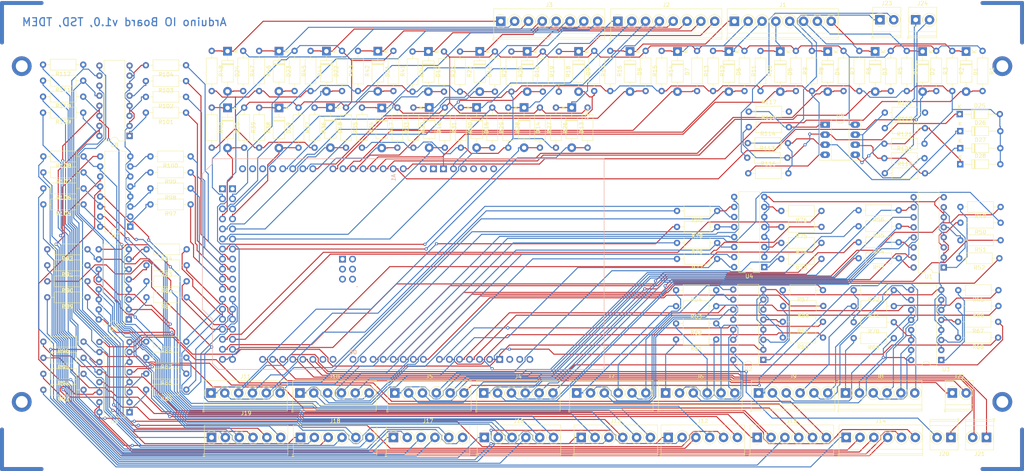
<source format=kicad_pcb>
(kicad_pcb (version 20221018) (generator pcbnew)
  (layers (0 "F.Cu" signal) (31 "B.Cu" signal) (34 "B.Paste" user) (35 "F.Paste" user) (36 "B.SilkS" user "B.Silkscreen") (37 "F.SilkS" user "F.Silkscreen") (38 "B.Mask" user) (39 "F.Mask" user) (44 "Edge.Cuts" user))
  (net 0 "")
  (net 2 "+5V")
  (net 4 "Net-(J23-Pin_1)")
  (net 5 "Net-(J23-Pin_2)")
  (net 6 "/A0")
  (net 7 "/A1")
  (net 8 "/A2")
  (net 9 "/A3")
  (net 10 "/A4")
  (net 11 "/A5")
  (net 12 "/A6")
  (net 13 "/A7")
  (net 14 "/A8")
  (net 15 "/A9")
  (net 16 "/A10")
  (net 17 "/A11")
  (net 25 "/D2")
  (net 26 "/D3")
  (net 27 "/D4")
  (net 28 "/D5")
  (net 29 "/D6")
  (net 30 "/D7")
  (net 31 "/D8")
  (net 32 "/D9")
  (net 33 "/D10")
  (net 34 "/D11")
  (net 35 "/D12")
  (net 36 "/D13")
  (net 39 "Net-(A1-D16{slash}TX2)")
  (net 40 "Net-(A1-D17{slash}RX2)")
  (net 41 "Net-(A1-D18{slash}TX1)")
  (net 42 "Net-(A1-D19{slash}RX1)")
  (net 43 "Net-(A1-D20{slash}SDA)")
  (net 44 "Net-(A1-D21{slash}SCL)")
  (net 45 "/D22")
  (net 46 "/D23")
  (net 47 "/D24")
  (net 48 "/D25")
  (net 49 "/D26")
  (net 50 "/D27")
  (net 51 "/D28")
  (net 52 "/D29")
  (net 53 "/D30")
  (net 54 "/D31")
  (net 55 "/D32")
  (net 56 "/D33")
  (net 57 "/D34")
  (net 58 "/D35")
  (net 59 "/D36")
  (net 60 "/D37")
  (net 61 "/D38")
  (net 62 "/D39")
  (net 63 "/D40")
  (net 64 "/D41")
  (net 65 "/D42")
  (net 66 "/D43")
  (net 67 "/D44")
  (net 68 "/D45")
  (net 69 "/D46")
  (net 70 "/D47")
  (net 71 "/D48")
  (net 72 "/D49")
  (net 73 "/D50")
  (net 74 "/D51")
  (net 75 "/D52")
  (net 76 "/D53")
  (net 77 "GND")
  (net 91 "Net-(D1-K)")
  (net 92 "Net-(D2-K)")
  (net 93 "Net-(D3-K)")
  (net 94 "Net-(D4-K)")
  (net 95 "Net-(D5-K)")
  (net 96 "Net-(D6-K)")
  (net 97 "Net-(D7-K)")
  (net 98 "Net-(D8-K)")
  (net 99 "Net-(D9-K)")
  (net 100 "Net-(D10-K)")
  (net 101 "Net-(D11-K)")
  (net 102 "Net-(D12-K)")
  (net 103 "Net-(D13-K)")
  (net 104 "Net-(D14-K)")
  (net 105 "Net-(D15-K)")
  (net 106 "Net-(D16-K)")
  (net 107 "Net-(D17-K)")
  (net 108 "Net-(D18-K)")
  (net 109 "Net-(D19-K)")
  (net 110 "Net-(D20-K)")
  (net 111 "Net-(D21-K)")
  (net 112 "Net-(D22-K)")
  (net 113 "Net-(D23-K)")
  (net 114 "Net-(D24-K)")
  (net 115 "Net-(J4-Pin_1)")
  (net 116 "Net-(J4-Pin_2)")
  (net 117 "Net-(J4-Pin_3)")
  (net 118 "Net-(J5-Pin_1)")
  (net 119 "Net-(J5-Pin_2)")
  (net 120 "Net-(J5-Pin_3)")
  (net 121 "Net-(J6-Pin_1)")
  (net 122 "Net-(J6-Pin_2)")
  (net 123 "Net-(J6-Pin_3)")
  (net 124 "Net-(J7-Pin_1)")
  (net 125 "Net-(J7-Pin_2)")
  (net 126 "Net-(J7-Pin_3)")
  (net 127 "Net-(J8-Pin_1)")
  (net 128 "Net-(J8-Pin_2)")
  (net 129 "Net-(J8-Pin_3)")
  (net 130 "Net-(J9-Pin_1)")
  (net 131 "Net-(J9-Pin_2)")
  (net 132 "Net-(J9-Pin_3)")
  (net 133 "Net-(J10-Pin_1)")
  (net 134 "Net-(J10-Pin_2)")
  (net 135 "Net-(J10-Pin_3)")
  (net 136 "Net-(J11-Pin_1)")
  (net 137 "Net-(J11-Pin_2)")
  (net 138 "Net-(J11-Pin_3)")
  (net 139 "Net-(J12-Pin_1)")
  (net 140 "Net-(J12-Pin_2)")
  (net 141 "Net-(J12-Pin_3)")
  (net 142 "Net-(J13-Pin_1)")
  (net 143 "Net-(J13-Pin_2)")
  (net 144 "Net-(J13-Pin_3)")
  (net 145 "Net-(J14-Pin_1)")
  (net 146 "Net-(J14-Pin_2)")
  (net 147 "Net-(J14-Pin_3)")
  (net 148 "Net-(J15-Pin_1)")
  (net 149 "Net-(J15-Pin_2)")
  (net 150 "Net-(J15-Pin_3)")
  (net 151 "Net-(J16-Pin_1)")
  (net 152 "Net-(J16-Pin_2)")
  (net 153 "Net-(J16-Pin_3)")
  (net 154 "Net-(J17-Pin_1)")
  (net 155 "Net-(J17-Pin_2)")
  (net 156 "Net-(J17-Pin_3)")
  (net 157 "Net-(J18-Pin_1)")
  (net 158 "Net-(J18-Pin_2)")
  (net 159 "Net-(J18-Pin_3)")
  (net 160 "Net-(J19-Pin_1)")
  (net 161 "Net-(J19-Pin_2)")
  (net 162 "Net-(J19-Pin_3)")
  (net 163 "Net-(R49-Pad2)")
  (net 164 "Net-(R50-Pad2)")
  (net 165 "Net-(R51-Pad2)")
  (net 166 "Net-(R52-Pad2)")
  (net 167 "Net-(R57-Pad2)")
  (net 168 "Net-(R58-Pad2)")
  (net 169 "Net-(R59-Pad2)")
  (net 170 "Net-(R60-Pad2)")
  (net 171 "Net-(R65-Pad2)")
  (net 172 "Net-(R66-Pad2)")
  (net 173 "Net-(R67-Pad2)")
  (net 174 "Net-(R68-Pad2)")
  (net 175 "Net-(R73-Pad2)")
  (net 176 "Net-(R74-Pad2)")
  (net 177 "Net-(R75-Pad2)")
  (net 178 "Net-(R76-Pad2)")
  (net 179 "Net-(R81-Pad2)")
  (net 180 "Net-(R82-Pad2)")
  (net 181 "Net-(R83-Pad2)")
  (net 182 "Net-(R84-Pad2)")
  (net 183 "Net-(R85-Pad2)")
  (net 184 "Net-(R86-Pad2)")
  (net 185 "Net-(R87-Pad2)")
  (net 186 "Net-(R88-Pad2)")
  (net 187 "Net-(R97-Pad2)")
  (net 188 "Net-(R98-Pad2)")
  (net 189 "Net-(R99-Pad2)")
  (net 190 "Net-(R100-Pad2)")
  (net 191 "Net-(R101-Pad2)")
  (net 192 "Net-(R102-Pad2)")
  (net 193 "Net-(R103-Pad2)")
  (net 194 "Net-(R104-Pad2)")
  (net 195 "GND1")
  (net 196 "Net-(J4-Pin_4)")
  (net 197 "Net-(J4-Pin_5)")
  (net 198 "Net-(J4-Pin_6)")
  (net 199 "Net-(J5-Pin_4)")
  (net 200 "Net-(J5-Pin_5)")
  (net 201 "Net-(J5-Pin_6)")
  (net 202 "Net-(J6-Pin_4)")
  (net 203 "Net-(J6-Pin_5)")
  (net 204 "Net-(J6-Pin_6)")
  (net 205 "Net-(J7-Pin_4)")
  (net 206 "Net-(J7-Pin_5)")
  (net 207 "Net-(J7-Pin_6)")
  (net 208 "Net-(J8-Pin_4)")
  (net 209 "Net-(J8-Pin_5)")
  (net 210 "Net-(J8-Pin_6)")
  (net 211 "Net-(J9-Pin_4)")
  (net 212 "Net-(J9-Pin_5)")
  (net 213 "Net-(J9-Pin_6)")
  (net 214 "Net-(J10-Pin_4)")
  (net 215 "Net-(J10-Pin_5)")
  (net 216 "Net-(J10-Pin_6)")
  (net 217 "Net-(J11-Pin_4)")
  (net 218 "Net-(J11-Pin_5)")
  (net 219 "Net-(J11-Pin_6)")
  (net 220 "Net-(J12-Pin_4)")
  (net 221 "Net-(J12-Pin_5)")
  (net 222 "Net-(J12-Pin_6)")
  (net 223 "Net-(J13-Pin_4)")
  (net 224 "Net-(J13-Pin_5)")
  (net 225 "Net-(J13-Pin_6)")
  (net 226 "Net-(J14-Pin_4)")
  (net 227 "Net-(J14-Pin_5)")
  (net 228 "Net-(J14-Pin_6)")
  (net 229 "Net-(J15-Pin_4)")
  (net 230 "Net-(J15-Pin_5)")
  (net 231 "Net-(J15-Pin_6)")
  (net 232 "Net-(J16-Pin_4)")
  (net 233 "Net-(J16-Pin_5)")
  (net 234 "Net-(J16-Pin_6)")
  (net 235 "Net-(J17-Pin_4)")
  (net 236 "Net-(J17-Pin_5)")
  (net 237 "Net-(J17-Pin_6)")
  (net 238 "Net-(J18-Pin_4)")
  (net 239 "Net-(J18-Pin_5)")
  (net 240 "Net-(J18-Pin_6)")
  (net 241 "Net-(J19-Pin_4)")
  (net 242 "Net-(J19-Pin_5)")
  (net 243 "Net-(J19-Pin_6)")
  (net 244 "Net-(J24-Pin_1)")
  (net 245 "Net-(J24-Pin_2)")
  (net 246 "/A14")
  (net 247 "/A15")
  (net 248 "Net-(D25-K)")
  (net 249 "Net-(D26-K)")
  (net 250 "Net-(D27-K)")
  (net 251 "Net-(D28-K)")
  (net 252 "Net-(R115-Pad2)")
  (net 253 "Net-(R120-Pad2)")
  (footprint "Diode_THT:D_DO-41_SOD81_P10.16mm_Horizontal" (layer "F.Cu") (at 187.838 24.284 -90)
    (fp_text reference "D7")
    (fp_text value "1N4002")
  )
  (footprint "Resistor_THT:R_Axial_DIN0207_L6.3mm_D2.5mm_P10.16mm_Horizontal" (layer "F.Cu") (at 224.26 76.785 180)
    (fp_text reference "R73")
    (fp_text value "240")
  )
  (footprint "Resistor_THT:R_Axial_DIN0207_L6.3mm_D2.5mm_P10.16mm_Horizontal" (layer "F.Cu") (at 78 24.13 -90)
    (fp_text reference "R47")
    (fp_text value "5.1k")
  )
  (footprint "Resistor_THT:R_Axial_DIN0207_L6.3mm_D2.5mm_P10.16mm_Horizontal" (layer "F.Cu") (at 121.05 38.481 -90)
    (fp_text reference "R32")
    (fp_text value "100k")
  )
  (footprint "Resistor_THT:R_Axial_DIN0207_L6.3mm_D2.5mm_P10.16mm_Horizontal" (layer "F.Cu") (at 63.627 105.845 180)
    (fp_text reference "R86")
    (fp_text value "240")
  )
  (footprint "Resistor_THT:R_Axial_DIN0207_L6.3mm_D2.5mm_P10.16mm_Horizontal" (layer "F.Cu") (at 243.8 64.485 180)
    (fp_text reference "R56")
    (fp_text value "10k")
  )
  (footprint "Resistor_THT:R_Axial_DIN0207_L6.3mm_D2.5mm_P10.16mm_Horizontal" (layer "F.Cu") (at 240.284 39.751)
    (fp_text reference "R122")
    (fp_text value "100")
  )
  (footprint "Resistor_THT:R_Axial_DIN0207_L6.3mm_D2.5mm_P10.16mm_Horizontal" (layer "F.Cu") (at 269.56 63.635 180)
    (fp_text reference "R49")
    (fp_text value "240")
  )
  (footprint "Diode_THT:D_DO-41_SOD81_P10.16mm_Horizontal" (layer "F.Cu") (at 200.838 24.284 -90)
    (fp_text reference "D6")
    (fp_text value "1N4002")
  )
  (footprint "Resistor_THT:R_Axial_DIN0207_L6.3mm_D2.5mm_P10.16mm_Horizontal" (layer "F.Cu") (at 37.627 54.9 180)
    (fp_text reference "R107")
    (fp_text value "10k")
  )
  (footprint "Resistor_THT:R_Axial_DIN0207_L6.3mm_D2.5mm_P10.16mm_Horizontal" (layer "F.Cu") (at 37.627 58.95 180)
    (fp_text reference "R106")
    (fp_text value "10k")
  )
  (footprint "Resistor_THT:R_Axial_DIN0207_L6.3mm_D2.5mm_P10.16mm_Horizontal" (layer "F.Cu") (at 70.05 24.13 -90)
    (fp_text reference "R48")
    (fp_text value "100k")
  )
  (footprint "Resistor_THT:R_Axial_DIN0207_L6.3mm_D2.5mm_P10.16mm_Horizontal" (layer "F.Cu") (at 243.8 68.535 180)
    (fp_text reference "R55")
    (fp_text value "10k")
  )
  (footprint "Resistor_THT:R_Axial_DIN0207_L6.3mm_D2.5mm_P10.16mm_Horizontal" (layer "F.Cu") (at 165.1 38.481 -90)
    (fp_text reference "R25")
    (fp_text value "5.1k")
  )
  (footprint "Resistor_THT:R_Axial_DIN0207_L6.3mm_D2.5mm_P10.16mm_Horizontal" (layer "F.Cu") (at 129 38.481 -90)
    (fp_text reference "R31")
    (fp_text value "5.1k")
  )
  (footprint "Resistor_THT:R_Axial_DIN0207_L6.3mm_D2.5mm_P10.16mm_Horizontal" (layer "F.Cu") (at 64.707 58.95 180)
    (fp_text reference "R98")
    (fp_text value "240")
  )
  (footprint "Package_DIP:DIP-16_W7.62mm" (layer "F.Cu") (at 209.8 78.875 180)
    (fp_text reference "U4")
    (fp_text value "LTV-847")
  )
  (footprint "Resistor_THT:R_Axial_DIN0207_L6.3mm_D2.5mm_P10.16mm_Horizontal" (layer "F.Cu") (at 38.627 82.465 180)
    (fp_text reference "R90")
    (fp_text value "10k")
  )
  (footprint "Resistor_THT:R_Axial_DIN0207_L6.3mm_D2.5mm_P10.16mm_Horizontal" (layer "F.Cu") (at 197.88 64.635 180)
    (fp_text reference "R80")
    (fp_text value "10k")
  )
  (footprint "TerminalBlock_Phoenix:TerminalBlock_Phoenix_PT-1,5-6-3.5-H_1x06_P3.50mm_Horizontal" (layer "F.Cu") (at 230.35 110.744)
    (fp_text reference "J8")
    (fp_text value "Screw_Terminal_01x06")
  )
  (footprint "Resistor_THT:R_Axial_DIN0207_L6.3mm_D2.5mm_P10.16mm_Horizontal" (layer "F.Cu") (at 63.627 101.795 180)
    (fp_text reference "R87")
    (fp_text value "240")
  )
  (footprint "Resistor_THT:R_Axial_DIN0207_L6.3mm_D2.5mm_P10.16mm_Horizontal" (layer "F.Cu") (at 37.627 50.85 180)
    (fp_text reference "R108")
    (fp_text value "10k")
  )
  (footprint "Resistor_THT:R_Axial_DIN0207_L6.3mm_D2.5mm_P10.16mm_Horizontal" (layer "F.Cu") (at 70.05 38.481 -90)
    (fp_text reference "R40")
    (fp_text value "100k")
  )
  (footprint "TerminalBlock_Phoenix:TerminalBlock_Phoenix_PT-1,5-6-3.5-H_1x06_P3.50mm_Horizontal" (layer "F.Cu") (at 70 122)
    (fp_text reference "J19")
    (fp_text value "Screw_Terminal_01x06")
  )
  (footprint "Diode_THT:D_DO-41_SOD81_P10.16mm_Horizontal" (layer "F.Cu") (at 162.838 24.284 -90)
    (fp_text reference "D9")
    (fp_text value "1N4002")
  )
  (footprint "Resistor_THT:R_Axial_DIN0207_L6.3mm_D2.5mm_P10.16mm_Horizontal" (layer "F.Cu") (at 242.56 84.715 180)
    (fp_text reference "R72")
    (fp_text value "10k")
  )
  (footprint "Resistor_THT:R_Axial_DIN0207_L6.3mm_D2.5mm_P10.16mm_Horizontal" (layer "F.Cu") (at 243.8 72.585 180)
    (fp_text reference "R54")
    (fp_text value "10k")
  )
  (footprint "TerminalBlock_Phoenix:TerminalBlock_Phoenix_PT-1,5-2-3.5-H_1x02_P3.50mm_Horizontal" (layer "F.Cu") (at 257.35 110.744)
    (fp_text reference "J22")
    (fp_text value "Screw_Terminal_01x02")
  )
  (footprint "Resistor_THT:R_Axial_DIN0207_L6.3mm_D2.5mm_P10.16mm_Horizontal" (layer "F.Cu") (at 120.838 24.284 -90)
    (fp_text reference "R24")
    (fp_text value "100k")
  )
  (footprint "Resistor_THT:R_Axial_DIN0207_L6.3mm_D2.5mm_P10.16mm_Horizontal" (layer "F.Cu") (at 233.838 24.13 -90)
    (fp_text reference "R6")
    (fp_text value "100k")
  )
  (footprint "Resistor_THT:R_Axial_DIN0207_L6.3mm_D2.5mm_P10.16mm_Horizontal" (layer "F.Cu") (at 204.788 24.13 -90)
    (fp_text reference "R11")
    (fp_text value "5.1k")
  )
  (footprint "Resistor_THT:R_Axial_DIN0207_L6.3mm_D2.5mm_P10.16mm_Horizontal" (layer "F.Cu") (at 240.157 47.625)
    (fp_text reference "R121")
    (fp_text value "200k")
  )
  (footprint "Resistor_THT:R_Axial_DIN0207_L6.3mm_D2.5mm_P10.16mm_Horizontal" (layer "F.Cu") (at 253.288 24.13 -90)
    (fp_text reference "R3")
    (fp_text value "5.1k")
  )
  (footprint "Resistor_THT:R_Axial_DIN0207_L6.3mm_D2.5mm_P10.16mm_Horizontal" (layer "F.Cu") (at 104 38.481 -90)
    (fp_text reference "R35")
    (fp_text value "5.1k")
  )
  (footprint "Resistor_THT:R_Axial_DIN0207_L6.3mm_D2.5mm_P10.16mm_Horizontal" (layer "F.Cu") (at 63.547 31.77 180)
    (fp_text reference "R103")
    (fp_text value "240")
  )
  (footprint "Resistor_THT:R_Axial_DIN0207_L6.3mm_D2.5mm_P10.16mm_Horizontal" (layer "F.Cu") (at 269.56 72.075 180)
    (fp_text reference "R51")
    (fp_text value "240")
  )
  (footprint "Resistor_THT:R_Axial_DIN0207_L6.3mm_D2.5mm_P10.16mm_Horizontal" (layer "F.Cu") (at 224.26 72.735 180)
    (fp_text reference "R74")
    (fp_text value "240")
  )
  (footprint "TerminalBlock_Phoenix:TerminalBlock_Phoenix_PT-1,5-2-3.5-H_1x02_P3.50mm_Horizontal" (layer "F.Cu") (at 266 122 180)
    (fp_text reference "J21")
    (fp_text value "Screw_Terminal_01x02")
  )
  (footprint "TerminalBlock_Phoenix:TerminalBlock_Phoenix_PT-1,5-6-3.5-H_1x06_P3.50mm_Horizontal" (layer "F.Cu") (at 163.5 122)
    (fp_text reference "J13")
    (fp_text value "Screw_Terminal_01x06")
  )
  (footprint "Resistor_THT:R_Axial_DIN0207_L6.3mm_D2.5mm_P10.16mm_Horizontal" (layer "F.Cu") (at 240.284 55.118)
    (fp_text reference "R118")
    (fp_text value "200k")
  )
  (footprint "Diode_THT:D_DO-41_SOD81_P10.16mm_Horizontal" (layer "F.Cu") (at 87.05 38.561 -90)
    (fp_text reference "D19")
    (fp_text value "1N4002")
  )
  (footprint "Diode_THT:D_DO-41_SOD81_P10.16mm_Horizontal" (layer "F.Cu") (at 225.838 24.284 -90)
    (fp_text reference "D4")
    (fp_text value "1N4002")
  )
  (footprint "Resistor_THT:R_Axial_DIN0207_L6.3mm_D2.5mm_P10.16mm_Horizontal" (layer "F.Cu") (at 205.867 39.497)
    (fp_text reference "R117")
    (fp_text value "100")
  )
  (footprint "Resistor_THT:R_Axial_DIN0207_L6.3mm_D2.5mm_P10.16mm_Horizontal" (layer "F.Cu") (at 269.56 67.635 180)
    (fp_text reference "R50")
    (fp_text value "240")
  )
  (footprint "Resistor_THT:R_Axial_DIN0207_L6.3mm_D2.5mm_P10.16mm_Horizontal" (layer "F.Cu") (at 205.867 43.434)
    (fp_text reference "R115")
    (fp_text value "200k")
  )
  (footprint "Resistor_THT:R_Axial_DIN0207_L6.3mm_D2.5mm_P10.16mm_Horizontal" (layer "F.Cu") (at 95.05 24.13 -90)
    (fp_text reference "R44")
    (fp_text value "100k")
  )
  (footprint "Resistor_THT:R_Axial_DIN0207_L6.3mm_D2.5mm_P10.16mm_Horizontal" (layer "F.Cu") (at 153.788 24.284 -90)
    (fp_text reference "R19")
    (fp_text value "5.1k")
  )
  (footprint "Resistor_THT:R_Axial_DIN0207_L6.3mm_D2.5mm_P10.16mm_Horizontal" (layer "F.Cu") (at 224.72 88.715 180)
    (fp_text reference "R58")
    (fp_text value "240")
  )
  (footprint "TerminalBlock_Phoenix:TerminalBlock_Phoenix_PT-1,5-6-3.5-H_1x06_P3.50mm_Horizontal" (layer "F.Cu") (at 116.35 110.744)
    (fp_text reference "J5")
    (fp_text value "Screw_Terminal_01x06")
  )
  (footprint "Diode_THT:D_DO-35_SOD27_P10.16mm_Horizontal" (layer "F.Cu") (at 259.334 52.832)
    (fp_text reference "D28")
    (fp_text value "1N53xxB")
  )
  (footprint "Resistor_THT:R_Axial_DIN0207_L6.3mm_D2.5mm_P10.16mm_Horizontal" (layer "F.Cu") (at 224.26 64.635 180)
    (fp_text reference "R76")
    (fp_text value "240")
  )
  (footprint "Resistor_THT:R_Axial_DIN0207_L6.3mm_D2.5mm_P10.16mm_Horizontal" (layer "F.Cu") (at 107.05 24.13 -90)
    (fp_text reference "R42")
    (fp_text value "100k")
  )
  (footprint "Diode_THT:D_DO-41_SOD81_P10.16mm_Horizontal" (layer "F.Cu") (at 112.05 24.21 -90)
    (fp_text reference "D21")
    (fp_text value "1N4002")
  )
  (footprint "Diode_THT:D_DO-41_SOD81_P10.16mm_Horizontal" (layer "F.Cu") (at 237.838 24.284 -90)
    (fp_text reference "D3")
    (fp_text value "1N4002")
  )
  (footprint "Diode_THT:D_DO-41_SOD81_P10.16mm_Horizontal" (layer "F.Cu") (at 124.838 24.284 -90)
    (fp_text reference "D12")
    (fp_text value "1N4002")
  )
  (footprint "TerminalBlock_Phoenix:TerminalBlock_Phoenix_PT-1,5-6-3.5-H_1x06_P3.50mm_Horizontal" (layer "F.Cu") (at 138.85 110.744)
    (fp_text reference "J4")
    (fp_text value "Screw_Terminal_01x06")
  )
  (footprint "Resistor_THT:R_Axial_DIN0207_L6.3mm_D2.5mm_P10.16mm_Horizontal" (layer "F.Cu") (at 82.05 24.13 -90)
    (fp_text reference "R46")
    (fp_text value "100k")
  )
  (footprint "Diode_THT:D_DO-41_SOD81_P10.16mm_Horizontal" (layer "F.Cu") (at 99.05 24.21 -90)
    (fp_text reference "D22")
    (fp_text value "1N4002")
  )
  (footprint "Resistor_THT:R_Axial_DIN0207_L6.3mm_D2.5mm_P10.16mm_Horizontal" (layer "F.Cu") (at 37.627 97.745 180)
    (fp_text reference "R96")
    (fp_text value "10k")
  )
  (footprint "Resistor_THT:R_Axial_DIN0207_L6.3mm_D2.5mm_P10.16mm_Horizontal" (layer "F.Cu") (at 38.627 86.515 180)
    (fp_text reference "R89")
    (fp_text value "10k")
  )
  (footprint "Resistor_THT:R_Axial_DIN0207_L6.3mm_D2.5mm_P10.16mm_Horizontal" (layer "F.Cu") (at 242.56 88.765 180)
    (fp_text reference "R71")
    (fp_text value "10k")
  )
  (footprint "TerminalBlock_Phoenix:TerminalBlock_Phoenix_PT-1,5-8-3.5-H_1x08_P3.50mm_Horizontal" (layer "F.Cu") (at 143.155 16.637)
    (fp_text reference "J3")
    (fp_text value "Screw_Terminal_01x08")
  )
  (footprint "Resistor_THT:R_Axial_DIN0207_L6.3mm_D2.5mm_P10.16mm_Horizontal" (layer "F.Cu") (at 183.838 24.13 -90)
    (fp_text reference "R14")
    (fp_text value "100k")
  )
  (footprint "TerminalBlock_Phoenix:TerminalBlock_Phoenix_PT-1,5-6-3.5-H_1x06_P3.50mm_Horizontal" (layer "F.Cu") (at 185.5 122)
    (fp_text reference "J12")
    (fp_text value "Screw_Terminal_01x06")
  )
  (footprint "PCM_arduino-library:Arduino_Mega2560_R3_Shield" (layer "F.Cu") (at 169.291 51.435 180)
    (fp_text reference "A1")
    (fp_text value "Arduino_Mega2560_R3_Shield")
  )
  (footprint "Resistor_THT:R_Axial_DIN0207_L6.3mm_D2.5mm_P10.16mm_Horizontal" (layer "F.Cu") (at 64.707 50.85 180)
    (fp_text reference "R100")
    (fp_text value "240")
  )
  (footprint "TerminalBlock_Phoenix:TerminalBlock_Phoenix_PT-1,5-2-3.5-H_1x02_P3.50mm_Horizontal" (layer "F.Cu") (at 248.087 16.256)
    (fp_text reference "J24")
    (fp_text value "Screw_Terminal_01x02")
  )
  (footprint "Resistor_THT:R_Axial_DIN0207_L6.3mm_D2.5mm_P10.16mm_Horizontal" (layer "F.Cu") (at 192.788 24.13 -90)
    (fp_text reference "R13")
    (fp_text value "5.1k")
  )
  (footprint "Diode_THT:D_DO-41_SOD81_P10.16mm_Horizontal" (layer "F.Cu") (at 249.838 24.284 -90)
    (fp_text reference "D2")
    (fp_text value "1N4002")
  )
  (footprint "Resistor_THT:R_Axial_DIN0207_L6.3mm_D2.5mm_P10.16mm_Horizontal" (layer "F.Cu") (at 103 24.13 -90)
    (fp_text reference "R43")
    (fp_text value "5.1k")
  )
  (footprint "Resistor_THT:R_Axial_DIN0207_L6.3mm_D2.5mm_P10.16mm_Horizontal" (layer "F.Cu") (at 157.838 24.284 -90)
    (fp_text reference "R18")
    (fp_text value "100k")
  )
  (footprint "Resistor_THT:R_Axial_DIN0207_L6.3mm_D2.5mm_P10.16mm_Horizontal" (layer "F.Cu") (at 82.05 38.481 -90)
    (fp_text reference "R38")
    (fp_text value "100k")
  )
  (footprint "Resistor_THT:R_Axial_DIN0207_L6.3mm_D2.5mm_P10.16mm_Horizontal" (layer "F.Cu") (at 268.94 92.715 180)
    (fp_text reference "R67")
    (fp_text value "240")
  )
  (footprint "Resistor_THT:R_Axial_DIN0207_L6.3mm_D2.5mm_P10.16mm_Horizontal" (layer "F.Cu") (at 224.26 68.685 180)
    (fp_text reference "R75")
    (fp_text value "240")
  )
  (footprint "TerminalBlock_Phoenix:TerminalBlock_Phoenix_PT-1,5-8-3.5-H_1x08_P3.50mm_Horizontal" (layer "F.Cu") (at 172.761 16.637)
    (fp_text reference "J2")
    (fp_text value "Screw_Terminal_01x08")
  )
  (footprint "Resistor_THT:R_Axial_DIN0207_L6.3mm_D2.5mm_P10.16mm_Horizontal" (layer "F.Cu") (at 269.26 76.635 180)
    (fp_text reference "R52")
    (fp_text value "240")
  )
  (footprint "Resistor_THT:R_Axial_DIN0207_L6.3mm_D2.5mm_P10.16mm_Horizontal" (layer "F.Cu") (at 92 38.481 -90)
    (fp_text reference "R37")
    (fp_text value "5.1k")
  )
  (footprint "Resistor_THT:R_Axial_DIN0207_L6.3mm_D2.5mm_P10.16mm_Horizontal" (layer "F.Cu") (at 63.707 74.365 180)
    (fp_text reference "R84")
    (fp_text value "240")
  )
  (footprint "Resistor_THT:R_Axial_DIN0207_L6.3mm_D2.5mm_P10.16mm_Horizontal" (layer "F.Cu") (at 208.838 24.13 -90)
    (fp_text reference "R10")
    (fp_text value "100k")
  )
  (footprint "Package_DIP:DIP-16_W7.62mm" (layer "F.Cu") (at 49.087 92.145 180)
    (fp_text reference "U5")
    (fp_text value "LTV-847")
  )
  (footprint "Resistor_THT:R_Axial_DIN0207_L6.3mm_D2.5mm_P10.16mm_Horizontal" (layer "F.Cu") (at 141 38.481 -90)
    (fp_text reference "R29")
    (fp_text value "5.1k")
  )
  (footprint "Resistor_THT:R_Axial_DIN0207_L6.3mm_D2.5mm_P10.16mm_Horizontal" (layer "F.Cu") (at 145.838 24.284 -90)
    (fp_text reference "R20")
    (fp_text value "100k")
  )
  (footprint "Resistor_THT:R_Axial_DIN0207_L6.3mm_D2.5mm_P10.16mm_Horizontal" (layer "F.Cu") (at 63.707 86.515 180)
    (fp_text reference "R81")
    (fp_text value "240")
  )
  (footprint "TerminalBlock_Phoenix:TerminalBlock_Phoenix_PT-1,5-6-3.5-H_1x06_P3.50mm_Horizontal" (layer "F.Cu") (at 208.35 110.744)
    (fp_text reference "J9")
    (fp_text value "Screw_Terminal_01x06")
  )
  (footprint "Resistor_THT:R_Axial_DIN0207_L6.3mm_D2.5mm_P10.16mm_Horizontal" (layer "F.Cu") (at 108.05 38.481 -90)
    (fp_text reference "R34")
    (fp_text value "100k")
  )
  (footprint "Resistor_THT:R_Axial_DIN0207_L6.3mm_D2.5mm_P10.16mm_Horizontal" (layer "F.Cu") (at 63.627 109.895 180)
    (fp_text reference "R85")
    (fp_text value "240")
  )
  (footprint "Resistor_THT:R_Axial_DIN0207_L6.3mm_D2.5mm_P10.16mm_Horizontal" (layer "F.Cu") (at 197.88 72.735 180)
    (fp_text reference "R78")
    (fp_text value "10k")
  )
  (footprint "Resistor_THT:R_Axial_DIN0207_L6.3mm_D2.5mm_P10.16mm_Horizontal" (layer "F.Cu") (at 205.613 47.484)
    (fp_text reference "R114")
    (fp_text value "200k")
  )
  (footprint "Resistor_THT:R_Axial_DIN0207_L6.3mm_D2.5mm_P10.16mm_Horizontal" (layer "F.Cu") (at 241.788 24.13 -90)
    (fp_text reference "R5")
    (fp_text value "5.1k")
  )
  (footprint "Resistor_THT:R_Axial_DIN0207_L6.3mm_D2.5mm_P10.16mm_Horizontal" (layer "F.Cu") (at 242.56 92.815 180)
    (fp_text reference "R70")
    (fp_text value "10k")
  )
  (footprint "Resistor_THT:R_Axial_DIN0207_L6.3mm_D2.5mm_P10.16mm_Horizontal" (layer "F.Cu") (at 132.838 24.284 -90)
    (fp_text reference "R22")
    (fp_text value "100k")
  )
  (footprint "Resistor_THT:R_Axial_DIN0207_L6.3mm_D2.5mm_P10.16mm_Horizontal" (layer "F.Cu") (at 37.547 35.72 180)
    (fp_text reference "R110")
    (fp_text value "10k")
  )
  (footprint "Package_DIP:DIP-16_W7.62mm" (layer "F.Cu") (at 49.467 68.63 180)
    (fp_text reference "U7")
    (fp_text value "LTV-847")
  )
  (footprint "Resistor_THT:R_Axial_DIN0207_L6.3mm_D2.5mm_P10.16mm_Horizontal" (layer "F.Cu") (at 166.788 24.13 -90)
    (fp_text reference "R17")
    (fp_text value "5.1k")
  )
  (footprint "Diode_THT:D_DO-41_SOD81_P10.16mm_Horizontal" (layer "F.Cu") (at 87.05 24.21 -90)
    (fp_text reference "D23")
    (fp_text value "1N4002")
  )
  (footprint "Resistor_THT:R_Axial_DIN0207_L6.3mm_D2.5mm_P10.16mm_Horizontal" (layer "F.Cu") (at 197.64 93.135 180)
    (fp_text reference "R62")
    (fp_text value "10k")
  )
  (footprint "Resistor_THT:R_Axial_DIN0207_L6.3mm_D2.5mm_P10.16mm_Horizontal" (layer "F.Cu") (at 38.627 78.415 180)
    (fp_text reference "R91")
    (fp_text value "10k")
  )
  (footprint "TerminalBlock_Phoenix:TerminalBlock_Phoenix_PT-1,5-6-3.5-H_1x06_P3.50mm_Horizontal" (layer "F.Cu") (at 69.85 110.744)
    (fp_text reference "J11")
    (fp_text value "Screw_Terminal_01x06")
  )
  (footprint "Diode_THT:D_DO-35_SOD27_P10.16mm_Horizontal" (layer "F.Cu") (at 259.207 40.132)
    (fp_text reference "D25")
    (fp_text value "1N53xxB")
  )
  (footprint "TerminalBlock_Phoenix:TerminalBlock_Phoenix_PT-1,5-6-3.5-H_1x06_P3.50mm_Horizontal" (layer "F.Cu") (at 92.35 110.744)
    (fp_text reference "J10")
    (fp_text value "Screw_Terminal_01x06")
  )
  (footprint "Resistor_THT:R_Axial_DIN0207_L6.3mm_D2.5mm_P10.16mm_Horizontal" (layer "F.Cu") (at 38.627 74.365 180)
    (fp_text reference "R92")
    (fp_text value "10k")
  )
  (footprint "Package_DIP:DIP-16_W7.62mm" (layer "F.Cu") (at 254.56 102.415 180)
    (fp_text reference "U3")
    (fp_text value "LTV-847")
  )
  (footprint "TerminalBlock_Phoenix:TerminalBlock_Phoenix_PT-1,5-2-3.5-H_1x02_P3.50mm_Horizontal" (layer "F.Cu") (at 257 122 180)
    (fp_text reference "J20")
    (fp_text value "Screw_Terminal_01x02")
  )
  (footprint "Resistor_THT:R_Axial_DIN0207_L6.3mm_D2.5mm_P10.16mm_Horizontal" (layer "F.Cu") (at 91 24.13 -90)
    (fp_text reference "R45")
    (fp_text value "5.1k")
  )
  (footprint "Resistor_THT:R_Axial_DIN0207_L6.3mm_D2.5mm_P10.16mm_Horizontal" (layer "F.Cu") (at 63.547 27.77 180)
    (fp_text reference "R104")
    (fp_text value "240")
  )
  (footprint "Package_DIP:DIP-16_W7.62mm" (layer "F.Cu") (at 209.56 102.335 180)
    (fp_text reference "U2")
    (fp_text value "LTV-847")
  )
  (footprint "Resistor_THT:R_Axial_DIN0207_L6.3mm_D2.5mm_P10.16mm_Horizontal" (layer "F.Cu") (at 116 24.13 -90)
    (fp_text reference "R41")
    (fp_text value "5.1k")
  )
  (footprint "Diode_THT:D_DO-41_SOD81_P10.16mm_Horizontal" (layer "F.Cu") (at 260.838 24.284 -90)
    (fp_text reference "D1")
    (fp_text value "1N4002")
  )
  (footprint "Resistor_THT:R_Axial_DIN0207_L6.3mm_D2.5mm_P10.16mm_Horizontal" (layer "F.Cu") (at 240.284 43.688)
    (fp_text reference "R119")
    (fp_text value "200k")
  )
  (footprint "Resistor_THT:R_Axial_DIN0207_L6.3mm_D2.5mm_P10.16mm_Horizontal" (layer "F.Cu") (at 63.707 78.415 180)
    (fp_text reference "R83")
    (fp_text value "240")
  )
  (footprint "Resistor_THT:R_Axial_DIN0207_L6.3mm_D2.5mm_P10.16mm_Horizontal" (layer "F.Cu") (at 196.838 24.13 -90)
    (fp_text reference "R12")
    (fp_text value "100k")
  )
  (footprint "TerminalBlock_Phoenix:TerminalBlock_Phoenix_PT-1,5-8-3.5-H_1x08_P3.50mm_Horizontal" (layer "F.Cu") (at 202.225 16.637)
    (fp_text reference "J1")
    (fp_text value "Screw_Terminal_01x08")
  )
  (footprint "Resistor_THT:R_Axial_DIN0207_L6.3mm_D2.5mm_P10.16mm_Horizontal" (layer "F.Cu") (at 197.64 88.765 180)
    (fp_text reference "R63")
    (fp_text value "10k")
  )
  (footprint "Resistor_THT:R_Axial_DIN0207_L6.3mm_D2.5mm_P10.16mm_Horizontal" (layer "F.Cu") (at 224.64 84.715 180)
    (fp_text reference "R57")
    (fp_text value "240")
  )
  (footprint "Resistor_THT:R_Axial_DIN0207_L6.3mm_D2.5mm_P10.16mm_Horizontal" (layer "F.Cu") (at 37.627 105.895 180)
    (fp_text reference "R94")
    (fp_text value "10k")
  )
  (footprint "Package_DIP:DIP-16_W7.62mm" (layer "F.Cu") (at 49.267 115.62 180)
    (fp_text reference "U6")
    (fp_text value "LTV-847")
  )
  (footprint "Resistor_THT:R_Axial_DIN0207_L6.3mm_D2.5mm_P10.16mm_Horizontal" (layer "F.Cu") (at 257.338 24.13 -90)
    (fp_text reference "R2")
    (fp_text value "100k")
  )
  (footprint "Resistor_THT:R_Axial_DIN0207_L6.3mm_D2.5mm_P10.16mm_Horizontal" (layer "F.Cu") (at 240.157 51.308)
    (fp_text reference "R120")
    (fp_text value "200k")
  )
  (footprint "Package_DIP:DIP-16_W7.62mm" (layer "F.Cu") (at 255.18 78.955 180)
    (fp_text reference "U1")
    (fp_text value "LTV-847")
  )
  (footprint "TerminalBlock_Phoenix:TerminalBlock_Phoenix_PT-1,5-6-3.5-H_1x06_P3.50mm_Horizontal" (layer "F.Cu") (at 162.35 110.744)
    (fp_text reference "J7")
    (fp_text value "Screw_Terminal_01x06")
  )
  (footprint "Resistor_THT:R_Axial_DIN0207_L6.3mm_D2.5mm_P10.16mm_Horizontal" (layer "F.Cu") (at 117 38.481 -90)
    (fp_text reference "R33")
    (fp_text value "5.1k")
  )
  (footprint "TerminalBlock_Phoenix:TerminalBlock_Phoenix_PT-1,5-6-3.5-H_1x06_P3.50mm_Horizontal" (layer "F.Cu") (at 139 122)
    (fp_text reference "J16")
    (fp_text value "Screw_Terminal_01x06")
  )
  (footprint "Resistor_THT:R_Axial_DIN0207_L6.3mm_D2.5mm_P10.16mm_Horizontal" (layer "F.Cu") (at 197.64 84.715 180)
    (fp_text reference "R64")
    (fp_text value "10k")
  )
  (footprint "Resistor_THT:R_Axial_DIN0207_L6.3mm_D2.5mm_P10.16mm_Horizontal" (layer "F.Cu") (at 269.02 88.715 180)
    (fp_text reference "R66")
    (fp_text value "240")
  )
  (footprint "TerminalBlock_Phoenix:TerminalBlock_Phoenix_PT-1,5-6-3.5-H_1x06_P3.50mm_Horizontal" (layer "F.Cu") (at 230.5 122)
    (fp_text reference "J14")
    (fp_text value "Screw_Terminal_01x06")
  )
  (footprint "Resistor_THT:R_Axial_DIN0207_L6.3mm_D2.5mm_P10.16mm_Horizontal" (layer "F.Cu") (at 243.8 76.635 180)
    (fp_text reference "R53")
    (fp_text value "10k")
  )
  (footprint "TerminalBlock_Phoenix:TerminalBlock_Phoenix_PT-1,5-6-3.5-H_1x06_P3.50mm_Horizontal" (layer "F.Cu") (at 184.85 110.744)
    (fp_text reference "J6")
    (fp_text value "Screw_Terminal_01x06")
  )
  (footprint "Resistor_THT:R_Axial_DIN0207_L6.3mm_D2.5mm_P10.16mm_Horizontal" (layer "F.Cu") (at 224.64 96.715 180)
    (fp_text reference "R60")
    (fp_text value "240")
  )
  (footprint "Resistor_THT:R_Axial_DIN0207_L6.3mm_D2.5mm_P10.16mm_Horizontal" (layer "F.Cu") (at 205.74 55.118)
    (fp_text reference "R116")
    (fp_text value "200k")
  )
  (footprint "Diode_THT:D_DO-41_SOD81_P10.16mm_Horizontal" (layer "F.Cu") (at 149.05 38.481 -90)
    (fp_text reference "D14")
    (fp_text value "1N4002")
  )
  (footprint "Resistor_THT:R_Axial_DIN0207_L6.3mm_D2.5mm_P10.16mm_Horizontal" (layer "F.Cu") (at 128.788 24.284 -90)
    (fp_text reference "R23")
    (fp_text value "5.1k")
  )
  (footprint "Resistor_THT:R_Axial_DIN0207_L6.3mm_D2.5mm_P10.16mm_Horizontal" (layer "F.Cu") (at 269.02 84.715 180)
    (fp_text reference "R65")
    (fp_text value "240")
  )
  (footprint "Resistor_THT:R_Axial_DIN0207_L6.3mm_D2.5mm_P10.16mm_Horizontal" (layer "F.Cu") (at 64.707 63 180)
    (fp_text reference "R97")
    (fp_text value "240")
  )
  (footprint "Resistor_THT:R_Axial_DIN0207_L6.3mm_D2.5mm_P10.16mm_Horizontal" (layer "F.Cu") (at 78.25 38.481 -90)
    (fp_text reference "R39")
    (fp_text value "5.1k")
  )
  (footprint "Resistor_THT:R_Axial_DIN0207_L6.3mm_D2.5mm_P10.16mm_Horizontal" (layer "F.Cu") (at 242.56 96.865 180)
    (fp_text reference "R69")
    (fp_text value "10k")
  )
  (footprint "Resistor_THT:R_Axial_DIN0207_L6.3mm_D2.5mm_P10.16mm_Horizontal" (layer "F.Cu") (at 133.05 38.481 -90)
    (fp_text reference "R30")
    (fp_text value "100k")
  )
  (footprint "Package_DIP:DIP-8_W7.62mm_Socket_LongPads" (layer "F.Cu") (at 225.181 42.809)
    (fp_text reference "U9")
    (fp_text value "TLC272")
  )
  (footprint "Resistor_THT:R_Axial_DIN0207_L6.3mm_D2.5mm_P10.16mm_Horizontal" (layer "F.Cu") (at 37.547 27.62 180)
    (fp_text reference "R112")
    (fp_text value "10k")
  )
  (footprint "Resistor_THT:R_Axial_DIN0207_L6.3mm_D2.5mm_P10.16mm_Horizontal" (layer "F.Cu") (at 37.547 39.77 180)
    (fp_text reference "R109")
    (fp_text value "10k")
  )
  (footprint "Diode_THT:D_DO-41_SOD81_P10.16mm_Horizontal" (layer "F.Cu") (at 149.838 24.284 -90)
    (fp_text reference "D10")
    (fp_text value "1N4002")
  )
  (footprint "Resistor_THT:R_Axial_DIN0207_L6.3mm_D2.5mm_P10.16mm_Horizontal" (layer "F.Cu") (at 63.627 97.745 180)
    (fp_text reference "R88")
    (fp_text value "240")
  )
  (footprint "Diode_THT:D_DO-41_SOD81_P10.16mm_Horizontal" (layer "F.Cu") (at 100.05 38.481 -90)
    (fp_text reference "D18")
    (fp_text value "1N4002")
  )
  (footprint "Resistor_THT:R_Axial_DIN0207_L6.3mm_D2.5mm_P10.16mm_Horizontal" (layer "F.Cu") (at 224.64 92.715 180)
    (fp_text reference "R59")
    (fp_text value "240")
  )
  (footprint "Diode_THT:D_DO-41_SOD81_P10.16mm_Horizontal" (layer "F.Cu") (at 213.838 24.284 -90)
    (fp_text reference "D5")
    (fp_text value "1N4002")
  )
  (footprint "Diode_THT:D_DO-41_SOD81_P10.16mm_Horizontal" (layer "F.Cu") (at 74.05 24.21 -90)
    (fp_text reference "D24")
    (fp_text value "1N4002")
  )
  (footprint "Resistor_THT:R_Axial_DIN0207_L6.3mm_D2.5mm_P10.16mm_Horizontal" (layer "F.Cu") (at 229.838 24.13 -90)
    (fp_text reference "R7")
    (fp_text value "5.1k")
  )
  (footprint "Resistor_THT:R_Axial_DIN0207_L6.3mm_D2.5mm_P10.16mm_Horizontal" (layer "F.Cu") (at 217.788 24.13 -90)
    (fp_text reference "R9")
    (fp_text value "5.1k")
  )
  (footprint "Resistor_THT:R_Axial_DIN0207_L6.3mm_D2.5mm_P10.16mm_Horizontal" (layer "F.Cu") (at 141.668 24.284 -90)
    (fp_text reference "R21")
    (fp_text value "5.1k")
  )
  (footprint "Resistor_THT:R_Axial_DIN0207_L6.3mm_D2.5mm_P10.16mm_Horizontal" (layer "F.Cu") (at 96.05 38.481 -90)
    (fp_text reference "R36")
    (fp_text value "100k")
  )
  (footprint "Resistor_THT:R_Axial_DIN0207_L6.3mm_D2.5mm_P10.16mm_Horizontal" (layer "F.Cu") (at 37.627 63 180)
    (fp_text reference "R105")
    (fp_text value "10k")
  )
  (footprint "TerminalBlock_Phoenix:TerminalBlock_Phoenix_PT-1,5-6-3.5-H_1x06_P3.50mm_Horizontal" (layer "F.Cu") (at 92.5 122)
    (fp_text reference "J18")
    (fp_text value "Screw_Terminal_01x06")
  )
  (footprint "Diode_THT:D_DO-41_SOD81_P10.16mm_Horizontal" (layer "F.Cu") (at 175.838 24.284 -90)
    (fp_text reference "D8")
    (fp_text value "1N4002")
  )
  (footprint "TerminalBlock_Phoenix:TerminalBlock_Phoenix_PT-1,5-2-3.5-H_1x02_P3.50mm_Horizontal" (layer "F.Cu") (at 239.037 16.256)
    (fp_text reference "J23")
    (fp_text value "Screw_Terminal_01x02")
  )
  (footprint "Resistor_THT:R_Axial_DIN0207_L6.3mm_D2.5mm_P10.16mm_Horizontal" (layer "F.Cu") (at 37.547 31.67 180)
    (fp_text reference "R111")
    (fp_text value "10k")
  )
  (footprint "Resistor_THT:R_Axial_DIN0207_L6.3mm_D2.5mm_P10.16mm_Horizontal" (layer "F.Cu") (at 221.838 24.13 -90)
    (fp_text reference "R8")
    (fp_text value "100k")
  )
  (footprint "Resistor_THT:R_Axial_DIN0207_L6.3mm_D2.5mm_P10.16mm_Horizontal" (layer "F.Cu") (at 64.707 54.9 180)
    (fp_text reference "R99")
    (fp_text value "240")
  )
  (footprint "Resistor_THT:R_Axial_DIN0207_L6.3mm_D2.5mm_P10.16mm_Horizontal" (layer "F.Cu") (at 268.94 96.715 180)
    (fp_text reference "R68")
    (fp_text value "240")
  )
  (footprint "Diode_THT:D_DO-41_SOD81_P10.16mm_Horizontal" (layer "F.Cu") (at 125.05 38.481 -90)
    (fp_text reference "D16")
    (fp_text value "1N4002")
  )
  (footprint "Diode_THT:D_DO-41_SOD81_P10.16mm_Horizontal" (layer "F.Cu") (at 74.05 38.561 -90)
    (fp_text reference "D20")
    (fp_text value "1N4002")
  )
  (footprint "Resistor_THT:R_Axial_DIN0207_L6.3mm_D2.5mm_P10.16mm_Horizontal" (layer "F.Cu") (at 63.547 35.77 180)
    (fp_text reference "R102")
    (fp_text value "240")
  )
  (footprint "Diode_THT:D_DO-35_SOD27_P10.16mm_Horizontal" (layer "F.Cu") (at 259.334 48.768)
    (fp_text reference "D27")
    (fp_text value "1N53xxB")
  )
  (footprint "Resistor_THT:R_Axial_DIN0207_L6.3mm_D2.5mm_P10.16mm_Horizontal" (layer "F.Cu") (at 63.547 39.77 180)
    (fp_text reference "R101")
    (fp_text value "240")
  )
  (footprint "Resistor_THT:R_Axial_DIN0207_L6.3mm_D2.5mm_P10.16mm_Horizontal" (layer "F.Cu") (at 63.707 82.465 180)
    (fp_text reference "R82")
    (fp_text value "240")
  )
  (footprint "TerminalBlock_Phoenix:TerminalBlock_Phoenix_PT-1,5-6-3.5-H_1x06_P3.50mm_Horizontal" (layer "F.Cu") (at 116 122)
    (fp_text reference "J17")
    (fp_text value "Screw_Terminal_01x06")
  )
  (footprint "Diode_THT:D_DO-41_SOD81_P10.16mm_Horizontal" (layer "F.Cu") (at 137.838 24.284 -90)
    (fp_text reference "D11")
    (fp_text value "1N4002")
  )
  (footprint "Package_DIP:DIP-16_W7.62mm" (layer "F.Cu") (at 49.267 45.645 180)
    (fp_text reference "U8")
    (fp_text value "LTV-847")
  )
  (footprint "Resistor_THT:R_Axial_DIN0207_L6.3mm_D2.5mm_P10.16mm_Horizontal" (layer "F.Cu") (at 37.627 109.945 180)
    (fp_text reference "R93")
    (fp_text value "10k")
  )
  (footprint "Resistor_THT:R_Axial_DIN0207_L6.3mm_D2.5mm_P10.16mm_Horizontal" (layer "F.Cu") (at 197.88 76.785 180)
    (fp_text reference "R77")
    (fp_text value "10k")
  )
  (footprint "Resistor_THT:R_Axial_DIN0207_L6.3mm_D2.5mm_P10.16mm_Horizontal" (layer "F.Cu") (at 265 24.13 -90)
    (fp_text reference "R1")
    (fp_text value "5.1k")
  )
  (footprint "Resistor_THT:R_Axial_DIN0207_L6.3mm_D2.5mm_P10.16mm_Horizontal" (layer "F.Cu") (at 153.05 38.481 -90)
    (fp_text reference "R27")
    (fp_text value "5.1k")
  )
  (footprint "Resistor_THT:R_Axial_DIN0207_L6.3mm_D2.5mm_P10.16mm_Horizontal" (layer "F.Cu") (at 205.486 51.181)
    (fp_text reference "R113")
    (fp_text value "200k")
  )
  (footprint "Resistor_THT:R_Axial_DIN0207_L6.3mm_D2.5mm_P10.16mm_Horizontal" (layer "F.Cu") (at 197.64 97.185 180)
    (fp_text reference "R61")
    (fp_text value "10k")
  )
  (footprint "Resistor_THT:R_Axial_DIN0207_L6.3mm_D2.5mm_P10.16mm_Horizontal" (layer "F.Cu") (at 37.627 101.845 180)
    (fp_text reference "R95")
    (fp_text value "10k")
  )
  (footprint "Diode_THT:D_DO-35_SOD27_P10.16mm_Horizontal" (layer "F.Cu") (at 259.334 44.45)
    (fp_text reference "D26")
    (fp_text value "1N53xxB")
  )
  (footprint "Resistor_THT:R_Axial_DIN0207_L6.3mm_D2.5mm_P10.16mm_Horizontal" (layer "F.Cu") (at 245.838 24.13 -90)
    (fp_text reference "R4")
    (fp_text value "100k")
  )
  (footprint "Diode_THT:D_DO-41_SOD81_P10.16mm_Horizontal" (layer "F.Cu") (at 137.05 38.481 -90)
    (fp_text reference "D15")
    (fp_text value "1N4002")
  )
  (footprint "Resistor_THT:R_Axial_DIN0207_L6.3mm_D2.5mm_P10.16mm_Horizontal" (layer "F.Cu") (at 179.788 24.13 -90)
    (fp_text reference "R15")
    (fp_text value "5.1k")
  )
  (footprint "Resistor_THT:R_Axial_DIN0207_L6.3mm_D2.5mm_P10.16mm_Horizontal" (layer "F.Cu") (at 197.88 68.685 180)
    (fp_text reference "R79")
    (fp_text value "10k")
  )
  (footprint "Resistor_THT:R_Axial_DIN0207_L6.3mm_D2.5mm_P10.16mm_Horizontal" (layer "F.Cu") (at 157.1 38.481 -90)
    (fp_text reference "R26")
    (fp_text value "100k")
  )
  (footprint "Diode_THT:D_DO-41_SOD81_P10.16mm_Horizontal" (layer "F.Cu") (at 113.05 38.561 -90)
    (fp_text reference "D17")
    (fp_text value "1N4002")
  )
  (footprint "Resistor_THT:R_Axial_DIN0207_L6.3mm_D2.5mm_P10.16mm_Horizontal" (layer "F.Cu") (at 145.05 38.481 -90)
    (fp_text reference "R28")
    (fp_text value "100k")
  )
  (footprint "Diode_THT:D_DO-41_SOD81_P10.16mm_Horizontal" (layer "F.Cu") (at 161.1 38.481 -90)
    (fp_text reference "D13")
    (fp_text value "1N4002")
  )
  (footprint "Resistor_THT:R_Axial_DIN0207_L6.3mm_D2.5mm_P10.16mm_Horizontal" (layer "F.Cu") (at 170.838 24.13 -90)
    (fp_text reference "R16")
    (fp_text value "100k")
  )
  (footprint "TerminalBlock_Phoenix:TerminalBlock_Phoenix_PT-1,5-6-3.5-H_1x06_P3.50mm_Horizontal" (layer "F.Cu") (at 208 122)
    (fp_text reference "J15")
    (fp_text value "Screw_Terminal_01x06")
  )
  (gr_text "Arduino IO Board v1.0, TSD, TDEM" (at 74 18) (layer "B.Cu") (effects (font (size 2 2) (thickness 0.3) bold) (justify left bottom mirror)))
  (segment (start 17 120) (end 17 130) (width 1) (layer "F.Cu") (net 0))
  (segment (start 17 22) (end 17 12) (width 1) (layer "F.Cu") (net 0))
  (segment (start 275 130) (end 275 120) (width 1) (layer "F.Cu") (net 0))
  (segment (start 265 130) (end 275 130) (width 1) (layer "F.Cu") (net 0))
  (segment (start 17 12) (end 27 12) (width 1) (layer "F.Cu") (net 0))
  (segment (start 265 12) (end 275 12) (width 1) (layer "F.Cu") (net 0))
  (segment (start 17 130) (end 27 130) (width 1) (layer "F.Cu") (net 0))
  (segment (start 275 12) (end 275 22) (width 1) (layer "F.Cu") (net 0))
  (via (at 22 28) (size 5) (drill 3) (layers "F.Cu" "B.Cu") (net 0))
  (via (at 22 113) (size 5) (drill 3) (layers "F.Cu" "B.Cu") (net 0))
  (via (at 270 28) (size 5) (drill 3) (layers "F.Cu" "B.Cu") (net 0))
  (via (at 270 113) (size 5) (drill 3) (layers "F.Cu" "B.Cu") (net 0))
  (segment (start 275 130) (end 265 130) (width 1) (layer "B.Cu") (net 0))
  (segment (start 17 130) (end 27 130) (width 1) (layer "B.Cu") (net 0))
  (segment (start 275 12) (end 265 12) (width 1) (layer "B.Cu") (net 0))
  (segment (start 17 12) (end 17 22) (width 1) (layer "B.Cu") (net 0))
  (segment (start 17 12) (end 27 12) (width 1) (layer "B.Cu") (net 0))
  (segment (start 275 130) (end 275 120) (width 1) (layer "B.Cu") (net 0))
  (segment (start 17 130) (end 17 120) (width 1) (layer "B.Cu") (net 0))
  (segment (start 275 12) (end 275 22) (width 1) (layer "B.Cu") (net 0))
  (segment (start 140.2411 25.7109) (end 130.2149 25.7109) (width 0.25) (layer "F.Cu") (net 2))
  (segment (start 90.6531 37.1341) (end 92 38.481) (width 0.25) (layer "F.Cu") (net 2))
  (segment (start 130.2149 37.2661) (end 132.8567 39.9079) (width 0.25) (layer "F.Cu") (net 2))
  (segment (start 105.4254 37.0556) (end 104 38.481) (width 0.25) (layer "F.Cu") (net 2))
  (segment (start 155.2149 25.7109) (end 153.788 24.284) (width 0.25) (layer "F.Cu") (net 2))
  (segment (start 151.6231 39.9079) (end 153.05 38.481) (width 0.25) (layer "F.Cu") (net 2))
  (segment (start 153.788 24.284) (end 152.3611 25.7109) (width 0.25) (layer "F.Cu") (net 2))
  (segment (start 163.6731 39.9079) (end 154.4769 39.9079) (width 0.25) (layer "F.Cu") (net 2))
  (segment (start 105.4254 37.0556) (end 105.4254 26.5554) (width 0.25) (layer "F.Cu") (net 2))
  (segment (start 117 38.481) (end 115.5746 37.0556) (width 0.25) (layer "F.Cu") (net 2))
  (segment (start 142.4269 39.9079) (end 151.6231 39.9079) (width 0.25) (layer "F.Cu") (net 2))
  (segment (start 204.788 24.13) (end 206.0609 22.8571) (width 0.25) (layer "F.Cu") (net 2))
  (segment (start 243.0609 22.8571) (end 252.0151 22.8571) (width 0.25) (layer "F.Cu") (net 2))
  (segment (start 127.5731 39.9079) (end 118.4269 39.9079) (width 0.25) (layer "F.Cu") (net 2))
  (segment (start 93.4269 37.0541) (end 92 38.481) (width 0.25) (layer "F.Cu") (net 2))
  (segment (start 104 38.481) (end 102.5731 37.0541) (width 0.25) (layer "F.Cu") (net 2))
  (segment (start 141 38.481) (end 142.4269 39.9079) (width 0.25) (layer "F.Cu") (net 2))
  (segment (start 165.2071 25.7109) (end 155.2149 25.7109) (width 0.25) (layer "F.Cu") (net 2))
  (segment (start 228.5651 22.8571) (end 219.0609 22.8571) (width 0.25) (layer "F.Cu") (net 2))
  (segment (start 204.788 24.13) (end 203.5151 22.8571) (width 0.25) (layer "F.Cu") (net 2))
  (segment (start 143.0949 25.7109) (end 141.668 24.284) (width 0.25) (layer "F.Cu") (net 2))
  (segment (start 191.5151 22.8571) (end 181.0609 22.8571) (width 0.25) (layer "F.Cu") (net 2))
  (segment (start 219.0609 22.8571) (end 217.788 24.13) (width 0.25) (layer "F.Cu") (net 2))
  (segment (start 165.1 38.481) (end 163.6731 39.9079) (width 0.25) (layer "F.Cu") (net 2))
  (segment (start 179.788 24.13) (end 178.1994 25.7186) (width 0.25) (layer "F.Cu") (net 2))
  (segment (start 115.5746 37.0556) (end 105.4254 37.0556) (width 0.25) (layer "F.Cu") (net 2))
  (segment (start 79.5969 37.1341) (end 90.6531 37.1341) (width 0.25) (layer "F.Cu") (net 2))
  (segment (start 194.0609 22.8571) (end 192.788 24.13) (width 0.25) (layer "F.Cu") (net 2))
  (segment (start 129 38.481) (end 127.5731 39.9079) (width 0.25) (layer "F.Cu") (net 2))
  (segment (start 168.3766 25.7186) (end 166.788 24.13) (width 0.25) (layer "F.Cu") (net 2))
  (segment (start 216.5151 22.8571) (end 217.788 24.13) (width 0.25) (layer "F.Cu") (net 2))
  (segment (start 113.5746 26.5554) (end 105.4254 26.5554) (width 0.25) (layer "F.Cu") (net 2))
  (segment (start 152.3611 25.7109) (end 143.0949 25.7109) (width 0.25) (layer "F.Cu") (net 2))
  (segment (start 116 24.13) (end 113.5746 26.5554) (width 0.25) (layer "F.Cu") (net 2))
  (segment (start 118.4269 39.9079) (end 117 38.481) (width 0.25) (layer "F.Cu") (net 2))
  (segment (start 178.1994 25.7186) (end 168.3766 25.7186) (width 0.25) (layer "F.Cu") (net 2))
  (segment (start 166.788 24.13) (end 165.2071 25.7109) (width 0.25) (layer "F.Cu") (net 2))
  (segment (start 78.25 38.481) (end 79.5969 37.1341) (width 0.25) (layer "F.Cu") (net 2))
  (segment (start 130.2149 37.2661) (end 130.2149 25.7109) (width 0.25) (layer "F.Cu") (net 2))
  (segment (start 102.5731 37.0541) (end 93.4269 37.0541) (width 0.25) (layer "F.Cu") (net 2))
  (segment (start 129 38.481) (end 130.2149 37.2661) (width 0.25) (layer "F.Cu") (net 2))
  (segment (start 130.2149 25.7109) (end 128.788 24.284) (width 0.25) (layer "F.Cu") (net 2))
  (segment (start 139.5731 39.9079) (end 141 38.481) (width 0.25) (layer "F.Cu") (net 2))
  (segment (start 132.8567 39.9079) (end 139.5731 39.9079) (width 0.25) (layer "F.Cu") (net 2))
  (segment (start 181.0609 22.8571) (end 179.788 24.13) (width 0.25) (layer "F.Cu") (net 2))
  (segment (start 105.4254 26.5554) (end 103 24.13) (width 0.25) (layer "F.Cu") (net 2))
  (segment (start 252.0151 22.8571) (end 253.288 24.13) (width 0.25) (layer "F.Cu") (net 2))
  (segment (start 203.5151 22.8571) (end 194.0609 22.8571) (width 0.25) (layer "F.Cu") (net 2))
  (segment (start 154.4769 39.9079) (end 153.05 38.481) (width 0.25) (layer "F.Cu") (net 2))
  (segment (start 229.838 24.13) (end 228.5651 22.8571) (width 0.25) (layer "F.Cu") (net 2))
  (segment (start 241.788 24.13) (end 243.0609 22.8571) (width 0.25) (layer "F.Cu") (net 2))
  (segment (start 192.788 24.13) (end 191.5151 22.8571) (width 0.25) (layer "F.Cu") (net 2))
  (segment (start 141.668 24.284) (end 140.2411 25.7109) (width 0.25) (layer "F.Cu") (net 2))
  (segment (start 206.0609 22.8571) (end 216.5151 22.8571) (width 0.25) (layer "F.Cu") (net 2))
  (segment (start 72.2847 62.865) (end 73.1881 62.865) (width 0.25) (layer "B.Cu") (net 2))
  (segment (start 231.2741 25.7203) (end 240.1977 25.7203) (width 0.25) (layer "B.Cu") (net 2))
  (segment (start 91 24.13) (end 90.5491 24.13) (width 0.25) (layer "B.Cu") (net 2))
  (segment (start 89.0244 25.6547) (end 79.5247 25.6547) (width 0.25) (layer "B.Cu") (net 2))
  (segment (start 76.9736 99.7519) (end 76.9736 74.2232) (width 0.25) (layer "B.Cu") (net 2))
  (segment (start 75.311 101.6397) (end 74.5568 101.6397) (width 0.25) (layer "B.Cu") (net 2))
  (segment (start 72.771 102.235) (end 73.9615 102.235) (width 0.25) (layer "B.Cu") (net 2))
  (segment (start 134.8831 44.5979) (end 141 38.481) (width 0.25) (layer "B.Cu") (net 2))
  (segment (start 71.5133 72.2569) (end 71.5133 63.6364) (width 0.25) (layer "B.Cu") (net 2))
  (segment (start 74.0088 62.0443) (end 74.0088 56.9846) (width 0.25) (layer "B.Cu") (net 2))
  (segment (start 131.191 52.7845) (end 134.8831 49.0924) (width 0.25) (layer "B.Cu") (net 2))
  (segment (start 71.5133 63.6364) (end 72.2847 62.865) (width 0.25) (layer "B.Cu") (net 2))
  (segment (start 131.191 53.975) (end 131.191 52.7845) (width 0.25) (layer "B.Cu") (net 2))
  (segment (start 74.5568 101.6397) (end 73.9615 102.235) (width 0.25) (layer "B.Cu") (net 2))
  (segment (start 76.1386 54.8548) (end 76.1386 40.5924) (width 0.25) (layer "B.Cu") (net 2))
  (segment (start 101.6531 22.7831) (end 92.3469 22.7831) (width 0.25) (layer "B.Cu") (net 2))
  (segment (start 92.3469 22.7831) (end 91 24.13) (width 0.25) (layer "B.Cu") (net 2))
  (segment (start 75.681 101.0445) (end 76.9736 99.7519) (width 0.25) (layer "B.Cu") (net 2))
  (segment (start 90.5491 24.13) (end 89.0244 25.6547) (width 0.25) (layer "B.Cu") (net 2))
  (segment (start 76.9736 74.2232) (end 75.7754 73.025) (width 0.25) (layer "B.Cu") (net 2))
  (segment (start 75.7754 73.025) (end 72.2814 73.025) (width 0.25) (layer "B.Cu") (net 2))
  (segment (start 76.1386 40.5924) (end 78.25 38.481) (width 0.25) (layer "B.Cu") (net 2))
  (segment (start 232.801 42.809) (end 231.2741 42.809) (width 0.25) (layer "B.Cu") (net 2))
  (segment (start 134.8831 49.0924) (end 134.8831 44.5979) (width 0.25) (layer "B.Cu") (net 2))
  (segment (start 79.5247 25.6547) (end 78 24.13) (width 0.25) (layer "B.Cu") (net 2))
  (segment (start 72.2814 73.025) (end 71.5133 72.2569) (width 0.25) (layer "B.Cu") (net 2))
  (segment (start 240.1977 25.7203) (end 241.788 24.13) (width 0.25) (layer "B.Cu") (net 2))
  (segment (start 263.7271 22.8571) (end 265 24.13) (width 0.25) (layer "B.Cu") (net 2))
  (segment (start 75.311 101.6397) (end 75.311 101.0445) (width 0.25) (layer "B.Cu") (net 2))
  (segment (start 75.311 102.235) (end 75.311 101.6397) (width 0.25) (layer "B.Cu") (net 2))
  (segment (start 74.0088 56.9846) (end 76.1386 54.8548) (width 0.25) (layer "B.Cu") (net 2))
  (segment (start 254.5609 22.8571) (end 263.7271 22.8571) (width 0.25) (layer "B.Cu") (net 2))
  (segment (start 73.1881 62.865) (end 74.0088 62.0443) (width 0.25) (layer "B.Cu") (net 2))
  (segment (start 253.288 24.13) (end 254.5609 22.8571) (width 0.25) (layer "B.Cu") (net 2))
  (segment (start 231.2741 25.5661) (end 229.838 24.13) (width 0.25) (layer "B.Cu") (net 2))
  (segment (start 231.2741 25.7203) (end 231.2741 25.5661) (width 0.25) (layer "B.Cu") (net 2))
  (segment (start 103 24.13) (end 101.6531 22.7831) (width 0.25) (layer "B.Cu") (net 2))
  (segment (start 75.311 101.0445) (end 75.681 101.0445) (width 0.25) (layer "B.Cu") (net 2))
  (segment (start 231.2741 42.809) (end 231.2741 25.7203) (width 0.25) (layer "B.Cu") (net 2))
  (segment (start 218.1792 17.2668) (end 222.9687 22.0563) (width 0.25) (layer "B.Cu") (net 4))
  (segment (start 219.7269 33.9427) (end 219.7269 41.3352) (width 0.25) (layer "B.Cu") (net 4))
  (segment (start 236.3409 15.0868) (end 219.063 15.0868) (width 0.25) (layer "B.Cu") (net 4))
  (segment (start 219.7269 41.3352) (end 213.5781 47.484) (width 0.25) (layer "B.Cu") (net 4))
  (segment (start 239.037 16.256) (end 237.5101 16.256) (width 0.25) (layer "B.Cu") (net 4))
  (segment (start 213.5781 47.484) (end 205.613 47.484) (width 0.25) (layer "B.Cu") (net 4))
  (segment (start 222.9687 30.7009) (end 219.7269 33.9427) (width 0.25) (layer "B.Cu") (net 4))
  (segment (start 218.1792 15.9706) (end 218.1792 17.2668) (width 0.25) (layer "B.Cu") (net 4))
  (segment (start 237.5101 16.256) (end 236.3409 15.0868) (width 0.25) (layer "B.Cu") (net 4))
  (segment (start 222.9687 22.0563) (end 222.9687 30.7009) (width 0.25) (layer "B.Cu") (net 4))
  (segment (start 219.063 15.0868) (end 218.1792 15.9706) (width 0.25) (layer "B.Cu") (net 4))
  (segment (start 206.813 36.9574) (end 203.983 39.7874) (width 0.25) (layer "B.Cu") (net 5))
  (segment (start 210.975 16.1648) (end 210.975 29.6946) (width 0.25) (layer "B.Cu") (net 5))
  (segment (start 210.975 29.6946) (end 206.813 33.8566) (width 0.25) (layer "B.Cu") (net 5))
  (segment (start 206.813 33.8566) (end 206.813 36.9574) (width 0.25) (layer "B.Cu") (net 5))
  (segment (start 203.983 49.678) (end 205.486 51.181) (width 0.25) (layer "B.Cu") (net 5))
  (segment (start 212.5297 14.6101) (end 210.975 16.1648) (width 0.25) (layer "B.Cu") (net 5))
  (segment (start 203.983 39.7874) (end 203.983 49.678) (width 0.25) (layer "B.Cu") (net 5))
  (segment (start 242.537 16.256) (end 240.8911 14.6101) (width 0.25) (layer "B.Cu") (net 5))
  (segment (start 240.8911 14.6101) (end 212.5297 14.6101) (width 0.25) (layer "B.Cu") (net 5))
  (segment (start 260.838 34.444) (end 259.4111 34.444) (width 0.25) (layer "F.Cu") (net 6))
  (segment (start 239.571 36.956) (end 256.8991 36.956) (width 0.25) (layer "F.Cu") (net 6))
  (segment (start 219.7888 42.3071) (end 220.4138 41.6821) (width 0.25) (layer "F.Cu") (net 6))
  (segment (start 262.4189 34.29) (end 262.2649 34.444) (width 0.25) (layer "F.Cu") (net 6))
  (segment (start 119.6815 53.975) (end 120.872 52.7845) (width 0.25) (layer "F.Cu") (net 6))
  (segment (start 260.838 34.444) (end 262.2649 34.444) (width 0.25) (layer "F.Cu") (net 6))
  (segment (start 256.8991 36.956) (end 259.4111 34.444) (width 0.25) (layer "F.Cu") (net 6))
  (segment (start 234.8449 41.6821) (end 239.571 36.956) (width 0.25) (layer "F.Cu") (net 6))
  (segment (start 152.938 52.7845) (end 154.2744 51.4481) (width 0.25) (layer "F.Cu") (net 6))
  (segment (start 220.4138 41.6821) (end 234.8449 41.6821) (width 0.25) (layer "F.Cu") (net 6))
  (segment (start 154.2744 51.4481) (end 199.8774 51.4481) (width 0.25) (layer "F.Cu") (net 6))
  (segment (start 118.491 53.975) (end 119.6815 53.975) (width 0.25) (layer "F.Cu") (net 6))
  (segment (start 209.0184 42.3071) (end 219.7888 42.3071) (width 0.25) (layer "F.Cu") (net 6))
  (segment (start 199.8774 51.4481) (end 209.0184 42.3071) (width 0.25) (layer "F.Cu") (net 6))
  (segment (start 265 34.29) (end 262.4189 34.29) (width 0.25) (layer "F.Cu") (net 6))
  (segment (start 120.872 52.7845) (end 152.938 52.7845) (width 0.25) (layer "F.Cu") (net 6))
  (segment (start 249.838 34.444) (end 251.2649 34.444) (width 0.25) (layer "F.Cu") (net 7))
  (segment (start 235.5134 44.0067) (end 217.6566 44.0067) (width 0.25) (layer "F.Cu") (net 7))
  (segment (start 115.951 53.975) (end 117.1415 53.975) (width 0.25) (layer "F.Cu") (net 7))
  (segment (start 205.2926 49.396) (end 198.1595 56.5291) (width 0.25) (layer "F.Cu") (net 7))
  (segment (start 117.1415 54.345) (end 117.1415 53.975) (width 0.25) (layer "F.Cu") (net 7))
  (segment (start 119.3256 56.5291) (end 117.1415 54.345) (width 0.25) (layer "F.Cu") (net 7))
  (segment (start 251.4189 34.29) (end 251.2649 34.444) (width 0.25) (layer "F.Cu") (net 7))
  (segment (start 217.6566 44.0067) (end 212.2673 49.396) (width 0.25) (layer "F.Cu") (net 7))
  (segment (start 253.288 34.29) (end 251.4189 34.29) (width 0.25) (layer "F.Cu") (net 7))
  (segment (start 198.1595 56.5291) (end 119.3256 56.5291) (width 0.25) (layer "F.Cu") (net 7))
  (segment (start 237.9427 41.5774) (end 235.5134 44.0067) (width 0.25) (layer "F.Cu") (net 7))
  (segment (start 248.2428 41.5774) (end 237.9427 41.5774) (width 0.25) (layer "F.Cu") (net 7))
  (segment (start 212.2673 49.396) (end 205.2926 49.396) (width 0.25) (layer "F.Cu") (net 7))
  (via (at 248.2428 41.5774) (size 0.8) (drill 0.4) (layers "F.Cu" "B.Cu") (net 7))
  (segment (start 249.838 34.444) (end 249.838 35.8709) (width 0.25) (layer "B.Cu") (net 7))
  (segment (start 249.3171 40.5031) (end 248.2428 41.5774) (width 0.25) (layer "B.Cu") (net 7))
  (segment (start 249.838 35.8709) (end 249.3171 36.3918) (width 0.25) (layer "B.Cu") (net 7))
  (segment (start 249.3171 36.3918) (end 249.3171 40.5031) (width 0.25) (layer "B.Cu") (net 7))
  (segment (start 152.4112 51.9933) (end 116.2132 51.9933) (width 0.25) (layer "F.Cu") (net 8))
  (segment (start 153.8847 50.5198) (end 152.4112 51.9933) (width 0.25) (layer "F.Cu") (net 8))
  (segment (start 239.4189 34.29) (end 239.2649 34.444) (width 0.25) (layer "F.Cu") (net 8))
  (segment (start 236.4111 34.444) (end 230.4299 40.4252) (width 0.25) (layer "F.Cu") (net 8))
  (segment (start 230.4299 40.4252) (end 218.109 40.4252) (width 0.25) (layer "F.Cu") (net 8))
  (segment (start 113.411 53.975) (end 114.6015 53.975) (width 0.25) (layer "F.Cu") (net 8))
  (segment (start 241.788 34.29) (end 239.4189 34.29) (width 0.25) (layer "F.Cu") (net 8))
  (segment (start 114.6015 53.605) (end 114.6015 53.975) (width 0.25) (layer "F.Cu") (net 8))
  (segment (start 202.3729 41.4758) (end 193.3289 50.5198) (width 0.25) (layer "F.Cu") (net 8))
  (segment (start 238.5515 34.444) (end 237.838 34.444) (width 0.25) (layer "F.Cu") (net 8))
  (segment (start 116.2132 51.9933) (end 114.6015 53.605) (width 0.25) (layer "F.Cu") (net 8))
  (segment (start 193.3289 50.5198) (end 153.8847 50.5198) (width 0.25) (layer "F.Cu") (net 8))
  (segment (start 237.838 34.444) (end 236.4111 34.444) (width 0.25) (layer "F.Cu") (net 8))
  (segment (start 238.5515 34.444) (end 239.2649 34.444) (width 0.25) (layer "F.Cu") (net 8))
  (segment (start 218.109 40.4252) (end 217.0584 41.4758) (width 0.25) (layer "F.Cu") (net 8))
  (segment (start 217.0584 41.4758) (end 202.3729 41.4758) (width 0.25) (layer "F.Cu") (net 8))
  (segment (start 153.2147 50.0679) (end 151.7971 51.4855) (width 0.25) (layer "F.Cu") (net 9))
  (segment (start 227.4189 34.29) (end 227.2649 34.444) (width 0.25) (layer "F.Cu") (net 9))
  (segment (start 229.838 34.29) (end 227.4189 34.29) (width 0.25) (layer "F.Cu") (net 9))
  (segment (start 112.0615 53.603) (end 112.0615 53.975) (width 0.25) (layer "F.Cu") (net 9))
  (segment (start 225.838 34.444) (end 224.4111 34.444) (width 0.25) (layer "F.Cu") (net 9))
  (segment (start 225.838 34.444) (end 227.2649 34.444) (width 0.25) (layer "F.Cu") (net 9))
  (segment (start 216.9079 40.9839) (end 201.9097 40.9839) (width 0.25) (layer "F.Cu") (net 9))
  (segment (start 222.8567 35.0351) (end 216.9079 40.9839) (width 0.25) (layer "F.Cu") (net 9))
  (segment (start 224.4111 34.444) (end 223.82 35.0351) (width 0.25) (layer "F.Cu") (net 9))
  (segment (start 223.82 35.0351) (end 222.8567 35.0351) (width 0.25) (layer "F.Cu") (net 9))
  (segment (start 151.7971 51.4855) (end 114.179 51.4855) (width 0.25) (layer "F.Cu") (net 9))
  (segment (start 201.9097 40.9839) (end 192.8257 50.0679) (width 0.25) (layer "F.Cu") (net 9))
  (segment (start 110.871 53.975) (end 112.0615 53.975) (width 0.25) (layer "F.Cu") (net 9))
  (segment (start 192.8257 50.0679) (end 153.2147 50.0679) (width 0.25) (layer "F.Cu") (net 9))
  (segment (start 114.179 51.4855) (end 112.0615 53.603) (width 0.25) (layer "F.Cu") (net 9))
  (segment (start 217.788 34.29) (end 215.4189 34.29) (width 0.25) (layer "F.Cu") (net 10))
  (segment (start 108.331 53.975) (end 109.5215 53.975) (width 0.25) (layer "F.Cu") (net 10))
  (segment (start 189.273 45.2169) (end 134.0998 45.2169) (width 0.25) (layer "F.Cu") (net 10))
  (segment (start 197.351 37.1389) (end 189.273 45.2169) (width 0.25) (layer "F.Cu") (net 10))
  (segment (start 215.4189 34.29) (end 215.2649 34.444) (width 0.25) (layer "F.Cu") (net 10))
  (segment (start 213.838 34.444) (end 215.2649 34.444) (width 0.25) (layer "F.Cu") (net 10))
  (segment (start 134.0998 45.2169) (end 128.3391 50.9776) (width 0.25) (layer "F.Cu") (net 10))
  (segment (start 213.838 34.444) (end 212.4111 34.444) (width 0.25) (layer "F.Cu") (net 10))
  (segment (start 128.3391 50.9776) (end 112.1469 50.9776) (width 0.25) (layer "F.Cu") (net 10))
  (segment (start 109.5215 53.603) (end 109.5215 53.975) (width 0.25) (layer "F.Cu") (net 10))
  (segment (start 212.4111 34.444) (end 209.7162 37.1389) (width 0.25) (layer "F.Cu") (net 10))
  (segment (start 112.1469 50.9776) (end 109.5215 53.603) (width 0.25) (layer "F.Cu") (net 10))
  (segment (start 209.7162 37.1389) (end 197.351 37.1389) (width 0.25) (layer "F.Cu") (net 10))
  (segment (start 105.791 53.975) (end 106.9815 53.975) (width 0.25) (layer "F.Cu") (net 11))
  (segment (start 123.2891 44.7088) (end 117.4744 50.5235) (width 0.25) (layer "F.Cu") (net 11))
  (segment (start 200.838 34.444) (end 202.2649 34.444) (width 0.25) (layer "F.Cu") (net 11))
  (segment (start 106.9815 53.6029) (end 106.9815 53.975) (width 0.25) (layer "F.Cu") (net 11))
  (segment (start 199.4111 34.444) (end 199.4068 34.444) (width 0.25) (layer "F.Cu") (net 11))
  (segment (start 189.142 44.7088) (end 123.2891 44.7088) (width 0.25) (layer "F.Cu") (net 11))
  (segment (start 199.4068 34.444) (end 189.142 44.7088) (width 0.25) (layer "F.Cu") (net 11))
  (segment (start 200.838 34.444) (end 199.4111 34.444) (width 0.25) (layer "F.Cu") (net 11))
  (segment (start 110.0609 50.5235) (end 106.9815 53.6029) (width 0.25) (layer "F.Cu") (net 11))
  (segment (start 117.4744 50.5235) (end 110.0609 50.5235) (width 0.25) (layer "F.Cu") (net 11))
  (segment (start 204.788 34.29) (end 202.4189 34.29) (width 0.25) (layer "F.Cu") (net 11))
  (segment (start 202.4189 34.29) (end 202.2649 34.444) (width 0.25) (layer "F.Cu") (net 11))
  (segment (start 115.3471 44.2569) (end 107.5417 52.0623) (width 0.25) (layer "F.Cu") (net 12))
  (segment (start 187.838 34.444) (end 191.5071 34.444) (width 0.25) (layer "F.Cu") (net 12))
  (segment (start 105.9842 52.0623) (end 104.4415 53.605) (width 0.25) (layer "F.Cu") (net 12))
  (segment (start 176.5982 44.2569) (end 115.3471 44.2569) (width 0.25) (layer "F.Cu") (net 12))
  (segment (start 187.838 34.444) (end 186.4111 34.444) (width 0.25) (layer "F.Cu") (net 12))
  (segment (start 186.4111 34.444) (end 176.5982 44.2569) (width 0.25) (layer "F.Cu") (net 12))
  (segment (start 107.5417 52.0623) (end 105.9842 52.0623) (width 0.25) (layer "F.Cu") (net 12))
  (segment (start 192.788 34.29) (end 191.6611 34.29) (width 0.25) (layer "F.Cu") (net 12))
  (segment (start 104.4415 53.605) (end 104.4415 53.975) (width 0.25) (layer "F.Cu") (net 12))
  (segment (start 191.5071 34.444) (end 191.6611 34.29) (width 0.25) (layer "F.Cu") (net 12))
  (segment (start 103.251 53.975) (end 104.4415 53.975) (width 0.25) (layer "F.Cu") (net 12))
  (segment (start 167.6643 41.1908) (end 174.4111 34.444) (width 0.25) (layer "F.Cu") (net 13))
  (segment (start 101.9015 53.975) (end 101.9015 53.1958) (width 0.25) (layer "F.Cu") (net 13))
  (segment (start 177.4189 34.29) (end 177.2649 34.444) (width 0.25) (layer "F.Cu") (net 13))
  (segment (start 179.788 34.29) (end 177.4189 34.29) (width 0.25) (layer "F.Cu") (net 13))
  (segment (start 175.838 34.444) (end 174.4111 34.444) (width 0.25) (layer "F.Cu") (net 13))
  (segment (start 100.711 53.975) (end 101.9015 53.975) (width 0.25) (layer "F.Cu") (net 13))
  (segment (start 101.9015 53.1958) (end 113.9065 41.1908) (width 0.25) (layer "F.Cu") (net 13))
  (segment (start 175.838 34.444) (end 177.2649 34.444) (width 0.25) (layer "F.Cu") (net 13))
  (segment (start 113.9065 41.1908) (end 167.6643 41.1908) (width 0.25) (layer "F.Cu") (net 13))
  (segment (start 165.6063 35.7854) (end 164.2649 34.444) (width 0.25) (layer "F.Cu") (net 14))
  (segment (start 166.271 38.9846) (end 164.6876 40.568) (width 0.25) (layer "F.Cu") (net 14))
  (segment (start 95.631 53.975) (end 96.8215 53.975) (width 0.25) (layer "F.Cu") (net 14))
  (segment (start 166.788 34.29) (end 166.788 35.4169) (width 0.25) (layer "F.Cu") (net 14))
  (segment (start 166.788 35.4169) (end 166.6395 35.4169) (width 0.25) (layer "F.Cu") (net 14))
  (segment (start 162.838 34.444) (end 164.2649 34.444) (width 0.25) (layer "F.Cu") (net 14))
  (segment (start 98.012 52.7845) (end 96.8215 53.975) (width 0.25) (layer "F.Cu") (net 14))
  (segment (start 101.4502 52.7845) (end 98.012 52.7845) (width 0.25) (layer "F.Cu") (net 14))
  (segment (start 166.6395 35.4169) (end 166.271 35.7854) (width 0.25) (layer "F.Cu") (net 14))
  (segment (start 113.6667 40.568) (end 101.4502 52.7845) (width 0.25) (layer "F.Cu") (net 14))
  (segment (start 164.6876 40.568) (end 113.6667 40.568) (width 0.25) (layer "F.Cu") (net 14))
  (segment (start 166.271 35.7854) (end 166.271 38.9846) (width 0.25) (layer "F.Cu") (net 14))
  (segment (start 166.271 35.7854) (end 165.6063 35.7854) (width 0.25) (layer "F.Cu") (net 14))
  (segment (start 148.4111 34.444) (end 146.1986 36.6565) (width 0.25) (layer "F.Cu") (net 15))
  (segment (start 132.855 36.6565) (end 132.4343 37.0772) (width 0.25) (layer "F.Cu") (net 15))
  (segment (start 153.788 34.444) (end 149.838 34.444) (width 0.25) (layer "F.Cu") (net 15))
  (segment (start 146.1986 36.6565) (end 132.855 36.6565) (width 0.25) (layer "F.Cu") (net 15))
  (segment (start 149.838 34.444) (end 148.4111 34.444) (width 0.25) (layer "F.Cu") (net 15))
  (via (at 132.4343 37.0772) (size 0.8) (drill 0.4) (layers "F.Cu" "B.Cu") (net 15))
  (segment (start 94.2815 53.975) (end 94.2815 53.6029) (width 0.25) (layer "B.Cu") (net 15))
  (segment (start 94.2815 53.6029) (end 95.0999 52.7845) (width 0.25) (layer "B.Cu") (net 15))
  (segment (start 98.0078 52.7845) (end 105.5581 45.2342) (width 0.25) (layer "B.Cu") (net 15))
  (segment (start 93.091 53.975) (end 94.2815 53.975) (width 0.25) (layer "B.Cu") (net 15))
  (segment (start 105.5581 45.2342) (end 124.2773 45.2342) (width 0.25) (layer "B.Cu") (net 15))
  (segment (start 95.0999 52.7845) (end 98.0078 52.7845) (width 0.25) (layer "B.Cu") (net 15))
  (segment (start 124.2773 45.2342) (end 132.4343 37.0772) (width 0.25) (layer "B.Cu") (net 15))
  (segment (start 141.668 34.444) (end 137.838 34.444) (width 0.25) (layer "F.Cu") (net 16))
  (segment (start 129.5188 36.3503) (end 134.5048 36.3503) (width 0.25) (layer "B.Cu") (net 16))
  (segment (start 127.8731 38.3767) (end 127.8731 37.996) (width 0.25) (layer "B.Cu") (net 16))
  (segment (start 122.2553 43.9945) (end 127.8731 38.3767) (width 0.25) (layer "B.Cu") (net 16))
  (segment (start 102.3742 43.9945) (end 122.2553 43.9945) (width 0.25) (layer "B.Cu") (net 16))
  (segment (start 134.5048 36.3503) (end 136.4111 34.444) (width 0.25) (layer "B.Cu") (net 16))
  (segment (start 127.8731 37.996) (end 129.5188 36.3503) (width 0.25) (layer "B.Cu") (net 16))
  (segment (start 96.0656 50.3031) (end 102.3742 43.9945) (width 0.25) (layer "B.Cu") (net 16))
  (segment (start 137.838 34.444) (end 136.4111 34.444) (width 0.25) (layer "B.Cu") (net 16))
  (segment (start 94.2229 50.3031) (end 96.0656 50.3031) (width 0.25) (layer "B.Cu") (net 16))
  (segment (start 90.551 53.975) (end 94.2229 50.3031) (width 0.25) (layer "B.Cu") (net 16))
  (segment (start 124.838 34.444) (end 128.788 34.444) (width 0.25) (layer "F.Cu") (net 17))
  (segment (start 112.9081 41.4217) (end 101.415 41.4217) (width 0.25) (layer "B.Cu") (net 17))
  (segment (start 89.2015 53.6352) (end 89.2015 53.975) (width 0.25) (layer "B.Cu") (net 17))
  (segment (start 123.4111 34.444) (end 122.08 35.7751) (width 0.25) (layer "B.Cu") (net 17))
  (segment (start 124.838 34.444) (end 123.4111 34.444) (width 0.25) (layer "B.Cu") (net 17))
  (segment (start 122.08 35.7751) (end 118.0071 35.7751) (width 0.25) (layer "B.Cu") (net 17))
  (segment (start 88.011 53.975) (end 89.2015 53.975) (width 0.25) (layer "B.Cu") (net 17))
  (segment (start 115.8731 38.4567) (end 112.9081 41.4217) (width 0.25) (layer "B.Cu") (net 17))
  (segment (start 115.8731 37.9091) (end 115.8731 38.4567) (width 0.25) (layer "B.Cu") (net 17))
  (segment (start 118.0071 35.7751) (end 115.8731 37.9091) (width 0.25) (layer "B.Cu") (net 17))
  (segment (start 101.415 41.4217) (end 89.2015 53.6352) (width 0.25) (layer "B.Cu") (net 17))
  (segment (start 110.871 102.235) (end 112.0615 102.235) (width 0.25) (layer "F.Cu") (net 25))
  (segment (start 226.6841 81.1325) (end 233.2066 74.61) (width 0.25) (layer "F.Cu") (net 25))
  (segment (start 256.9585 67.6681) (end 258.9916 65.635) (width 0.25) (layer "F.Cu") (net 25))
  (segment (start 242.8038 70.065) (end 252.3163 70.065) (width 0.25) (layer "F.Cu") (net 25))
  (segment (start 233.2066 74.61) (end 238.2588 74.61) (width 0.25) (layer "F.Cu") (net 25))
  (segment (start 182.8391 83.584) (end 185.2906 81.1325) (width 0.25) (layer "F.Cu") (net 25))
  (segment (start 130.3404 83.584) (end 182.8391 83.584) (width 0.25) (layer "F.Cu") (net 25))
  (segment (start 238.2588 74.61) (end 242.8038 70.065) (width 0.25) (layer "F.Cu") (net 25))
  (segment (start 267.56 65.635) (end 269.56 63.635) (width 0.25) (layer "F.Cu") (net 25))
  (segment (start 112.0615 102.235) (end 112.0615 101.8629) (width 0.25) (layer "F.Cu") (net 25))
  (segment (start 252.3163 70.065) (end 254.7132 67.6681) (width 0.25) (layer "F.Cu") (net 25))
  (segment (start 254.7132 67.6681) (end 256.9585 67.6681) (width 0.25) (layer "F.Cu") (net 25))
  (segment (start 112.0615 101.8629) (end 130.3404 83.584) (width 0.25) (layer "F.Cu") (net 25))
  (segment (start 258.9916 65.635) (end 267.56 65.635) (width 0.25) (layer "F.Cu") (net 25))
  (segment (start 185.2906 81.1325) (end 226.6841 81.1325) (width 0.25) (layer "F.Cu") (net 25))
  (segment (start 269.56 67.635) (end 261.8606 59.9356) (width 0.25) (layer "B.Cu") (net 26))
  (segment (start 144.8801 71.5844) (end 114.6015 101.863) (width 0.25) (layer "B.Cu") (net 26))
  (segment (start 113.411 102.235) (end 114.6015 102.235) (width 0.25) (layer "B.Cu") (net 26))
  (segment (start 202.6677 72.3861) (end 200.2811 72.3861) (width 0.25) (layer "B.Cu") (net 26))
  (segment (start 114.6015 101.863) (end 114.6015 102.235) (width 0.25) (layer "B.Cu") (net 26))
  (segment (start 199.4794 71.5844) (end 144.8801 71.5844) (width 0.25) (layer "B.Cu") (net 26))
  (segment (start 207.6727 61.5728) (end 207.6727 67.3811) (width 0.25) (layer "B.Cu") (net 26))
  (segment (start 207.6727 67.3811) (end 202.6677 72.3861) (width 0.25) (layer "B.Cu") (net 26))
  (segment (start 209.3099 59.9356) (end 207.6727 61.5728) (width 0.25) (layer "B.Cu") (net 26))
  (segment (start 200.2811 72.3861) (end 199.4794 71.5844) (width 0.25) (layer "B.Cu") (net 26))
  (segment (start 261.8606 59.9356) (end 209.3099 59.9356) (width 0.25) (layer "B.Cu") (net 26))
  (segment (start 133.7198 85.2847) (end 183.8338 85.2847) (width 0.25) (layer "F.Cu") (net 27))
  (segment (start 261.1371 72.075) (end 269.56 72.075) (width 0.25) (layer "F.Cu") (net 27))
  (segment (start 117.1415 102.235) (end 117.1415 101.863) (width 0.25) (layer "F.Cu") (net 27))
  (segment (start 252.1613 77.7574) (end 255.4547 77.7574) (width 0.25) (layer "F.Cu") (net 27))
  (segment (start 115.951 102.235) (end 117.1415 102.235) (width 0.25) (layer "F.Cu") (net 27))
  (segment (start 186.7604 82.4915) (end 247.4272 82.4915) (width 0.25) (layer "F.Cu") (net 27))
  (segment (start 247.4272 82.4915) (end 252.1613 77.7574) (width 0.25) (layer "F.Cu") (net 27))
  (segment (start 255.4547 77.7574) (end 261.1371 72.075) (width 0.25) (layer "F.Cu") (net 27))
  (segment (start 185.4454 83.8065) (end 186.7604 82.4915) (width 0.25) (layer "F.Cu") (net 27))
  (segment (start 185.0196 84.3657) (end 185.4454 83.9399) (width 0.25) (layer "F.Cu") (net 27))
  (segment (start 183.8338 85.2847) (end 184.7528 84.3657) (width 0.25) (layer "F.Cu") (net 27))
  (segment (start 117.1415 101.863) (end 133.7198 85.2847) (width 0.25) (layer "F.Cu") (net 27))
  (segment (start 185.4454 83.9399) (end 185.4454 83.8065) (width 0.25) (layer "F.Cu") (net 27))
  (segment (start 184.7528 84.3657) (end 185.0196 84.3657) (width 0.25) (layer "F.Cu") (net 27))
  (segment (start 186.9444 82.9466) (end 262.9484 82.9466) (width 0.25) (layer "F.Cu") (net 28))
  (segment (start 118.491 102.235) (end 119.6815 102.235) (width 0.25) (layer "F.Cu") (net 28))
  (segment (start 119.6815 102.235) (end 119.6815 101.863) (width 0.25) (layer "F.Cu") (net 28))
  (segment (start 184.021 85.7366) (end 184.94 84.8176) (width 0.25) (layer "F.Cu") (net 28))
  (segment (start 184.94 84.8176) (end 185.2068 84.8176) (width 0.25) (layer "F.Cu") (net 28))
  (segment (start 185.8973 84.1271) (end 185.8973 83.9937) (width 0.25) (layer "F.Cu") (net 28))
  (segment (start 119.6815 101.863) (end 135.8079 85.7366) (width 0.25) (layer "F.Cu") (net 28))
  (segment (start 262.9484 82.9466) (end 269.26 76.635) (width 0.25) (layer "F.Cu") (net 28))
  (segment (start 185.2068 84.8176) (end 185.8973 84.1271) (width 0.25) (layer "F.Cu") (net 28))
  (segment (start 185.8973 83.9937) (end 186.9444 82.9466) (width 0.25) (layer "F.Cu") (net 28))
  (segment (start 135.8079 85.7366) (end 184.021 85.7366) (width 0.25) (layer "F.Cu") (net 28))
  (segment (start 122.2215 102.235) (end 122.2215 101.863) (width 0.25) (layer "F.Cu") (net 29))
  (segment (start 184.2082 86.1885) (end 185.1272 85.2695) (width 0.25) (layer "F.Cu") (net 29))
  (segment (start 186.3492 84.1809) (end 187.1316 83.3985) (width 0.25) (layer "F.Cu") (net 29))
  (segment (start 187.1316 83.3985) (end 223.3235 83.3985) (width 0.25) (layer "F.Cu") (net 29))
  (segment (start 137.896 86.1885) (end 184.2082 86.1885) (width 0.25) (layer "F.Cu") (net 29))
  (segment (start 122.2215 101.863) (end 137.896 86.1885) (width 0.25) (layer "F.Cu") (net 29))
  (segment (start 223.3235 83.3985) (end 224.64 84.715) (width 0.25) (layer "F.Cu") (net 29))
  (segment (start 186.3492 84.3143) (end 186.3492 84.1809) (width 0.25) (layer "F.Cu") (net 29))
  (segment (start 121.031 102.235) (end 122.2215 102.235) (width 0.25) (layer "F.Cu") (net 29))
  (segment (start 185.394 85.2695) (end 186.3492 84.3143) (width 0.25) (layer "F.Cu") (net 29))
  (segment (start 185.1272 85.2695) (end 185.394 85.2695) (width 0.25) (layer "F.Cu") (net 29))
  (segment (start 124.7615 102.235) (end 140.3561 86.6404) (width 0.25) (layer "F.Cu") (net 30))
  (segment (start 185.0721 85.9637) (end 213.492 85.9637) (width 0.25) (layer "F.Cu") (net 30))
  (segment (start 140.3561 86.6404) (end 184.3954 86.6404) (width 0.25) (layer "F.Cu") (net 30))
  (segment (start 213.492 85.9637) (end 216.2433 88.715) (width 0.25) (layer "F.Cu") (net 30))
  (segment (start 184.3954 86.6404) (end 185.0721 85.9637) (width 0.25) (layer "F.Cu") (net 30))
  (segment (start 123.571 102.235) (end 124.7615 102.235) (width 0.25) (layer "F.Cu") (net 30))
  (segment (start 216.2433 88.715) (end 224.72 88.715) (width 0.25) (layer "F.Cu") (net 30))
  (segment (start 201.2906 93.5642) (end 200.5929 94.2619) (width 0.25) (layer "F.Cu") (net 31))
  (segment (start 213.2854 93.5642) (end 201.2906 93.5642) (width 0.25) (layer "F.Cu") (net 31))
  (segment (start 213.5983 93.8771) (end 213.2854 93.5642) (width 0.25) (layer "F.Cu") (net 31))
  (segment (start 223.4779 93.8771) (end 213.5983 93.8771) (width 0.25) (layer "F.Cu") (net 31))
  (segment (start 224.64 92.715) (end 223.4779 93.8771) (width 0.25) (layer "F.Cu") (net 31))
  (segment (start 200.5929 94.2619) (end 144.9201 94.2619) (width 0.25) (layer "F.Cu") (net 31))
  (via (at 144.9201 94.2619) (size 0.8) (drill 0.4) (layers "F.Cu" "B.Cu") (net 31))
  (segment (start 128.8255 102.235) (end 128.8255 101.863) (width 0.25) (layer "B.Cu") (net 31))
  (segment (start 128.8255 101.863) (end 136.4266 94.2619) (width 0.25) (layer "B.Cu") (net 31))
  (segment (start 127.635 102.235) (end 128.8255 102.235) (width 0.25) (layer "B.Cu") (net 31))
  (segment (start 136.4266 94.2619) (end 144.9201 94.2619) (width 0.25) (layer "B.Cu") (net 31))
  (segment (start 144.8636 95.985) (end 212.9405 95.985) (width 0.25) (layer "F.Cu") (net 32))
  (segment (start 131.3655 102.607) (end 132.2042 103.4457) (width 0.25) (layer "F.Cu") (net 32))
  (segment (start 130.175 102.235) (end 131.3655 102.235) (width 0.25) (layer "F.Cu") (net 32))
  (segment (start 138.2687 103.4457) (end 139.065 102.6494) (width 0.25) (layer "F.Cu") (net 32))
  (segment (start 223.4598 95.5348) (end 224.64 96.715) (width 0.25) (layer "F.Cu") (net 32))
  (segment (start 131.3655 102.235) (end 131.3655 102.607) (width 0.25) (layer "F.Cu") (net 32))
  (segment (start 132.2042 103.4457) (end 138.2687 103.4457) (width 0.25) (layer "F.Cu") (net 32))
  (segment (start 139.065 101.7836) (end 144.8636 95.985) (width 0.25) (layer "F.Cu") (net 32))
  (segment (start 139.065 102.6494) (end 139.065 101.7836) (width 0.25) (layer "F.Cu") (net 32))
  (segment (start 213.3907 95.5348) (end 223.4598 95.5348) (width 0.25) (layer "F.Cu") (net 32))
  (segment (start 212.9405 95.985) (end 213.3907 95.5348) (width 0.25) (layer "F.Cu") (net 32))
  (segment (start 133.9055 101.863) (end 145.3219 90.4466) (width 0.25) (layer "F.Cu") (net 33))
  (segment (start 243.7036 89.8996) (end 245.0858 88.5174) (width 0.25) (layer "F.Cu") (net 33))
  (segment (start 267.02 86.715) (end 269.02 84.715) (width 0.25) (layer "F.Cu") (net 33))
  (segment (start 245.0858 88.5174) (end 256.6492 88.5174) (width 0.25) (layer "F.Cu") (net 33))
  (segment (start 213.1519 89.8996) (end 243.7036 89.8996) (width 0.25) (layer "F.Cu") (net 33))
  (segment (start 211.7507 88.4984) (end 213.1519 89.8996) (width 0.25) (layer "F.Cu") (net 33))
  (segment (start 258.4516 86.715) (end 267.02 86.715) (width 0.25) (layer "F.Cu") (net 33))
  (segment (start 132.715 102.235) (end 133.9055 102.235) (width 0.25) (layer "F.Cu") (net 33))
  (segment (start 198.1167 90.4466) (end 200.0649 88.4984) (width 0.25) (layer "F.Cu") (net 33))
  (segment (start 256.6492 88.5174) (end 258.4516 86.715) (width 0.25) (layer "F.Cu") (net 33))
  (segment (start 145.3219 90.4466) (end 198.1167 90.4466) (width 0.25) (layer "F.Cu") (net 33))
  (segment (start 200.0649 88.4984) (end 211.7507 88.4984) (width 0.25) (layer "F.Cu") (net 33))
  (segment (start 133.9055 102.235) (end 133.9055 101.863) (width 0.25) (layer "F.Cu") (net 33))
  (segment (start 269.02 88.715) (end 266.6952 91.0398) (width 0.25) (layer "F.Cu") (net 34))
  (segment (start 135.255 102.235) (end 136.4455 102.235) (width 0.25) (layer "F.Cu") (net 34))
  (segment (start 147.0816 91.0398) (end 136.4455 101.6759) (width 0.25) (layer "F.Cu") (net 34))
  (segment (start 266.6952 91.0398) (end 147.0816 91.0398) (width 0.25) (layer "F.Cu") (net 34))
  (segment (start 136.4455 101.6759) (end 136.4455 102.235) (width 0.25) (layer "F.Cu") (net 34))
  (segment (start 268.94 92.715) (end 270.0694 93.8444) (width 0.25) (layer "F.Cu") (net 35))
  (segment (start 141.1892 104.8107) (end 140.9655 104.587) (width 0.25) (layer "F.Cu") (net 35))
  (segment (start 263.7118 103.6172) (end 161.7925 103.6172) (width 0.25) (layer "F.Cu") (net 35))
  (segment (start 161.7925 103.6172) (end 160.599 104.8107) (width 0.25) (layer "F.Cu") (net 35))
  (segment (start 270.0694 93.8444) (end 270.0694 97.2596) (width 0.25) (layer "F.Cu") (net 35))
  (segment (start 160.599 104.8107) (end 141.1892 104.8107) (width 0.25) (layer "F.Cu") (net 35))
  (segment (start 270.0694 97.2596) (end 263.7118 103.6172) (width 0.25) (layer "F.Cu") (net 35))
  (via (at 140.9655 104.587) (size 0.8) (drill 0.4) (layers "F.Cu" "B.Cu") (net 35))
  (segment (start 137.795 102.235) (end 138.9855 102.235) (width 0.25) (layer "B.Cu") (net 35))
  (segment (start 138.9855 102.607) (end 140.9655 104.587) (width 0.25) (layer "B.Cu") (net 35))
  (segment (start 138.9855 102.235) (end 138.9855 102.607) (width 0.25) (layer "B.Cu") (net 35))
  (segment (start 156.5797 100.9237) (end 155.3088 99.6528) (width 0.25) (layer "F.Cu") (net 36))
  (segment (start 155.3088 99.6528) (end 145.3177 99.6528) (width 0.25) (layer "F.Cu") (net 36))
  (segment (start 267.05 98.605) (end 242.0417 98.605) (width 0.25) (layer "F.Cu") (net 36))
  (segment (start 242.0417 98.605) (end 239.723 100.9237) (width 0.25) (layer "F.Cu") (net 36))
  (segment (start 268.94 96.715) (end 267.05 98.605) (width 0.25) (layer "F.Cu") (net 36))
  (segment (start 239.723 100.9237) (end 156.5797 100.9237) (width 0.25) (layer "F.Cu") (net 36))
  (via (at 145.3177 99.6528) (size 0.8) (drill 0.4) (layers "F.Cu" "B.Cu") (net 36))
  (segment (start 140.335 102.235) (end 141.5255 102.235) (width 0.25) (layer "B.Cu") (net 36))
  (segment (start 141.5255 102.235) (end 141.5255 101.3421) (width 0.25) (layer "B.Cu") (net 36))
  (segment (start 143.2148 99.6528) (end 145.3177 99.6528) (width 0.25) (layer "B.Cu") (net 36))
  (segment (start 141.5255 101.3421) (end 143.2148 99.6528) (width 0.25) (layer "B.Cu") (net 36))
  (segment (start 266 122) (end 266 112.4387) (width 0.25) (layer "F.Cu") (net 39))
  (segment (start 203.2419 105.8295) (end 99.2255 105.8295) (width 0.25) (layer "F.Cu") (net 39))
  (segment (start 259.8472 106.2859) (end 203.6983 106.2859) (width 0.25) (layer "F.Cu") (net 39))
  (segment (start 266 112.4387) (end 259.8472 106.2859) (width 0.25) (layer "F.Cu") (net 39))
  (segment (start 99.2255 105.8295) (end 95.631 102.235) (width 0.25) (layer "F.Cu") (net 39))
  (segment (start 203.6983 106.2859) (end 203.2419 105.8295) (width 0.25) (layer "F.Cu") (net 39))
  (segment (start 262.8463 109.9322) (end 259.6519 106.7378) (width 0.25) (layer "F.Cu") (net 40))
  (segment (start 259.6519 106.7378) (end 202.2343 106.7378) (width 0.25) (layer "F.Cu") (net 40))
  (segment (start 93.091 102.235) (end 94.2815 102.235) (width 0.25) (layer "F.Cu") (net 40))
  (segment (start 262.8463 121.6537) (end 262.8463 109.9322) (width 0.25) (layer "F.Cu") (net 40))
  (segment (start 262.5 122) (end 262.8463 121.6537) (width 0.25) (layer "F.Cu") (net 40))
  (segment (start 97.9848 106.2844) (end 94.2815 102.5811) (width 0.25) (layer "F.Cu") (net 40))
  (segment (start 94.2815 102.5811) (end 94.2815 102.235) (width 0.25) (layer "F.Cu") (net 40))
  (segment (start 202.2343 106.7378) (end 201.7809 106.2844) (width 0.25) (layer "F.Cu") (net 40))
  (segment (start 201.7809 106.2844) (end 97.9848 106.2844) (width 0.25) (layer "F.Cu") (net 40))
  (segment (start 262.385 110.1158) (end 262.385 115.0881) (width 0.25) (layer "F.Cu") (net 41))
  (segment (start 91.7415 102.235) (end 91.7415 102.607) (width 0.25) (layer "F.Cu") (net 41))
  (segment (start 90.551 102.235) (end 91.7415 102.235) (width 0.25) (layer "F.Cu") (net 41))
  (segment (start 257 122) (end 257 120.4731) (width 0.25) (layer "F.Cu") (net 41))
  (segment (start 95.8708 106.7363) (end 201.5936 106.7363) (width 0.25) (layer "F.Cu") (net 41))
  (segment (start 91.7415 102.607) (end 95.8708 106.7363) (width 0.25) (layer "F.Cu") (net 41))
  (segment (start 202.047 107.1897) (end 259.4589 107.1897) (width 0.25) (layer "F.Cu") (net 41))
  (segment (start 201.5936 106.7363) (end 202.047 107.1897) (width 0.25) (layer "F.Cu") (net 41))
  (segment (start 262.385 115.0881) (end 257 120.4731) (width 0.25) (layer "F.Cu") (net 41))
  (segment (start 259.4589 107.1897) (end 262.385 110.1158) (width 0.25) (layer "F.Cu") (net 41))
  (segment (start 96.1057 100.9986) (end 96.9805 101.8734) (width 0.25) (layer "F.Cu") (net 42))
  (segment (start 99.4613 105.3176) (end 205.2243 105.3176) (width 0.25) (layer "F.Cu") (net 42))
  (segment (start 88.011 102.235) (end 89.2015 102.235) (width 0.25) (layer "F.Cu") (net 42))
  (segment (start 96.9805 101.8734) (end 96.9805 102.8368) (width 0.25) (layer "F.Cu") (net 42))
  (segment (start 89.2015 101.863) (end 90.0659 100.9986) (width 0.25) (layer "F.Cu") (net 42))
  (segment (start 96.9805 102.8368) (end 99.4613 105.3176) (width 0.25) (layer "F.Cu") (net 42))
  (segment (start 90.0659 100.9986) (end 96.1057 100.9986) (width 0.25) (layer "F.Cu") (net 42))
  (segment (start 89.2015 102.235) (end 89.2015 101.863) (width 0.25) (layer "F.Cu") (net 42))
  (via (at 205.2243 105.3176) (size 0.8) (drill 0.4) (layers "F.Cu" "B.Cu") (net 42))
  (segment (start 205.2243 110.5435) (end 205.2243 105.3176) (width 0.25) (layer "B.Cu") (net 42))
  (segment (start 253.5 122) (end 248.6108 117.1108) (width 0.25) (layer "B.Cu") (net 42))
  (segment (start 211.7916 117.1108) (end 205.2243 110.5435) (width 0.25) (layer "B.Cu") (net 42))
  (segment (start 248.6108 117.1108) (end 211.7916 117.1108) (width 0.25) (layer "B.Cu") (net 42))
  (segment (start 201.6406 107.6431) (end 257.7491 107.6431) (width 0.25) (layer "F.Cu") (net 43))
  (segment (start 86.6615 102.607) (end 91.2471 107.1926) (width 0.25) (layer "F.Cu") (net 43))
  (segment (start 257.7491 107.6431) (end 260.85 110.744) (width 0.25) (layer "F.Cu") (net 43))
  (segment (start 201.1901 107.1926) (end 201.6406 107.6431) (width 0.25) (layer "F.Cu") (net 43))
  (segment (start 86.6615 102.235) (end 86.6615 102.607) (width 0.25) (layer "F.Cu") (net 43))
  (segment (start 91.2471 107.1926) (end 201.1901 107.1926) (width 0.25) (layer "F.Cu") (net 43))
  (segment (start 85.471 102.235) (end 86.6615 102.235) (width 0.25) (layer "F.Cu") (net 43))
  (segment (start 84.1215 102.235) (end 84.1215 102.6028) (width 0.25) (layer "F.Cu") (net 44))
  (segment (start 82.931 102.235) (end 84.1215 102.235) (width 0.25) (layer "F.Cu") (net 44))
  (segment (start 253.1741 108.095) (end 255.8231 110.744) (width 0.25) (layer "F.Cu") (net 44))
  (segment (start 89.1633 107.6446) (end 201.0002 107.6446) (width 0.25) (layer "F.Cu") (net 44))
  (segment (start 201.4506 108.095) (end 253.1741 108.095) (width 0.25) (layer "F.Cu") (net 44))
  (segment (start 257.35 110.744) (end 255.8231 110.744) (width 0.25) (layer "F.Cu") (net 44))
  (segment (start 201.0002 107.6446) (end 201.4506 108.095) (width 0.25) (layer "F.Cu") (net 44))
  (segment (start 84.1215 102.6028) (end 89.1633 107.6446) (width 0.25) (layer "F.Cu") (net 44))
  (segment (start 116.768 83.1321) (end 182.5477 83.1321) (width 0.25) (layer "F.Cu") (net 45))
  (segment (start 76.9778 99.2187) (end 100.6814 99.2187) (width 0.25) (layer "F.Cu") (net 45))
  (segment (start 76.5015 99.695) (end 76.9778 99.2187) (width 0.25) (layer "F.Cu") (net 45))
  (segment (start 75.311 99.695) (end 76.5015 99.695) (width 0.25) (layer "F.Cu") (net 45))
  (segment (start 182.5477 83.1321) (end 184.9992 80.6806) (width 0.25) (layer "F.Cu") (net 45))
  (segment (start 184.9992 80.6806) (end 220.3644 80.6806) (width 0.25) (layer "F.Cu") (net 45))
  (segment (start 100.6814 99.2187) (end 116.768 83.1321) (width 0.25) (layer "F.Cu") (net 45))
  (segment (start 220.3644 80.6806) (end 224.26 76.785) (width 0.25) (layer "F.Cu") (net 45))
  (segment (start 221.93 75.065) (end 224.26 72.735) (width 0.25) (layer "F.Cu") (net 46))
  (segment (start 115.0691 78.7505) (end 194.2105 78.7505) (width 0.25) (layer "F.Cu") (net 46))
  (segment (start 73.9615 99.3229) (end 74.7799 98.5045) (width 0.25) (layer "F.Cu") (net 46))
  (segment (start 72.771 99.695) (end 73.9615 99.695) (width 0.25) (layer "F.Cu") (net 46))
  (segment (start 197.896 75.065) (end 221.93 75.065) (width 0.25) (layer "F.Cu") (net 46))
  (segment (start 95.3151 98.5045) (end 115.0691 78.7505) (width 0.25) (layer "F.Cu") (net 46))
  (segment (start 74.7799 98.5045) (end 95.3151 98.5045) (width 0.25) (layer "F.Cu") (net 46))
  (segment (start 73.9615 99.695) (end 73.9615 99.3229) (width 0.25) (layer "F.Cu") (net 46))
  (segment (start 194.2105 78.7505) (end 197.896 75.065) (width 0.25) (layer "F.Cu") (net 46))
  (segment (start 75.311 97.155) (end 76.5015 97.155) (width 0.25) (layer "F.Cu") (net 47))
  (segment (start 100.0641 75.5877) (end 78.4968 97.155) (width 0.25) (layer "F.Cu") (net 47))
  (segment (start 212.2304 72.5974) (end 199.7267 72.5974) (width 0.25) (layer "F.Cu") (net 47))
  (segment (start 197.072 74.6131) (end 196.0974 75.5877) (width 0.25) (layer "F.Cu") (net 47))
  (segment (start 197.711 74.6131) (end 197.072 74.6131) (width 0.25) (layer "F.Cu") (net 47))
  (segment (start 224.26 68.685) (end 216.1428 68.685) (width 0.25) (layer "F.Cu") (net 47))
  (segment (start 199.7267 72.5974) (end 197.711 74.6131) (width 0.25) (layer "F.Cu") (net 47))
  (segment (start 216.1428 68.685) (end 212.2304 72.5974) (width 0.25) (layer "F.Cu") (net 47))
  (segment (start 78.4968 97.155) (end 76.5015 97.155) (width 0.25) (layer "F.Cu") (net 47))
  (segment (start 196.0974 75.5877) (end 100.0641 75.5877) (width 0.25) (layer "F.Cu") (net 47))
  (segment (start 195.6038 67.445) (end 187.913 75.1358) (width 0.25) (layer "F.Cu") (net 48))
  (segment (start 72.771 97.155) (end 73.9615 97.155) (width 0.25) (layer "F.Cu") (net 48))
  (segment (start 224.26 64.635) (end 221.45 67.445) (width 0.25) (layer "F.Cu") (net 48))
  (segment (start 221.45 67.445) (end 195.6038 67.445) (width 0.25) (layer "F.Cu") (net 48))
  (segment (start 98.2806 75.1358) (end 77.5314 95.885) (width 0.25) (layer "F.Cu") (net 48))
  (segment (start 187.913 75.1358) (end 98.2806 75.1358) (width 0.25) (layer "F.Cu") (net 48))
  (segment (start 74.8615 95.885) (end 73.9615 96.785) (width 0.25) (layer "F.Cu") (net 48))
  (segment (start 73.9615 96.785) (end 73.9615 97.155) (width 0.25) (layer "F.Cu") (net 48))
  (segment (start 77.5314 95.885) (end 74.8615 95.885) (width 0.25) (layer "F.Cu") (net 48))
  (segment (start 70.6165 93.4245) (end 63.707 86.515) (width 0.25) (layer "F.Cu") (net 49))
  (segment (start 74.1205 94.615) (end 74.1205 94.2429) (width 0.25) (layer "F.Cu") (net 49))
  (segment (start 75.311 94.615) (end 74.1205 94.615) (width 0.25) (layer "F.Cu") (net 49))
  (segment (start 74.1205 94.2429) (end 73.3021 93.4245) (width 0.25) (layer "F.Cu") (net 49))
  (segment (start 73.3021 93.4245) (end 70.6165 93.4245) (width 0.25) (layer "F.Cu") (net 49))
  (segment (start 72.771 94.615) (end 70.172 94.615) (width 0.25) (layer "F.Cu") (net 50))
  (segment (start 62.5659 83.6061) (end 63.707 82.465) (width 0.25) (layer "F.Cu") (net 50))
  (segment (start 70.172 94.615) (end 62.5659 87.0089) (width 0.25) (layer "F.Cu") (net 50))
  (segment (start 62.5659 87.0089) (end 62.5659 83.6061) (width 0.25) (layer "F.Cu") (net 50))
  (segment (start 74.1205 90.0661) (end 74.1205 89.1813) (width 0.25) (layer "F.Cu") (net 51))
  (segment (start 74.9389 90.8845) (end 74.1205 90.0661) (width 0.25) (layer "F.Cu") (net 51))
  (segment (start 75.311 92.075) (end 75.311 90.8845) (width 0.25) (layer "F.Cu") (net 51))
  (segment (start 73.2042 88.265) (end 72.2614 88.265) (width 0.25) (layer "F.Cu") (net 51))
  (segment (start 75.311 90.8845) (end 74.9389 90.8845) (width 0.25) (layer "F.Cu") (net 51))
  (segment (start 72.2614 88.265) (end 63.707 79.7106) (width 0.25) (layer "F.Cu") (net 51))
  (segment (start 74.1205 89.1813) (end 73.2042 88.265) (width 0.25) (layer "F.Cu") (net 51))
  (segment (start 63.707 79.7106) (end 63.707 78.415) (width 0.25) (layer "F.Cu") (net 51))
  (segment (start 62.5701 75.5019) (end 62.5701 79.3475) (width 0.25) (layer "F.Cu") (net 52))
  (segment (start 72.401 90.8845) (end 72.771 90.8845) (width 0.25) (layer "F.Cu") (net 52))
  (segment (start 65.244 82.0214) (end 65.244 83.7275) (width 0.25) (layer "F.Cu") (net 52))
  (segment (start 62.5701 79.3475) (end 65.244 82.0214) (width 0.25) (layer "F.Cu") (net 52))
  (segment (start 63.707 74.365) (end 62.5701 75.5019) (width 0.25) (layer "F.Cu") (net 52))
  (segment (start 72.771 92.075) (end 72.771 90.8845) (width 0.25) (layer "F.Cu") (net 52))
  (segment (start 65.244 83.7275) (end 72.401 90.8845) (width 0.25) (layer "F.Cu") (net 52))
  (segment (start 75.311 90.7255) (end 74.9389 90.7255) (width 0.25) (layer "B.Cu") (net 53))
  (segment (start 72.3496 93.345) (end 66.0142 99.6804) (width 0.25) (layer "B.Cu") (net 53))
  (segment (start 74.1205 92.4287) (end 73.2042 93.345) (width 0.25) (layer "B.Cu") (net 53))
  (segment (start 66.0142 107.5078) (end 63.627 109.895) (width 0.25) (layer "B.Cu") (net 53))
  (segment (start 75.311 89.535) (end 75.311 90.7255) (width 0.25) (layer "B.Cu") (net 53))
  (segment (start 73.2042 93.345) (end 72.3496 93.345) (width 0.25) (layer "B.Cu") (net 53))
  (segment (start 74.9389 90.7255) (end 74.1205 91.5439) (width 0.25) (layer "B.Cu") (net 53))
  (segment (start 66.0142 99.6804) (end 66.0142 107.5078) (width 0.25) (layer "B.Cu") (net 53))
  (segment (start 74.1205 91.5439) (end 74.1205 92.4287) (width 0.25) (layer "B.Cu") (net 53))
  (segment (start 72.771 90.7255) (end 72.4027 90.7255) (width 0.25) (layer "B.Cu") (net 54))
  (segment (start 72.4027 90.7255) (end 62.4943 100.6339) (width 0.25) (layer "B.Cu") (net 54))
  (segment (start 72.771 89.535) (end 72.771 90.7255) (width 0.25) (layer "B.Cu") (net 54))
  (segment (start 62.4943 104.7123) (end 63.627 105.845) (width 0.25) (layer "B.Cu") (net 54))
  (segment (start 62.4943 100.6339) (end 62.4943 104.7123) (width 0.25) (layer "B.Cu") (net 54))
  (segment (start 67.3078 100.7768) (end 72.1996 95.885) (width 0.25) (layer "B.Cu") (net 55))
  (segment (start 64.7891 102.9571) (end 64.7891 106.4721) (width 0.25) (layer "B.Cu") (net 55))
  (segment (start 63.1777 111.0437) (end 64.1693 111.0437) (width 0.25) (layer "B.Cu") (net 55))
  (segment (start 75.311 86.995) (end 75.311 88.1855) (width 0.25) (layer "B.Cu") (net 55))
  (segment (start 74.9583 93.2655) (end 75.8041 93.2655) (width 0.25) (layer "B.Cu") (net 55))
  (segment (start 67.3078 107.9052) (end 67.3078 100.7768) (width 0.25) (layer "B.Cu") (net 55))
  (segment (start 64.7891 106.4721) (end 62.4887 108.7725) (width 0.25) (layer "B.Cu") (net 55))
  (segment (start 72.1996 95.885) (end 73.2531 95.885) (width 0.25) (layer "B.Cu") (net 55))
  (segment (start 73.9615 94.2623) (end 74.9583 93.2655) (width 0.25) (layer "B.Cu") (net 55))
  (segment (start 73.9615 95.1766) (end 73.9615 94.2623) (width 0.25) (layer "B.Cu") (net 55))
  (segment (start 63.627 101.795) (end 64.7891 102.9571) (width 0.25) (layer "B.Cu") (net 55))
  (segment (start 75.681 88.1855) (end 75.311 88.1855) (width 0.25) (layer "B.Cu") (net 55))
  (segment (start 75.8041 93.2655) (end 76.5109 92.5587) (width 0.25) (layer "B.Cu") (net 55))
  (segment (start 76.5109 89.0154) (end 75.681 88.1855) (width 0.25) (layer "B.Cu") (net 55))
  (segment (start 73.2531 95.885) (end 73.9615 95.1766) (width 0.25) (layer "B.Cu") (net 55))
  (segment (start 62.4887 110.3547) (end 63.1777 111.0437) (width 0.25) (layer "B.Cu") (net 55))
  (segment (start 62.4887 108.7725) (end 62.4887 110.3547) (width 0.25) (layer "B.Cu") (net 55))
  (segment (start 64.1693 111.0437) (end 67.3078 107.9052) (width 0.25) (layer "B.Cu") (net 55))
  (segment (start 76.5109 92.5587) (end 76.5109 89.0154) (width 0.25) (layer "B.Cu") (net 55))
  (segment (start 72.771 86.995) (end 72.771 88.1855) (width 0.25) (layer "B.Cu") (net 56))
  (segment (start 63.627 96.9575) (end 63.627 97.745) (width 0.25) (layer "B.Cu") (net 56))
  (segment (start 72.771 88.1855) (end 72.399 88.1855) (width 0.25) (layer "B.Cu") (net 56))
  (segment (start 72.399 88.1855) (end 63.627 96.9575) (width 0.25) (layer "B.Cu") (net 56))
  (segment (start 73.3021 83.2645) (end 72.43 83.2645) (width 0.25) (layer "F.Cu") (net 57))
  (segment (start 74.1205 84.0829) (end 73.3021 83.2645) (width 0.25) (layer "F.Cu") (net 57))
  (segment (start 72.43 83.2645) (end 65.4515 76.286) (width 0.25) (layer "F.Cu") (net 57))
  (segment (start 64.707 72.4951) (end 64.707 63) (width 0.25) (layer "F.Cu") (net 57))
  (segment (start 75.311 84.455) (end 74.1205 84.455) (width 0.25) (layer "F.Cu") (net 57))
  (segment (start 65.4515 73.2396) (end 64.707 72.4951) (width 0.25) (layer "F.Cu") (net 57))
  (segment (start 74.1205 84.455) (end 74.1205 84.0829) (width 0.25) (layer "F.Cu") (net 57))
  (segment (start 65.4515 76.286) (end 65.4515 73.2396) (width 0.25) (layer "F.Cu") (net 57))
  (segment (start 66.9226 77.7881) (end 66.9226 61.1656) (width 0.25) (layer "B.Cu") (net 58))
  (segment (start 72.399 83.2645) (end 66.9226 77.7881) (width 0.25) (layer "B.Cu") (net 58))
  (segment (start 72.771 83.2645) (end 72.399 83.2645) (width 0.25) (layer "B.Cu") (net 58))
  (segment (start 72.771 84.455) (end 72.771 83.2645) (width 0.25) (layer "B.Cu") (net 58))
  (segment (start 66.9226 61.1656) (end 64.707 58.95) (width 0.25) (layer "B.Cu") (net 58))
  (segment (start 72.4299 80.7245) (end 73.3021 80.7245) (width 0.25) (layer "F.Cu") (net 59))
  (segment (start 74.1205 81.5429) (end 74.1205 81.915) (width 0.25) (layer "F.Cu") (net 59))
  (segment (start 64.707 54.9) (end 65.9019 56.0949) (width 0.25) (layer "F.Cu") (net 59))
  (segment (start 66.3538 74.6484) (end 72.4299 80.7245) (width 0.25) (layer "F.Cu") (net 59))
  (segment (start 73.3021 80.7245) (end 74.1205 81.5429) (width 0.25) (layer "F.Cu") (net 59))
  (segment (start 66.3538 73.2952) (end 66.3538 74.6484) (width 0.25) (layer "F.Cu") (net 59))
  (segment (start 65.9019 72.8433) (end 66.3538 73.2952) (width 0.25) (layer "F.Cu") (net 59))
  (segment (start 65.9019 56.0949) (end 65.9019 72.8433) (width 0.25) (layer "F.Cu") (net 59))
  (segment (start 75.311 81.915) (end 74.1205 81.915) (width 0.25) (layer "F.Cu") (net 59))
  (segment (start 66.3867 52.5297) (end 64.707 50.85) (width 0.25) (layer "B.Cu") (net 60))
  (segment (start 72.771 80.7245) (end 72.4018 80.7245) (width 0.25) (layer "B.Cu") (net 60))
  (segment (start 67.8264 57.2494) (end 66.3867 55.8097) (width 0.25) (layer "B.Cu") (net 60))
  (segment (start 67.8264 76.1491) (end 67.8264 57.2494) (width 0.25) (layer "B.Cu") (net 60))
  (segment (start 72.771 81.915) (end 72.771 80.7245) (width 0.25) (layer "B.Cu") (net 60))
  (segment (start 66.3867 55.8097) (end 66.3867 52.5297) (width 0.25) (layer "B.Cu") (net 60))
  (segment (start 72.4018 80.7245) (end 67.8264 76.1491) (width 0.25) (layer "B.Cu") (net 60))
  (segment (start 75.311 79.375) (end 74.1205 79.375) (width 0.25) (layer "F.Cu") (net 61))
  (segment (start 72.4156 78.1845) (end 66.4246 72.1935) (width 0.25) (layer "F.Cu") (net 61))
  (segment (start 66.4246 72.1935) (end 66.4246 42.6476) (width 0.25) (layer "F.Cu") (net 61))
  (segment (start 66.4246 42.6476) (end 63.547 39.77) (width 0.25) (layer "F.Cu") (net 61))
  (segment (start 74.1205 79.375) (end 74.1205 79.0029) (width 0.25) (layer "F.Cu") (net 61))
  (segment (start 74.1205 79.0029) (end 73.3021 78.1845) (width 0.25) (layer "F.Cu") (net 61))
  (segment (start 73.3021 78.1845) (end 72.4156 78.1845) (width 0.25) (layer "F.Cu") (net 61))
  (segment (start 72.399 78.1845) (end 68.2783 74.0638) (width 0.25) (layer "B.Cu") (net 62))
  (segment (start 68.2783 74.0638) (end 68.2783 57.0622) (width 0.25) (layer "B.Cu") (net 62))
  (segment (start 68.2783 57.0622) (end 67.472 56.2559) (width 0.25) (layer "B.Cu") (net 62))
  (segment (start 72.771 79.375) (end 72.771 78.1845) (width 0.25) (layer "B.Cu") (net 62))
  (segment (start 67.472 39.695) (end 63.547 35.77) (width 0.25) (layer "B.Cu") (net 62))
  (segment (start 72.771 78.1845) (end 72.399 78.1845) (width 0.25) (layer "B.Cu") (net 62))
  (segment (start 67.472 56.2559) (end 67.472 39.695) (width 0.25) (layer "B.Cu") (net 62))
  (segment (start 67.3269 70.5415) (end 67.3269 35.5499) (width 0.25) (layer "F.Cu") (net 63))
  (segment (start 67.3269 35.5499) (end 63.547 31.77) (width 0.25) (layer "F.Cu") (net 63))
  (segment (start 73.3021 75.6445) (end 72.4299 75.6445) (width 0.25) (layer "F.Cu") (net 63))
  (segment (start 74.1205 76.4629) (end 73.3021 75.6445) (width 0.25) (layer "F.Cu") (net 63))
  (segment (start 72.4299 75.6445) (end 67.3269 70.5415) (width 0.25) (layer "F.Cu") (net 63))
  (segment (start 75.311 76.835) (end 74.1205 76.835) (width 0.25) (layer "F.Cu") (net 63))
  (segment (start 74.1205 76.835) (end 74.1205 76.4629) (width 0.25) (layer "F.Cu") (net 63))
  (segment (start 72.771 76.835) (end 72.771 75.6445) (width 0.25) (layer "B.Cu") (net 64))
  (segment (start 68.3758 32.5988) (end 63.547 27.77) (width 0.25) (layer "B.Cu") (net 64))
  (segment (start 69.1821 72.4248) (end 69.1821 55.3076) (width 0.25) (layer "B.Cu") (net 64))
  (segment (start 69.1821 55.3076) (end 68.3758 54.5013) (width 0.25) (layer "B.Cu") (net 64))
  (segment (start 72.771 75.6445) (end 72.4018 75.6445) (width 0.25) (layer "B.Cu") (net 64))
  (segment (start 72.4018 75.6445) (end 69.1821 72.4248) (width 0.25) (layer "B.Cu") (net 64))
  (segment (start 68.3758 54.5013) (end 68.3758 32.5988) (width 0.25) (layer "B.Cu") (net 64))
  (segment (start 75.311 74.295) (end 76.5015 74.295) (width 0.25) (layer "F.Cu") (net 65))
  (segment (start 76.5015 74.295) (end 124.2743 74.295) (width 0.25) (layer "F.Cu") (net 65))
  (segment (start 165.1 48.641) (end 161.1 48.641) (width 0.25) (layer "F.Cu") (net 65))
  (via (at 124.2743 74.295) (size 0.8) (drill 0.4) (layers "F.Cu" "B.Cu") (net 65))
  (segment (start 147.3663 51.203) (end 124.2743 74.295) (width 0.25) (layer "B.Cu") (net 65))
  (segment (start 157.1111 51.203) (end 147.3663 51.203) (width 0.25) (layer "B.Cu") (net 65))
  (segment (start 161.1 48.641) (end 159.6731 48.641) (width 0.25) (layer "B.Cu") (net 65))
  (segment (start 159.6731 48.641) (end 157.1111 51.203) (width 0.25) (layer "B.Cu") (net 65))
  (segment (start 153.05 48.641) (end 149.05 48.641) (width 0.25) (layer "F.Cu") (net 66))
  (segment (start 74.7799 73.1045) (end 123.9597 73.1045) (width 0.25) (layer "F.Cu") (net 66))
  (segment (start 73.9615 74.295) (end 73.9615 73.9229) (width 0.25) (layer "F.Cu") (net 66))
  (segment (start 72.771 74.295) (end 73.9615 74.295) (width 0.25) (layer "F.Cu") (net 66))
  (segment (start 73.9615 73.9229) (end 74.7799 73.1045) (width 0.25) (layer "F.Cu") (net 66))
  (via (at 123.9597 73.1045) (size 0.8) (drill 0.4) (layers "F.Cu" "B.Cu") (net 66))
  (segment (start 147.6231 49.4411) (end 123.9597 73.1045) (width 0.25) (layer "B.Cu") (net 66))
  (segment (start 147.6231 48.641) (end 147.6231 49.4411) (width 0.25) (layer "B.Cu") (net 66))
  (segment (start 149.05 48.641) (end 147.6231 48.641) (width 0.25) (layer "B.Cu") (net 66))
  (segment (start 141 48.641) (end 137.05 48.641) (width 0.25) (layer "F.Cu") (net 67))
  (segment (start 135.9365 50.0679) (end 132.4927 53.5117) (width 0.25) (layer "B.Cu") (net 67))
  (segment (start 132.4927 53.5117) (end 132.4927 54.3569) (width 0.25) (layer "B.Cu") (net 67))
  (segment (start 137.05 48.641) (end 137.05 50.0679) (width 0.25) (layer "B.Cu") (net 67))
  (segment (start 115.0946 71.755) (end 75.311 71.755) (width 0.25) (layer "B.Cu") (net 67))
  (segment (start 132.4927 54.3569) (end 115.0946 71.755) (width 0.25) (layer "B.Cu") (net 67))
  (segment (start 137.05 50.0679) (end 135.9365 50.0679) (width 0.25) (layer "B.Cu") (net 67))
  (segment (start 129 48.641) (end 125.05 48.641) (width 0.25) (layer "F.Cu") (net 68))
  (segment (start 73.9615 71.3829) (end 74.7799 70.5645) (width 0.25) (layer "B.Cu") (net 68))
  (segment (start 73.9615 71.755) (end 73.9615 71.3829) (width 0.25) (layer "B.Cu") (net 68))
  (segment (start 125.05 48.641) (end 125.05 50.0679) (width 0.25) (layer "B.Cu") (net 68))
  (segment (start 72.771 71.755) (end 73.9615 71.755) (width 0.25) (layer "B.Cu") (net 68))
  (segment (start 74.7799 70.5645) (end 104.5534 70.5645) (width 0.25) (layer "B.Cu") (net 68))
  (segment (start 104.5534 70.5645) (end 125.05 50.0679) (width 0.25) (layer "B.Cu") (net 68))
  (segment (start 114.5569 48.641) (end 114.4769 48.721) (width 0.25) (layer "F.Cu") (net 69))
  (segment (start 117 48.641) (end 114.5569 48.641) (width 0.25) (layer "F.Cu") (net 69))
  (segment (start 113.05 48.721) (end 114.4769 48.721) (width 0.25) (layer "F.Cu") (net 69))
  (segment (start 101.4725 51.3098) (end 83.5673 69.215) (width 0.25) (layer "B.Cu") (net 69))
  (segment (start 111.6231 48.721) (end 109.0344 51.3097) (width 0.25) (layer "B.Cu") (net 69))
  (segment (start 83.5673 69.215) (end 75.311 69.215) (width 0.25) (layer "B.Cu") (net 69))
  (segment (start 109.0344 51.3097) (end 109.0344 51.3098) (width 0.25) (layer "B.Cu") (net 69))
  (segment (start 109.0344 51.3098) (end 101.4725 51.3098) (width 0.25) (layer "B.Cu") (net 69))
  (segment (start 113.05 48.721) (end 111.6231 48.721) (width 0.25) (layer "B.Cu") (net 69))
  (segment (start 104 48.641) (end 100.05 48.641) (width 0.25) (layer "F.Cu") (net 70))
  (segment (start 72.771 69.215) (end 73.9615 69.215) (width 0.25) (layer "B.Cu") (net 70))
  (segment (start 91.821 54.4587) (end 91.821 53.5518) (width 0.25) (layer "B.Cu") (net 70))
  (segment (start 73.9616 68.7989) (end 74.8155 67.945) (width 0.25) (layer "B.Cu") (net 70))
  (segment (start 96.2924 50.9717) (end 98.6231 48.641) (width 0.25) (layer "B.Cu") (net 70))
  (segment (start 100.05 48.641) (end 98.6231 48.641) (width 0.25) (layer "B.Cu") (net 70))
  (segment (start 78.3347 67.945) (end 91.821 54.4587) (width 0.25) (layer "B.Cu") (net 70))
  (segment (start 91.821 53.5518) (end 94.4011 50.9717) (width 0.25) (layer "B.Cu") (net 70))
  (segment (start 73.9616 69.215) (end 73.9616 68.7989) (width 0.25) (layer "B.Cu") (net 70))
  (segment (start 74.8155 67.945) (end 78.3347 67.945) (width 0.25) (layer "B.Cu") (net 70))
  (segment (start 94.4011 50.9717) (end 96.2924 50.9717) (width 0.25) (layer "B.Cu") (net 70))
  (segment (start 73.9615 69.215) (end 73.9616 69.215) (width 0.25) (layer "B.Cu") (net 70))
  (segment (start 75.683 65.4845) (end 84.201 56.9665) (width 0.25) (layer "F.Cu") (net 71))
  (segment (start 88.5569 48.641) (end 88.4769 48.721) (width 0.25) (layer "F.Cu") (net 71))
  (segment (start 84.201 56.9665) (end 84.201 52.9969) (width 0.25) (layer "F.Cu") (net 71))
  (segment (start 75.311 66.675) (end 75.311 65.4845) (width 0.25) (layer "F.Cu") (net 71))
  (segment (start 92 48.641) (end 88.5569 48.641) (width 0.25) (layer "F.Cu") (net 71))
  (segment (start 84.201 52.9969) (end 87.05 50.1479) (width 0.25) (layer "F.Cu") (net 71))
  (segment (start 87.05 48.721) (end 87.05 50.1479) (width 0.25) (layer "F.Cu") (net 71))
  (segment (start 87.05 48.721) (end 88.4769 48.721) (width 0.25) (layer "F.Cu") (net 71))
  (segment (start 75.311 65.4845) (end 75.683 65.4845) (width 0.25) (layer "F.Cu") (net 71))
  (segment (start 74.05 48.721) (end 74.05 50.1479) (width 0.25) (layer "F.Cu") (net 72))
  (segment (start 75.5569 48.641) (end 75.4769 48.721) (width 0.25) (layer "F.Cu") (net 72))
  (segment (start 72.771 66.675) (end 72.771 65.4845) (width 0.25) (layer "F.Cu") (net 72))
  (segment (start 73.1431 65.4845) (end 73.9615 64.6661) (width 0.25) (layer "F.Cu") (net 72))
  (segment (start 75.2979 56.0483) (end 75.2979 51.3958) (width 0.25) (layer "F.Cu") (net 72))
  (segment (start 73.9615 64.6661) (end 73.9615 57.3847) (width 0.25) (layer "F.Cu") (net 72))
  (segment (start 78.25 48.641) (end 75.5569 48.641) (width 0.25) (layer "F.Cu") (net 72))
  (segment (start 74.05 48.721) (end 75.4769 48.721) (width 0.25) (layer "F.Cu") (net 72))
  (segment (start 73.9615 57.3847) (end 75.2979 56.0483) (width 0.25) (layer "F.Cu") (net 72))
  (segment (start 75.2979 51.3958) (end 74.05 50.1479) (width 0.25) (layer "F.Cu") (net 72))
  (segment (start 72.771 65.4845) (end 73.1431 65.4845) (width 0.25) (layer "F.Cu") (net 72))
  (segment (start 116 34.29) (end 113.5569 34.29) (width 0.25) (layer "F.Cu") (net 73))
  (segment (start 113.5569 34.29) (end 113.4769 34.37) (width 0.25) (layer "F.Cu") (net 73))
  (segment (start 112.05 34.37) (end 113.4769 34.37) (width 0.25) (layer "F.Cu") (net 73))
  (segment (start 109.79 34.37) (end 112.05 34.37) (width 0.25) (layer "B.Cu") (net 73))
  (segment (start 84.201 53.5598) (end 85.4561 52.3047) (width 0.25) (layer "B.Cu") (net 73))
  (segment (start 103.4805 40.6795) (end 109.79 34.37) (width 0.25) (layer "B.Cu") (net 73))
  (segment (start 97.1554 40.6795) (end 103.4805 40.6795) (width 0.25) (layer "B.Cu") (net 73))
  (segment (start 75.311 64.135) (end 84.201 55.245) (width 0.25) (layer "B.Cu") (net 73))
  (segment (start 85.5302 52.3047) (end 97.1554 40.6795) (width 0.25) (layer "B.Cu") (net 73))
  (segment (start 85.4561 52.3047) (end 85.5302 52.3047) (width 0.25) (layer "B.Cu") (net 73))
  (segment (start 84.201 55.245) (end 84.201 53.5598) (width 0.25) (layer "B.Cu") (net 73))
  (segment (start 103 34.29) (end 100.5569 34.29) (width 0.25) (layer "F.Cu") (net 74))
  (segment (start 99.05 34.37) (end 100.4769 34.37) (width 0.25) (layer "F.Cu") (net 74))
  (segment (start 100.5569 34.29) (end 100.4769 34.37) (width 0.25) (layer "F.Cu") (net 74))
  (segment (start 73.9615 63.7629) (end 74.7799 62.9445) (width 0.25) (layer "B.Cu") (net 74))
  (segment (start 97.6231 35.2986) (end 97.6231 34.37) (width 0.25) (layer "B.Cu") (net 74))
  (segment (start 81.661 56.9363) (end 81.661 51.2607) (width 0.25) (layer "B.Cu") (net 74))
  (segment (start 75.6528 62.9445) (end 81.661 56.9363) (width 0.25) (layer "B.Cu") (net 74))
  (segment (start 74.7799 62.9445) (end 75.6528 62.9445) (width 0.25) (layer "B.Cu") (net 74))
  (segment (start 99.05 34.37) (end 97.6231 34.37) (width 0.25) (layer "B.Cu") (net 74))
  (segment (start 72.771 64.135) (end 73.9615 64.135) (width 0.25) (layer "B.Cu") (net 74))
  (segment (start 81.661 51.2607) (end 97.6231 35.2986) (width 0.25) (layer "B.Cu") (net 74))
  (segment (start 73.9615 64.135) (end 73.9615 63.7629) (width 0.25) (layer "B.Cu") (net 74))
  (segment (start 91 34.29) (end 88.5569 34.29) (width 0.25) (layer "F.Cu") (net 75))
  (segment (start 87.05 34.37) (end 88.4769 34.37) (width 0.25) (layer "F.Cu") (net 75))
  (segment (start 88.5569 34.29) (end 88.4769 34.37) (width 0.25) (layer "F.Cu") (net 75))
  (segment (start 76.2039 60.4045) (end 79.121 57.4874) (width 0.25) (layer "B.Cu") (net 75))
  (segment (start 79.121 49.4208) (end 85.306 43.2358) (width 0.25) (layer "B.Cu") (net 75))
  (segment (start 85.306 37.5409) (end 87.05 35.7969) (width 0.25) (layer "B.Cu") (net 75))
  (segment (start 75.311 61.595) (end 75.311 60.4045) (width 0.25) (layer "B.Cu") (net 75))
  (segment (start 79.121 57.4874) (end 79.121 49.4208) (width 0.25) (layer "B.Cu") (net 75))
  (segment (start 75.311 60.4045) (end 76.2039 60.4045) (width 0.25) (layer "B.Cu") (net 75))
  (segment (start 85.306 43.2358) (end 85.306 37.5409) (width 0.25) (layer "B.Cu") (net 75))
  (segment (start 87.05 34.37) (end 87.05 35.7969) (width 0.25) (layer "B.Cu") (net 75))
  (segment (start 75.5569 34.29) (end 75.4769 34.37) (width 0.25) (layer "F.Cu") (net 76))
  (segment (start 74.05 34.37) (end 75.4769 34.37) (width 0.25) (layer "F.Cu") (net 76))
  (segment (start 78 34.29) (end 75.5569 34.29) (width 0.25) (layer "F.Cu") (net 76))
  (segment (start 74.05 34.37) (end 74.05 35.7969) (width 0.25) (layer "B.Cu") (net 76))
  (segment (start 72.771 61.595) (end 72.771 60.4045) (width 0.25) (layer "B.Cu") (net 76))
  (segment (start 72.771 60.4045) (end 71.8781 60.4045) (width 0.25) (layer "B.Cu") (net 76))
  (segment (start 70.212 51.4159) (end 72.115 49.5129) (width 0.25) (layer "B.Cu") (net 76))
  (segment (start 72.115 37.7319) (end 74.05 35.7969) (width 0.25) (layer "B.Cu") (net 76))
  (segment (start 71.8781 60.4045) (end 70.212 58.7384) (width 0.25) (layer "B.Cu") (net 76))
  (segment (start 72.115 49.5129) (end 72.115 37.7319) (width 0.25) (layer "B.Cu") (net 76))
  (segment (start 70.212 58.7384) (end 70.212 51.4159) (width 0.25) (layer "B.Cu") (net 76))
  (segment (start 142.875 102.235) (end 141.6845 102.235) (width 0.25) (layer "F.Cu") (net 77))
  (segment (start 212.1473 62.3154) (end 210.9269 61.095) (width 0.25) (layer "F.Cu") (net 77))
  (segment (start 254.56 84.635) (end 253.4331 84.635) (width 0.25) (layer "F.Cu") (net 77))
  (segment (start 52.118 96.1159) (end 60.3807 96.1159) (width 0.25) (layer "F.Cu") (net 77))
  (segment (start 253.4331 84.635) (end 252.1855 85.8826) (width 0.25) (layer "F.Cu") (net 77))
  (segment (start 207.2425 98.6044) (end 208.4331 99.795) (width 0.25) (layer "F.Cu") (net 77))
  (segment (start 252.1855 85.8826) (end 214.05 85.8826) (width 0.25) (layer "F.Cu") (net 77))
  (segment (start 49.267 97.84) (end 50.3939 97.84) (width 0.25) (layer "F.Cu") (net 77))
  (segment (start 65.1839 100.9191) (end 76.1646 100.9191) (width 0.25) (layer "F.Cu") (net 77))
  (segment (start 140.3723 103.9193) (end 141.6845 102.6071) (width 0.25) (layer "F.Cu") (net 77))
  (segment (start 255.18 61.175) (end 254.0531 61.175) (width 0.25) (layer "F.Cu") (net 77))
  (segment (start 209.8 61.095) (end 210.9269 61.095) (width 0.25) (layer "F.Cu") (net 77))
  (segment (start 209.56 99.795) (end 208.4331 99.795) (width 0.25) (layer "F.Cu") (net 77))
  (segment (start 141.6845 102.6071) (end 141.6845 102.235) (width 0.25) (layer "F.Cu") (net 77))
  (segment (start 50.4164 40.0678) (end 49.5005 39.1519) (width 0.25) (layer "F.Cu") (net 77))
  (segment (start 76.1646 100.9191) (end 77.3807 99.703) (width 0.25) (layer "F.Cu") (net 77))
  (segment (start 77.3807 99.703) (end 97.3263 99.703) (width 0.25) (layer "F.Cu") (net 77))
  (segment (start 100.6391 103.9193) (end 140.3723 103.9193) (width 0.25) (layer "F.Cu") (net 77))
  (segment (start 59.561 94.3446) (end 59.9988 94.3446) (width 0.25) (layer "F.Cu") (net 77))
  (segment (start 50.3939 97.84) (end 52.118 96.1159) (width 0.25) (layer "F.Cu") (net 77))
  (segment (start 145.3151 98.6044) (end 207.2425 98.6044) (width 0.25) (layer "F.Cu") (net 77))
  (segment (start 49.5487 41.9781) (end 50.4164 41.1104) (width 0.25) (layer "F.Cu") (net 77))
  (segment (start 252.9127 62.3154) (end 252.9127 63.1101) (width 0.25) (layer "F.Cu") (net 77))
  (segment (start 252.9127 62.3154) (end 212.1473 62.3154) (width 0.25) (layer "F.Cu") (net 77))
  (segment (start 255.18 75.2881) (end 255.4617 75.2881) (width 0.25) (layer "F.Cu") (net 77))
  (segment (start 214.05 85.8826) (end 212.7224 84.555) (width 0.25) (layer "F.Cu") (net 77))
  (segment (start 212.7224 84.555) (end 209.56 84.555) (width 0.25) (layer "F.Cu") (net 77))
  (segment (start 49.267 38.025) (end 49.267 39.1519) (width 0.25) (layer "F.Cu") (net 77))
  (segment (start 254.9307 65.1281) (end 255.18 65.1281) (width 0.25) (layer "F.Cu") (net 77))
  (segment (start 54.8214 89.605) (end 59.561 94.3446) (width 0.25) (layer "F.Cu") (net 77))
  (segment (start 256.3294 74.4204) (end 256.3294 73.3778) (width 0.25) (layer "F.Cu") (net 77))
  (segment (start 50.4164 41.1104) (end 50.4164 40.0678) (width 0.25) (layer "F.Cu") (net 77))
  (segment (start 99.441 101.8177) (end 99.441 102.7212) (width 0.25) (layer "F.Cu") (net 77))
  (segment (start 49.267 43.105) (end 49.267 41.9781) (width 0.25) (layer "F.Cu") (net 77))
  (segment (start 254.0531 61.175) (end 252.9127 62.3154) (width 0.25) (layer "F.Cu") (net 77))
  (segment (start 255.18 71.335) (end 255.18 72.4619) (width 0.25) (layer "F.Cu") (net 77))
  (segment (start 49.5005 39.1519) (end 49.267 39.1519) (width 0.25) (layer "F.Cu") (net 77))
  (segment (start 252.9127 63.1101) (end 254.9307 65.1281) (width 0.25) (layer "F.Cu") (net 77))
  (segment (start 255.18 66.255) (end 255.18 65.1281) (width 0.25) (layer "F.Cu") (net 77))
  (segment (start 142.875 102.235) (end 142.875 101.0445) (width 0.25) (layer "F.Cu") (net 77))
  (segment (start 255.4617 75.2881) (end 256.3294 74.4204) (width 0.25) (layer "F.Cu") (net 77))
  (segment (start 142.875 101.0445) (end 145.3151 98.6044) (width 0.25) (layer "F.Cu") (net 77))
  (segment (start 49.267 41.9781) (end 49.5487 41.9781) (width 0.25) (layer "F.Cu") (net 77))
  (segment (start 255.18 76.415) (end 255.18 75.2881) (width 0.25) (layer "F.Cu") (net 77))
  (segment (start 60.6628 95.8338) (end 60.3807 96.1159) (width 0.25) (layer "F.Cu") (net 77))
  (segment (start 255.4135 72.4619) (end 255.18 72.4619) (width 0.25) (layer "F.Cu") (net 77))
  (segment (start 256.3294 73.3778) (end 255.4135 72.4619) (width 0.25) (layer "F.Cu") (net 77))
  (segment (start 60.3807 96.1159) (end 65.1839 100.9191) (width 0.25) (layer "F.Cu") (net 77))
  (segment (start 99.441 102.7212) (end 100.6391 103.9193) (width 0.25) (layer "F.Cu") (net 77))
  (segment (start 49.087 89.605) (end 54.8214 89.605) (width 0.25) (layer "F.Cu") (net 77))
  (segment (start 97.3263 99.703) (end 99.441 101.8177) (width 0.25) (layer "F.Cu") (net 77))
  (segment (start 60.6628 95.0086) (end 60.6628 95.8338) (width 0.25) (layer "F.Cu") (net 77))
  (segment (start 59.9988 94.3446) (end 60.6628 95.0086) (width 0.25) (layer "F.Cu") (net 77))
  (segment (start 254.56 99.875) (end 254.56 98.7481) (width 0.25) (layer "B.Cu") (net 77))
  (segment (start 48.8535 75.4919) (end 49.087 75.4919) (width 0.25) (layer "B.Cu") (net 77))
  (segment (start 47.9493 76.3961) (end 48.8535 75.4919) (width 0.25) (layer "B.Cu") (net 77))
  (segment (start 49.0335 36.8981) (end 49.267 36.8981) (width 0.25) (layer "B.Cu") (net 77))
  (segment (start 209.5498 85.4599) (end 207.9207 87.089) (width 0.25) (layer "B.Cu") (net 77))
  (segment (start 47.9508 87.6236) (end 47.9508 86.5546) (width 0.25) (layer "B.Cu") (net 77))
  (segment (start 49.267 38.025) (end 49.267 36.8981) (width 0.25) (layer "B.Cu") (net 77))
  (segment (start 49.467 50.85) (end 49.467 49.7231) (width 0.25) (layer "B.Cu") (net 77))
  (segment (start 254.3265 93.6681) (end 254.56 93.6681) (width 0.25) (layer "B.Cu") (net 77))
  (segment (start 254.56 95.9219) (end 254.2783 95.9219) (width 0.25) (layer "B.Cu") (net 77))
  (segment (start 252.9564 87.0838) (end 252.9564 92.298) (width 0.25) (layer "B.Cu") (net 77))
  (segment (start 49.267 97.84) (end 49.267 98.9669) (width 0.25) (layer "B.Cu") (net 77))
  (segment (start 209.8 70.6915) (end 210.9494 71.8409) (width 0.25) (layer "B.Cu") (net 77))
  (segment (start 208.4331 97.823) (end 208.4331 96.7353) (width 0.25) (layer "B.Cu") (net 77))
  (segment (start 255.7339 86.6541) (end 255.7339 88.5411) (width 0.25) (layer "B.Cu") (net 77))
  (segment (start 209.8 61.095) (end 209.8 62.2219) (width 0.25) (layer "B.Cu") (net 77))
  (segment (start 49.087 74.365) (end 49.087 75.4919) (width 0.25) (layer "B.Cu") (net 77))
  (segment (start 49.267 32.3815) (end 49.267 32.945) (width 0.25) (layer "B.Cu") (net 77))
  (segment (start 49.087 83.3981) (end 48.8535 83.3981) (width 0.25) (layer "B.Cu") (net 77))
  (segment (start 49.2335 62.1369) (end 49.467 62.1369) (width 0.25) (layer "B.Cu") (net 77))
  (segment (start 48.3031 54.2026) (end 48.3031 52.9073) (width 0.25) (layer "B.Cu") (net 77))
  (segment (start 209.2782 98.6681) (end 208.4331 97.823) (width 0.25) (layer "B.Cu") (net 77))
  (segment (start 49.267 32.3815) (end 49.267 31.8181) (width 0.25) (layer "B.Cu") (net 77))
  (segment (start 254.0531 83.0012) (end 254.56 83.5081) (width 0.25) (layer "B.Cu") (net 77))
  (segment (start 254.8983 70.2081) (end 254.0306 69.3404) (width 0.25) (layer "B.Cu") (net 77))
  (segment (start 209.56 99.795) (end 209.56 98.6681) (width 0.25) (layer "B.Cu") (net 77))
  (segment (start 252.9564 92.298) (end 254.3265 93.6681) (width 0.25) (layer "B.Cu") (net 77))
  (segment (start 210.0817 67.3019) (end 210.942 68.1622) (width 0.25) (layer "B.Cu") (net 77))
  (segment (start 49.267 28.9919) (end 49.5487 28.9919) (width 0.25) (layer "B.Cu") (net 77))
  (segment (start 255.18 71.335) (end 255.18 70.2081) (width 0.25) (layer "B.Cu") (net 77))
  (segment (start 255.18 76.415) (end 255.18 77.5419) (width 0.25) (layer "B.Cu") (net 77))
  (segment (start 48.9852 34.0719) (end 48.1401 34.917) (width 0.25) (layer "B.Cu") (net 77))
  (segment (start 255.18 70.2081) (end 254.8983 70.2081) (width 0.25) (layer "B.Cu") (net 77))
  (segment (start 48.8535 85.6519) (end 49.087 85.6519) (width 0.25) (layer "B.Cu") (net 77))
  (segment (start 49.267 108) (end 48.1376 109.1294) (width 0.25) (layer "B.Cu") (net 77))
  (segment (start 209.8 62.2219) (end 210.0817 62.2219) (width 0.25) (layer "B.Cu") (net 77))
  (segment (start 49.267 27.865) (end 49.267 28.9919) (width 0.25) (layer "B.Cu") (net 77))
  (segment (start 48.3401 63.0303) (end 49.2335 62.1369) (width 0.25) (layer "B.Cu") (net 77))
  (segment (start 254.3265 98.7481) (end 254.56 98.7481) (width 0.25) (layer "B.Cu") (net 77))
  (segment (start 210.7094 87.5922) (end 209.7935 88.5081) (width 0.25) (layer "B.Cu") (net 77))
  (segment (start 48.8053 88.4781) (end 47.9508 87.6236) (width 0.25) (layer "B.Cu") (net 77))
  (segment (start 49.467 66.09) (end 48.3401 66.09) (width 0.25) (layer "B.Cu") (net 77))
  (segment (start 209.5498 85.4599) (end 210.7094 86.6196) (width 0.25) (layer "B.Cu") (net 77))
  (segment (start 49.267 113.08) (end 49.267 111.9531) (width 0.25) (layer "B.Cu") (net 77))
  (segment (start 47.9391 82.4837) (end 47.9391 80.0294) (width 0.25) (layer "B.Cu") (net 77))
  (segment (start 254.56 84.635) (end 254.56 85.7619) (width 0.25) (layer "B.Cu") (net 77))
  (segment (start 207.9207 87.089) (end 207.9207 92.1823) (width 0.25) (layer "B.Cu") (net 77))
  (segment (start 254.4655 77.5419) (end 254.0531 77.9543) (width 0.25) (layer "B.Cu") (net 77))
  (segment (start 49.467 61.01) (end 49.467 62.1369) (width 0.25) (layer "B.Cu") (net 77))
  (segment (start 207.9207 92.1823) (end 209.3265 93.5881) (width 0.25) (layer "B.Cu") (net 77))
  (segment (start 210.0335 75.2081) (end 209.8 75.2081) (width 0.25) (layer "B.Cu") (net 77))
  (segment (start 48.09 66.3401) (end 48.09 72.2411) (width 0.25) (layer "B.Cu") (net 77))
  (segment (start 49.467 55.3665) (end 48.3031 54.2026) (width 0.25) (layer "B.Cu") (net 77))
  (segment (start 254.0306 68.2978) (end 254.9465 67.3819) (width 0.25) (layer "B.Cu") (net 77))
  (segment (start 49.087 84.525) (end 49.087 83.3981) (width 0.25) (layer "B.Cu") (net 77))
  (segment (start 210.942 68.1622) (end 210.942 69.5495) (width 0.25) (layer "B.Cu") (net 77))
  (segment (start 209.8 76.335) (end 209.8 75.2081) (width 0.25) (layer "B.Cu") (net 77))
  (segment (start 209.8 66.175) (end 209.8 67.3019) (width 0.25) (layer "B.Cu") (net 77))
  (segment (start 254.56 85.7619) (end 254.8417 85.7619) (width 0.25) (layer "B.Cu") (net 77))
  (segment (start 48.1401 44.2319) (end 49.267 43.105) (width 0.25) (layer "B.Cu") (net 77))
  (segment (start 254.56 85.7619) (end 254.2783 85.7619) (width 0.25) (layer "B.Cu") (net 77))
  (segment (start 210.9494 63.0896) (end 210.9494 64.1322) (width 0.25) (layer "B.Cu") (net 77))
  (segment (start 254.56 94.795) (end 254.56 93.6681) (width 0.25) (layer "B.Cu") (net 77))
  (segment (start 49.0335 111.9531) (end 49.267 111.9531) (width 0.25) (layer "B.Cu") (net 77))
  (segment (start 50.4164 29.8596) (end 50.4164 30.9022) (width 0.25) (layer "B.Cu") (net 77))
  (segment (start 210.942 69.5495) (end 209.8 70.6915) (width 0.25) (layer "B.Cu") (net 77))
  (segment (start 48.1176 99.8346) (end 48.1176 100.8772) (width 0.25) (layer "B.Cu") (net 77))
  (segment (start 254.2783 85.7619) (end 252.9564 87.0838) (width 0.25) (layer "B.Cu") (net 77))
  (segment (start 49.267 32.945) (end 49.267 34.0719) (width 0.25) (layer "B.Cu") (net 77))
  (segment (start 49.2335 59.8831) (end 49.467 59.8831) (width 0.25) (layer "B.Cu") (net 77))
  (segment (start 254.2783 95.9219) (end 253.4106 96.7896) (width 0.25) (layer "B.Cu") (net 77))
  (segment (start 209.3265 93.5881) (end 209.56 93.5881) (width 0.25) (layer "B.Cu") (net 77))
  (segment (start 48.5235 79.445) (end 47.9493 78.8708) (width 0.25) (layer "B.Cu") (net 77))
  (segment (start 48.3401 58.9897) (end 49.2335 59.8831) (width 0.25) (layer "B.Cu") (net 77))
  (segment (start 49.0335 106.8731) (end 49.267 106.8731) (width 0.25) (layer "B.Cu") (net 77))
  (segment (start 209.3265 95.8419) (end 209.56 95.8419) (width 0.25) (layer "B.Cu") (net 77))
  (segment (start 49.087 79.445) (end 48.5235 79.445) (width 0.25) (layer "B.Cu") (net 77))
  (segment (start 209.8 67.3019) (end 210.0817 67.3019) (width 0.25) (layer "B.Cu") (net 77))
  (segment (start 48.09 72.2411) (end 49.087 73.2381) (width 0.25) (layer "B.Cu") (net 77))
  (segment (start 49.267 108) (end 49.267 106.8731) (width 0.25) (layer "B.Cu") (net 77))
  (segment (start 48.1176 100.8772) (end 49.0335 101.7931) (width 0.25) (layer "B.Cu") (net 77))
  (segment (start 209.56 84.555) (end 209.56 85.1184) (width 0.25) (layer "B.Cu") (net 77))
  (segment (start 47.9493 78.8708) (end 47.9493 76.3961) (width 0.25) (layer "B.Cu") (net 77))
  (segment (start 49.467 49.7231) (end 48.1401 48.3962) (width 0.25) (layer "B.Cu") (net 77))
  (segment (start 210.0817 62.2219) (end 210.9494 63.0896) (width 0.25) (layer "B.Cu") (net 77))
  (segment (start 49.0335 101.7931) (end 49.267 101.7931) (width 0.25) (layer "B.Cu") (net 77))
  (segment (start 49.267 102.92) (end 49.267 102.3565) (width 0.25) (layer "B.Cu") (net 77))
  (segment (start 48.9853 98.9669) (end 48.1176 99.8346) (width 0.25) (layer "B.Cu") (net 77))
  (segment (start 255.18 77.5419) (end 254.4655 77.5419) (width 0.25) (layer "B.Cu") (net 77))
  (segment (start 210.9494 74.2922) (end 210.0335 75.2081) (width 0.25) (layer "B.Cu") (net 77))
  (segment (start 49.467 55.3665) (end 48.3401 56.4934) (width 0.25) (layer "B.Cu") (net 77))
  (segment (start 254.0306 69.3404) (end 254.0306 68.2978) (width 0.25) (layer "B.Cu") (net 77))
  (segment (start 47.9508 86.5546) (end 48.8535 85.6519) (width 0.25) (layer "B.Cu") (net 77))
  (segment (start 48.8535 83.3981) (end 47.9391 82.4837) (width 0.25) (layer "B.Cu") (net 77))
  (segment (start 48.1147 105.9543) (end 49.0335 106.8731) (width 0.25) (layer "B.Cu") (net 77))
  (segment (start 49.5487 28.9919) (end 50.4164 29.8596) (width 0.25) (layer "B.Cu") (net 77))
  (segment (start 209.56 94.1515) (end 209.56 94.715) (width 0.25) (layer "B.Cu") (net 77))
  (segment (start 48.1376 111.0572) (end 49.0335 111.9531) (width 0.25) (layer "B.Cu") (net 77))
  (segment (start 209.5497 85.1287) (end 209.5497 85.4599) (width 0.25) (layer "B.Cu") (net 77))
  (segment (start 49.467 61.01) (end 49.467 59.8831) (width 0.25) (layer "B.Cu") (net 77))
  (segment (start 48.1401 48.3962) (end 48.1401 44.2319) (width 0.25) (layer "B.Cu") (net 77))
  (segment (start 49.2335 51.9769) (end 49.467 51.9769) (width 0.25) (layer "B.Cu") (net 77))
  (segment (start 210.7094 86.6196) (end 210.7094 87.5922) (width 0.25) (layer "B.Cu") (net 77))
  (segment (start 255.7339 88.5411) (end 254.56 89.715) (width 0.25) (layer "B.Cu") (net 77))
  (segment (start 49.267 102.3565) (end 49.267 101.7931) (width 0.25) (layer "B.Cu") (net 77))
  (segment (start 254.8417 85.7619) (end 255.7339 86.6541) (width 0.25) (layer "B.Cu") (net 77))
  (segment (start 49.087 88.4781) (end 48.8053 88.4781) (width 0.25) (layer "B.Cu") (net 77))
  (segment (start 210.9494 71.8409) (end 210.9494 74.2922) (width 0.25) (layer "B.Cu") (net 77))
  (segment (start 254.56 84.635) (end 254.56 83.5081) (width 0.25) (layer "B.Cu") (net 77))
  (segment (start 49.5005 31.8181) (end 49.267 31.8181) (width 0.25) (layer "B.Cu") (net 77))
  (segment (start 254.0531 77.9543) (end 254.0531 83.0012) (width 0.25) (layer "B.Cu") (net 77))
  (segment (start 255.18 66.255) (end 255.18 67.3819) (width 0.25) (layer "B.Cu") (net 77))
  (segment (start 209.56 89.635) (end 209.56 88.5081) (width 0.25) (layer "B.Cu") (net 77))
  (segment (start 209.56 94.715) (end 209.56 95.8419) (width 0.25) (layer "B.Cu") (net 77))
  (segment (start 210.9494 64.1322) (end 210.0335 65.0481) (width 0.25) (layer "B.Cu") (net 77))
  (segment (start 253.4106 96.7896) (end 253.4106 97.8322) (width 0.25) (layer "B.Cu") (net 77))
  (segment (start 49.467 50.85) (end 49.467 51.9769) (width 0.25) (layer "B.Cu") (net 77))
  (segment (start 209.8 66.175) (end 209.8 65.0481) (width 0.25) (layer "B.Cu") (net 77))
  (segment (start 49.087 89.605) (end 49.087 88.4781) (width 0.25) (layer "B.Cu") (net 77))
  (segment (start 254.56 94.795) (end 254.56 95.9219) (width 0.25) (layer "B.Cu") (net 77))
  (segment (start 47.9391 80.0294) (end 48.5235 79.445) (width 0.25) (layer "B.Cu") (net 77))
  (segment (start 48.1401 34.917) (end 48.1401 36.0047) (width 0.25) (layer "B.Cu") (net 77))
  (segment (start 49.467 55.93) (end 49.467 55.3665) (width 0.25) (layer "B.Cu") (net 77))
  (segment (start 48.3401 66.09) (end 48.09 66.3401) (width 0.25) (layer "B.Cu") (net 77))
  (segment (start 49.087 84.525) (end 49.087 85.6519) (width 0.25) (layer "B.Cu") (net 77))
  (segment (start 209.56 94.1515) (end 209.56 93.5881) (width 0.25) (layer "B.Cu") (net 77))
  (segment (start 48.3401 56.4934) (end 48.3401 58.9897) (width 0.25) (layer "B.Cu") (net 77))
  (segment (start 48.3031 52.9073) (end 49.2335 51.9769) (width 0.25) (layer "B.Cu") (net 77))
  (segment (start 253.4106 97.8322) (end 254.3265 98.7481) (width 0.25) (layer "B.Cu") (net 77))
  (segment (start 208.4331 96.7353) (end 209.3265 95.8419) (width 0.25) (layer "B.Cu") (net 77))
  (segment (start 209.56 85.1184) (end 209.5497 85.1287) (width 0.25) (layer "B.Cu") (net 77))
  (segment (start 49.267 98.9669) (end 48.9853 98.9669) (width 0.25) (layer "B.Cu") (net 77))
  (segment (start 209.8 71.255) (end 209.8 70.6915) (width 0.25) (layer "B.Cu") (net 77))
  (segment (start 209.7935 88.5081) (end 209.56 88.5081) (width 0.25) (layer "B.Cu") (net 77))
  (segment (start 48.1376 109.1294) (end 48.1376 111.0572) (width 0.25) (layer "B.Cu") (net 77))
  (segment (start 209.56 98.6681) (end 209.2782 98.6681) (width 0.25) (layer "B.Cu") (net 77))
  (segment (start 254.9465 67.3819) (end 255.18 67.3819) (width 0.25) (layer "B.Cu") (net 77))
  (segment (start 48.1147 103.5088) (end 48.1147 105.9543) (width 0.25) (layer "B.Cu") (net 77))
  (segment (start 49.267 34.0719) (end 48.9852 34.0719) (width 0.25) (layer "B.Cu") (net 77))
  (segment (start 49.087 74.365) (end 49.087 73.2381) (width 0.25) (layer "B.Cu") (net 77))
  (segment (start 50.4164 30.9022) (end 49.5005 31.8181) (width 0.25) (layer "B.Cu") (net 77))
  (segment (start 48.1401 36.0047) (end 49.0335 36.8981) (width 0.25) (layer "B.Cu") (net 77))
  (segment (start 48.3401 66.09) (end 48.3401 63.0303) (width 0.25) (layer "B.Cu") (net 77))
  (segment (start 210.0335 65.0481) (end 209.8 65.0481) (width 0.25) (layer "B.Cu") (net 77))
  (segment (start 209.5497 85.4599) (end 209.5498 85.4599) (width 0.25) (layer "B.Cu") (net 77))
  (segment (start 49.267 102.3565) (end 48.1147 103.5088) (width 0.25) (layer "B.Cu") (net 77))
  (segment (start 260.838 24.284) (end 259.4111 24.284) (width 0.25) (layer "F.Cu") (net 91))
  (segment (start 259.2571 24.13) (end 259.4111 24.284) (width 0.25) (layer "F.Cu") (net 91))
  (segment (start 257.338 24.13) (end 255.5913 22.3833) (width 0.25) (layer "F.Cu") (net 91))
  (segment (start 232.4713 22.3833) (end 226.725 16.637) (width 0.25) (layer "F.Cu") (net 91))
  (segment (start 255.5913 22.3833) (end 232.4713 22.3833) (width 0.25) (layer "F.Cu") (net 91))
  (segment (start 257.338 24.13) (end 259.2571 24.13) (width 0.25) (layer "F.Cu") (net 91))
  (segment (start 248.2571 24.13) (end 248.4111 24.284) (width 0.25) (layer "F.Cu") (net 92))
  (segment (start 249.838 24.284) (end 248.4111 24.284) (width 0.25) (layer "F.Cu") (net 92))
  (segment (start 245.838 24.13) (end 248.2571 24.13) (width 0.25) (layer "F.Cu") (net 92))
  (segment (start 241.5829 19.8749) (end 226.4629 19.8749) (width 0.25) (layer "B.Cu") (net 92))
  (segment (start 226.4629 19.8749) (end 223.225 16.637) (width 0.25) (layer "B.Cu") (net 92))
  (segment (start 245.838 24.13) (end 241.5829 19.8749) (width 0.25) (layer "B.Cu") (net 92))
  (segment (start 236.2571 24.13) (end 236.4111 24.284) (width 0.25) (layer "F.Cu") (net 93))
  (segment (start 233.838 24.13) (end 236.2571 24.13) (width 0.25) (layer "F.Cu") (net 93))
  (segment (start 237.838 24.284) (end 236.4111 24.284) (width 0.25) (layer "F.Cu") (net 93))
  (segment (start 219.725 16.637) (end 225.4637 22.3757) (width 0.25) (layer "B.Cu") (net 93))
  (segment (start 232.0837 22.3757) (end 233.838 24.13) (width 0.25) (layer "B.Cu") (net 93))
  (segment (start 225.4637 22.3757) (end 232.0837 22.3757) (width 0.25) (layer "B.Cu") (net 93))
  (segment (start 225.838 24.284) (end 224.4111 24.284) (width 0.25) (layer "F.Cu") (net 94))
  (segment (start 224.2571 24.13) (end 224.4111 24.284) (width 0.25) (layer "F.Cu") (net 94))
  (segment (start 221.838 24.13) (end 224.2571 24.13) (width 0.25) (layer "F.Cu") (net 94))
  (segment (start 216.225 16.637) (end 221.838 22.25) (width 0.25) (layer "B.Cu") (net 94))
  (segment (start 221.838 22.25) (end 221.838 24.13) (width 0.25) (layer "B.Cu") (net 94))
  (segment (start 208.838 24.13) (end 212.2571 24.13) (width 0.25) (layer "F.Cu") (net 95))
  (segment (start 213.838 24.284) (end 212.4111 24.284) (width 0.25) (layer "F.Cu") (net 95))
  (segment (start 212.2571 24.13) (end 212.4111 24.284) (width 0.25) (layer "F.Cu") (net 95))
  (segment (start 212.725 16.637) (end 212.725 21.7441) (width 0.25) (layer "B.Cu") (net 95))
  (segment (start 212.725 21.7441) (end 213.838 22.8571) (width 0.25) (layer "B.Cu") (net 95))
  (segment (start 213.838 24.284) (end 213.838 22.8571) (width 0.25) (layer "B.Cu") (net 95))
  (segment (start 199.2571 24.13) (end 199.4111 24.284) (width 0.25) (layer "F.Cu") (net 96))
  (segment (start 200.838 24.284) (end 199.4111 24.284) (width 0.25) (layer "F.Cu") (net 96))
  (segment (start 196.838 24.13) (end 199.2571 24.13) (width 0.25) (layer "F.Cu") (net 96))
  (segment (start 202.2649 23.5971) (end 202.2649 24.284) (width 0.25) (layer "B.Cu") (net 96))
  (segment (start 200.838 24.284) (end 202.2649 24.284) (width 0.25) (layer "B.Cu") (net 96))
  (segment (start 209.225 16.637) (end 202.2649 23.5971) (width 0.25) (layer "B.Cu") (net 96))
  (segment (start 183.838 24.13) (end 186.2571 24.13) (width 0.25) (layer "F.Cu") (net 97))
  (segment (start 186.2571 24.13) (end 186.4111 24.284) (width 0.25) (layer "F.Cu") (net 97))
  (segment (start 187.838 24.284) (end 186.4111 24.284) (width 0.25) (layer "F.Cu") (net 97))
  (segment (start 199.5049 22.8571) (end 190.6918 22.8571) (width 0.25) (layer "B.Cu") (net 97))
  (segment (start 205.725 16.637) (end 199.5049 22.8571) (width 0.25) (layer "B.Cu") (net 97))
  (segment (start 190.6918 22.8571) (end 189.2649 24.284) (width 0.25) (layer "B.Cu") (net 97))
  (segment (start 187.838 24.284) (end 189.2649 24.284) (width 0.25) (layer "B.Cu") (net 97))
  (segment (start 200.6981 16.637) (end 194.9299 22.4052) (width 0.25) (layer "F.Cu") (net 98))
  (segment (start 174.2571 24.13) (end 174.4111 24.284) (width 0.25) (layer "F.Cu") (net 98))
  (segment (start 179.1437 22.4052) (end 177.2649 24.284) (width 0.25) (layer "F.Cu") (net 98))
  (segment (start 170.838 24.13) (end 174.2571 24.13) (width 0.25) (layer "F.Cu") (net 98))
  (segment (start 175.838 24.284) (end 174.4111 24.284) (width 0.25) (layer "F.Cu") (net 98))
  (segment (start 194.9299 22.4052) (end 179.1437 22.4052) (width 0.25) (layer "F.Cu") (net 98))
  (segment (start 202.225 16.637) (end 200.6981 16.637) (width 0.25) (layer "F.Cu") (net 98))
  (segment (start 175.838 24.284) (end 177.2649 24.284) (width 0.25) (layer "F.Cu") (net 98))
  (segment (start 193.6651 20.2329) (end 168.316 20.2329) (width 0.25) (layer "F.Cu") (net 99))
  (segment (start 157.838 24.284) (end 162.838 24.284) (width 0.25) (layer "F.Cu") (net 99))
  (segment (start 162.838 24.284) (end 164.2649 24.284) (width 0.25) (layer "F.Cu") (net 99))
  (segment (start 197.261 16.637) (end 193.6651 20.2329) (width 0.25) (layer "F.Cu") (net 99))
  (segment (start 168.316 20.2329) (end 164.2649 24.284) (width 0.25) (layer "F.Cu") (net 99))
  (segment (start 145.838 24.284) (end 149.838 24.284) (width 0.25) (layer "F.Cu") (net 100))
  (segment (start 149.838 24.284) (end 151.2649 24.284) (width 0.25) (layer "F.Cu") (net 100))
  (segment (start 156.4812 19.0677) (end 191.3303 19.0677) (width 0.25) (layer "F.Cu") (net 100))
  (segment (start 151.2649 24.284) (end 156.4812 19.0677) (width 0.25) (layer "F.Cu") (net 100))
  (segment (start 191.3303 19.0677) (end 193.761 16.637) (width 0.25) (layer "F.Cu") (net 100))
  (segment (start 143.5774 19.9715) (end 151.3016 19.9715) (width 0.25) (layer "F.Cu") (net 101))
  (segment (start 152.6573 18.6158) (end 188.2822 18.6158) (width 0.25) (layer "F.Cu") (net 101))
  (segment (start 132.838 24.284) (end 137.838 24.284) (width 0.25) (layer "F.Cu") (net 101))
  (segment (start 139.2649 24.284) (end 143.5774 19.9715) (width 0.25) (layer "F.Cu") (net 101))
  (segment (start 137.838 24.284) (end 139.2649 24.284) (width 0.25) (layer "F.Cu") (net 101))
  (segment (start 188.2822 18.6158) (end 190.261 16.637) (width 0.25) (layer "F.Cu") (net 101))
  (segment (start 151.3016 19.9715) (end 152.6573 18.6158) (width 0.25) (layer "F.Cu") (net 101))
  (segment (start 120.838 24.284) (end 124.838 24.284) (width 0.25) (layer "F.Cu") (net 102))
  (segment (start 185.2341 18.1639) (end 186.761 16.637) (width 0.25) (layer "F.Cu") (net 102))
  (segment (start 151.1143 19.5196) (end 152.47 18.1639) (width 0.25) (layer "F.Cu") (net 102))
  (segment (start 131.0293 19.5196) (end 151.1143 19.5196) (width 0.25) (layer "F.Cu") (net 102))
  (segment (start 152.47 18.1639) (end 185.2341 18.1639) (width 0.25) (layer "F.Cu") (net 102))
  (segment (start 126.2649 24.284) (end 131.0293 19.5196) (width 0.25) (layer "F.Cu") (net 102))
  (segment (start 124.838 24.284) (end 126.2649 24.284) (width 0.25) (layer "F.Cu") (net 102))
  (segment (start 157.1 38.481) (end 161.1 38.481) (width 0.25) (layer "F.Cu") (net 103))
  (segment (start 162.2594 37.0541) (end 161.1 37.0541) (width 0.25) (layer "B.Cu") (net 103))
  (segment (start 177.0558 22.8422) (end 174.6175 22.8422) (width 0.25) (layer "B.Cu") (net 103))
  (segment (start 183.261 16.637) (end 177.0558 22.8422) (width 0.25) (layer "B.Cu") (net 103))
  (segment (start 165.1021 32.3576) (end 165.1021 34.2114) (width 0.25) (layer "B.Cu") (net 103))
  (segment (start 165.1021 34.2114) (end 162.2594 37.0541) (width 0.25) (layer "B.Cu") (net 103))
  (segment (start 161.1 38.481) (end 161.1 37.0541) (width 0.25) (layer "B.Cu") (net 103))
  (segment (start 174.6175 22.8422) (end 165.1021 32.3576) (width 0.25) (layer "B.Cu") (net 103))
  (segment (start 145.05 38.481) (end 149.05 38.481) (width 0.25) (layer "F.Cu") (net 104))
  (segment (start 163.8937 32.7242) (end 157.2153 32.7242) (width 0.25) (layer "B.Cu") (net 104))
  (segment (start 152.8854 37.0541) (end 151.9038 37.0541) (width 0.25) (layer "B.Cu") (net 104))
  (segment (start 179.761 16.8569) (end 163.8937 32.7242) (width 0.25) (layer "B.Cu") (net 104))
  (segment (start 157.2153 32.7242) (end 152.8854 37.0541) (width 0.25) (layer "B.Cu") (net 104))
  (segment (start 179.761 16.637) (end 179.761 16.8569) (width 0.25) (layer "B.Cu") (net 104))
  (segment (start 151.9038 37.0541) (end 150.4769 38.481) (width 0.25) (layer "B.Cu") (net 104))
  (segment (start 149.05 38.481) (end 150.4769 38.481) (width 0.25) (layer "B.Cu") (net 104))
  (segment (start 133.05 38.481) (end 137.05 38.481) (width 0.25) (layer "F.Cu") (net 105))
  (segment (start 145.6275 32.262) (end 140.8354 37.0541) (width 0.25) (layer "B.Cu") (net 105))
  (segment (start 160.636 32.262) (end 145.6275 32.262) (width 0.25) (layer "B.Cu") (net 105))
  (segment (start 140.8354 37.0541) (end 139.9038 37.0541) (width 0.25) (layer "B.Cu") (net 105))
  (segment (start 137.05 38.481) (end 138.4769 38.481) (width 0.25) (layer "B.Cu") (net 105))
  (segment (start 139.9038 37.0541) (end 138.4769 38.481) (width 0.25) (layer "B.Cu") (net 105))
  (segment (start 176.261 16.637) (end 160.636 32.262) (width 0.25) (layer "B.Cu") (net 105))
  (segment (start 121.05 38.481) (end 125.05 38.481) (width 0.25) (layer "F.Cu") (net 106))
  (segment (start 172.761 16.637) (end 171.2341 16.637) (width 0.25) (layer "B.Cu") (net 106))
  (segment (start 151.479 28.6439) (end 141.2296 28.6439) (width 0.25) (layer "B.Cu") (net 106))
  (segment (start 157.877 22.2459) (end 151.479 28.6439) (width 0.25) (layer "B.Cu") (net 106))
  (segment (start 125.05 38.481) (end 126.4769 38.481) (width 0.25) (layer "B.Cu") (net 106))
  (segment (start 133.9768 35.8967) (end 129.0612 35.8967) (width 0.25) (layer "B.Cu") (net 106))
  (segment (start 171.2341 16.637) (end 165.6252 22.2459) (width 0.25) (layer "B.Cu") (net 106))
  (segment (start 141.2296 28.6439) (end 133.9768 35.8967) (width 0.25) (layer "B.Cu") (net 106))
  (segment (start 129.0612 35.8967) (end 126.4769 38.481) (width 0.25) (layer "B.Cu") (net 106))
  (segment (start 165.6252 22.2459) (end 157.877 22.2459) (width 0.25) (layer "B.Cu") (net 106))
  (segment (start 108.05 38.481) (end 111.5431 38.481) (width 0.25) (layer "F.Cu") (net 107))
  (segment (start 111.5431 38.481) (end 111.6231 38.561) (width 0.25) (layer "F.Cu") (net 107))
  (segment (start 113.05 38.561) (end 111.6231 38.561) (width 0.25) (layer "F.Cu") (net 107))
  (segment (start 144.8249 22.7866) (end 139.1955 28.416) (width 0.25) (layer "B.Cu") (net 107))
  (segment (start 165.3834 18.9086) (end 158.9577 18.9086) (width 0.25) (layer "B.Cu") (net 107))
  (segment (start 158.9577 18.9086) (end 155.0797 22.7866) (width 0.25) (layer "B.Cu") (net 107))
  (segment (start 167.655 16.637) (end 165.3834 18.9086) (width 0.25) (layer "B.Cu") (net 107))
  (segment (start 113.05 38.561) (end 114.4769 38.561) (width 0.25) (layer "B.Cu") (net 107))
  (segment (start 155.0797 22.7866) (end 144.8249 22.7866) (width 0.25) (layer "B.Cu") (net 107))
  (segment (start 139.1955 28.416) (end 124.6219 28.416) (width 0.25) (layer "B.Cu") (net 107))
  (segment (start 124.6219 28.416) (end 114.4769 38.561) (width 0.25) (layer "B.Cu") (net 107))
  (segment (start 96.05 38.481) (end 100.05 38.481) (width 0.25) (layer "F.Cu") (net 108))
  (segment (start 158.7706 18.4566) (end 162.3354 18.4566) (width 0.25) (layer "B.Cu") (net 108))
  (segment (start 162.3354 18.4566) (end 164.155 16.637) (width 0.25) (layer "B.Cu") (net 108))
  (segment (start 115.6299 27.8228) (end 127.2438 27.8228) (width 0.25) (layer "B.Cu") (net 108))
  (segment (start 106.3986 37.0541) (end 115.6299 27.8228) (width 0.25) (layer "B.Cu") (net 108))
  (segment (start 101.4769 38.481) (end 102.9038 37.0541) (width 0.25) (layer "B.Cu") (net 108))
  (segment (start 157.7076 19.5196) (end 158.7706 18.4566) (width 0.25) (layer "B.Cu") (net 108))
  (segment (start 135.547 19.5196) (end 157.7076 19.5196) (width 0.25) (layer "B.Cu") (net 108))
  (segment (start 102.9038 37.0541) (end 106.3986 37.0541) (width 0.25) (layer "B.Cu") (net 108))
  (segment (start 127.2438 27.8228) (end 135.547 19.5196) (width 0.25) (layer "B.Cu") (net 108))
  (segment (start 100.05 38.481) (end 101.4769 38.481) (width 0.25) (layer "B.Cu") (net 108))
  (segment (start 85.5431 38.481) (end 85.6231 38.561) (width 0.25) (layer "F.Cu") (net 109))
  (segment (start 82.05 38.481) (end 85.5431 38.481) (width 0.25) (layer "F.Cu") (net 109))
  (segment (start 87.05 38.561) (end 85.6231 38.561) (width 0.25) (layer "F.Cu") (net 109))
  (segment (start 87.05 38.561) (end 89.1001 38.561) (width 0.25) (layer "B.Cu") (net 109))
  (segment (start 157.3599 19.0677) (end 159.7906 16.637) (width 0.25) (layer "B.Cu") (net 109))
  (segment (start 89.1001 38.561) (end 101.5545 26.1066) (width 0.25) (layer "B.Cu") (net 109))
  (segment (start 101.5545 26.1066) (end 117.1507 26.1066) (width 0.25) (layer "B.Cu") (net 109))
  (segment (start 124.1896 19.0677) (end 157.3599 19.0677) (width 0.25) (layer "B.Cu") (net 109))
  (segment (start 159.7906 16.637) (end 160.655 16.637) (width 0.25) (layer "B.Cu") (net 109))
  (segment (start 117.1507 26.1066) (end 124.1896 19.0677) (width 0.25) (layer "B.Cu") (net 109))
  (segment (start 72.5431 38.481) (end 72.6231 38.561) (width 0.25) (layer "F.Cu") (net 110))
  (segment (start 70.05 38.481) (end 72.5431 38.481) (width 0.25) (layer "F.Cu") (net 110))
  (segment (start 74.05 38.561) (end 72.6231 38.561) (width 0.25) (layer "F.Cu") (net 110))
  (segment (start 75.4769 38.561) (end 87.6703 26.3676) (width 0.25) (layer "B.Cu") (net 110))
  (segment (start 103.9316 25.6546) (end 110.9704 18.6158) (width 0.25) (layer "B.Cu") (net 110))
  (segment (start 89.6636 25.6546) (end 103.9316 25.6546) (width 0.25) (layer "B.Cu") (net 110))
  (segment (start 87.6703 26.3676) (end 88.9506 26.3676) (width 0.25) (layer "B.Cu") (net 110))
  (segment (start 155.1762 18.6158) (end 157.155 16.637) (width 0.25) (layer "B.Cu") (net 110))
  (segment (start 110.9704 18.6158) (end 155.1762 18.6158) (width 0.25) (layer "B.Cu") (net 110))
  (segment (start 74.05 38.561) (end 75.4769 38.561) (width 0.25) (layer "B.Cu") (net 110))
  (segment (start 88.9506 26.3676) (end 89.6636 25.6546) (width 0.25) (layer "B.Cu") (net 110))
  (segment (start 107.05 24.13) (end 110.5431 24.13) (width 0.25) (layer "F.Cu") (net 111))
  (segment (start 112.05 24.21) (end 110.6231 24.21) (width 0.25) (layer "F.Cu") (net 111))
  (segment (start 153.1329 16.637) (end 153.655 16.637) (width 0.25) (layer "F.Cu") (net 111))
  (segment (start 118.6192 19.0677) (end 150.7022 19.0677) (width 0.25) (layer "F.Cu") (net 111))
  (segment (start 112.05 24.21) (end 113.4769 24.21) (width 0.25) (layer "F.Cu") (net 111))
  (segment (start 150.7022 19.0677) (end 153.1329 16.637) (width 0.25) (layer "F.Cu") (net 111))
  (segment (start 113.4769 24.21) (end 118.6192 19.0677) (width 0.25) (layer "F.Cu") (net 111))
  (segment (start 110.5431 24.13) (end 110.6231 24.21) (width 0.25) (layer "F.Cu") (net 111))
  (segment (start 100.4769 24.21) (end 106.0711 18.6158) (width 0.25) (layer "F.Cu") (net 112))
  (segment (start 99.05 24.21) (end 97.6231 24.21) (width 0.25) (layer "F.Cu") (net 112))
  (segment (start 148.1762 18.6158) (end 150.155 16.637) (width 0.25) (layer "F.Cu") (net 112))
  (segment (start 99.05 24.21) (end 100.4769 24.21) (width 0.25) (layer "F.Cu") (net 112))
  (segment (start 106.0711 18.6158) (end 148.1762 18.6158) (width 0.25) (layer "F.Cu") (net 112))
  (segment (start 97.5431 24.13) (end 97.6231 24.21) (width 0.25) (layer "F.Cu") (net 112))
  (segment (start 95.05 24.13) (end 97.5431 24.13) (width 0.25) (layer "F.Cu") (net 112))
  (segment (start 82.05 24.13) (end 85.5431 24.13) (width 0.25) (layer "F.Cu") (net 113))
  (segment (start 85.5431 24.13) (end 85.6231 24.21) (width 0.25) (layer "F.Cu") (net 113))
  (segment (start 87.05 24.21) (end 85.6231 24.21) (width 0.25) (layer "F.Cu") (net 113))
  (segment (start 146.655 16.637) (end 145.1281 18.1639) (width 0.25) (layer "B.Cu") (net 113))
  (segment (start 87.05 24.21) (end 88.4769 24.21) (width 0.25) (layer "B.Cu") (net 113))
  (segment (start 94.523 18.1639) (end 88.4769 24.21) (width 0.25) (layer "B.Cu") (net 113))
  (segment (start 145.1281 18.1639) (end 94.523 18.1639) (width 0.25) (layer "B.Cu") (net 113))
  (segment (start 143.155 16.637) (end 83.0499 16.637) (width 0.25) (layer "F.Cu") (net 114))
  (segment (start 74.05 24.21) (end 75.4769 24.21) (width 0.25) (layer "F.Cu") (net 114))
  (segment (start 72.5431 24.13) (end 72.6231 24.21) (width 0.25) (layer "F.Cu") (net 114))
  (segment (start 83.0499 16.637) (end 75.4769 24.21) (width 0.25) (layer "F.Cu") (net 114))
  (segment (start 74.05 24.21) (end 72.6231 24.21) (width 0.25) (layer "F.Cu") (net 114))
  (segment (start 70.05 24.13) (end 72.5431 24.13) (width 0.25) (layer "F.Cu") (net 114))
  (segment (start 182.6775 84.3847) (end 179.5781 84.3847) (width 0.25) (layer "F.Cu") (net 115))
  (segment (start 233.64 76.635) (end 232.5131 76.635) (width 0.25) (layer "F.Cu") (net 115))
  (segment (start 185.4763 81.5859) (end 182.6775 84.3847) (width 0.25) (layer "F.Cu") (net 115))
  (segment (start 227.5622 81.5859) (end 185.4763 81.5859) (width 0.25) (layer "F.Cu") (net 115))
  (segment (start 232.5131 76.635) (end 227.5622 81.5859) (width 0.25) (layer "F.Cu") (net 115))
  (via (at 179.5781 84.3847) (size 0.8) (drill 0.4) (layers "F.Cu" "B.Cu") (net 115))
  (segment (start 141.7128 109.2171) (end 151.4694 109.2171) (width 0.25) (layer "B.Cu") (net 115))
  (segment (start 153.4717 107.2148) (end 156.748 107.2148) (width 0.25) (layer "B.Cu") (net 115))
  (segment (start 138.85 110.744) (end 140.3769 110.744) (width 0.25) (layer "B.Cu") (net 115))
  (segment (start 140.3769 110.553) (end 141.7128 109.2171) (width 0.25) (layer "B.Cu") (net 115))
  (segment (start 151.4694 109.2171) (end 153.4717 107.2148) (width 0.25) (layer "B.Cu") (net 115))
  (segment (start 156.748 107.2148) (end 179.5781 84.3847) (width 0.25) (layer "B.Cu") (net 115))
  (segment (start 140.3769 110.744) (end 140.3769 110.553) (width 0.25) (layer "B.Cu") (net 115))
  (segment (start 247.56 78.955) (end 246.4331 78.955) (width 0.25) (layer "F.Cu") (net 116))
  (segment (start 244.1131 76.635) (end 246.4331 78.955) (width 0.25) (layer "F.Cu") (net 116))
  (segment (start 243.8 76.635) (end 244.1131 76.635) (width 0.25) (layer "F.Cu") (net 116))
  (segment (start 157.2615 112.7228) (end 186.8494 83.1349) (width 0.25) (layer "B.Cu") (net 116))
  (segment (start 198.6778 83.2478) (end 231.0829 83.2478) (width 0.25) (layer "B.Cu") (net 116))
  (segment (start 237.6957 76.635) (end 243.8 76.635) (width 0.25) (layer "B.Cu") (net 116))
  (segment (start 186.8494 83.1349) (end 198.5649 83.1349) (width 0.25) (layer "B.Cu") (net 116))
  (segment (start 231.0829 83.2478) (end 237.6957 76.635) (width 0.25) (layer "B.Cu") (net 116))
  (segment (start 142.35 110.744) (end 144.3288 112.7228) (width 0.25) (layer "B.Cu") (net 116))
  (segment (start 144.3288 112.7228) (end 157.2615 112.7228) (width 0.25) (layer "B.Cu") (net 116))
  (segment (start 198.5649 83.1349) (end 198.6778 83.2478) (width 0.25) (layer "B.Cu") (net 116))
  (segment (start 236.538 82.0378) (end 243.0724 75.5034) (width 0.25) (layer "F.Cu") (net 117))
  (segment (start 186.3195 82.0378) (end 236.538 82.0378) (width 0.25) (layer "F.Cu") (net 117))
  (segment (start 243.0724 75.5034) (end 245.5215 75.5034) (width 0.25) (layer "F.Cu") (net 117))
  (segment (start 245.5215 75.5034) (end 246.4331 76.415) (width 0.25) (layer "F.Cu") (net 117))
  (segment (start 184.7185 83.6388) (end 186.3195 82.0378) (width 0.25) (layer "F.Cu") (net 117))
  (segment (start 247.56 76.415) (end 246.4331 76.415) (width 0.25) (layer "F.Cu") (net 117))
  (via (at 184.7185 83.6388) (size 0.8) (drill 0.4) (layers "F.Cu" "B.Cu") (net 117))
  (segment (start 156.9968 112.2709) (end 184.7185 84.5492) (width 0.25) (layer "B.Cu") (net 117))
  (segment (start 147.3769 112.2709) (end 156.9968 112.2709) (width 0.25) (layer "B.Cu") (net 117))
  (segment (start 184.7185 84.5492) (end 184.7185 83.6388) (width 0.25) (layer "B.Cu") (net 117))
  (segment (start 145.85 110.744) (end 147.3769 112.2709) (width 0.25) (layer "B.Cu") (net 117))
  (segment (start 123.9931 109.1795) (end 119.2505 109.1795) (width 0.25) (layer "B.Cu") (net 118))
  (segment (start 155.6681 104.7919) (end 149.7104 104.7919) (width 0.25) (layer "B.Cu") (net 118))
  (segment (start 125.1 111.1883) (end 125.1 110.2864) (width 0.25) (layer "B.Cu") (net 118))
  (segment (start 224.2487 71.1321) (end 214.9207 80.4601) (width 0.25) (layer "B.Cu") (net 118))
  (segment (start 149.7104 104.7919) (end 148.5787 105.9236) (width 0.25) (layer "B.Cu") (net 118))
  (segment (start 128.6 111.1869) (end 127.512 112.2749) (width 0.25) (layer "B.Cu") (net 118))
  (segment (start 116.35 110.744) (end 117.8769 110.744) (width 0.25) (layer "B.Cu") (net 118))
  (segment (start 232.5131 68.535) (end 229.916 71.1321) (width 0.25) (layer "B.Cu") (net 118))
  (segment (start 132.9706 105.9236) (end 128.6 110.2942) (width 0.25) (layer "B.Cu") (net 118))
  (segment (start 200.2375 80.2479) (end 180.2121 80.2479) (width 0.25) (layer "B.Cu") (net 118))
  (segment (start 229.916 71.1321) (end 224.2487 71.1321) (width 0.25) (layer "B.Cu") (net 118))
  (segment (start 128.6 110.2942) (end 128.6 111.1869) (width 0.25) (layer "B.Cu") (net 118))
  (segment (start 200.4497 80.4601) (end 200.2375 80.2479) (width 0.25) (layer "B.Cu") (net 118))
  (segment (start 233.64 68.535) (end 232.5131 68.535) (width 0.25) (layer "B.Cu") (net 118))
  (segment (start 180.2121 80.2479) (end 155.6681 104.7919) (width 0.25) (layer "B.Cu") (net 118))
  (segment (start 119.2505 109.1795) (end 117.8769 110.5531) (width 0.25) (layer "B.Cu") (net 118))
  (segment (start 126.1866 112.2749) (end 125.1 111.1883) (width 0.25) (layer "B.Cu") (net 118))
  (segment (start 117.8769 110.5531) (end 117.8769 110.744) (width 0.25) (layer "B.Cu") (net 118))
  (segment (start 127.512 112.2749) (end 126.1866 112.2749) (width 0.25) (layer "B.Cu") (net 118))
  (segment (start 148.5787 105.9236) (end 132.9706 105.9236) (width 0.25) (layer "B.Cu") (net 118))
  (segment (start 125.1 110.2864) (end 123.9931 109.1795) (width 0.25) (layer "B.Cu") (net 118))
  (segment (start 214.9207 80.4601) (end 200.4497 80.4601) (width 0.25) (layer "B.Cu") (net 118))
  (segment (start 246.1731 68.535) (end 246.4331 68.795) (width 0.25) (layer "F.Cu") (net 119))
  (segment (start 243.8 68.535) (end 246.1731 68.535) (width 0.25) (layer "F.Cu") (net 119))
  (segment (start 247.56 68.795) (end 246.4331 68.795) (width 0.25) (layer "F.Cu") (net 119))
  (segment (start 155.9199 106.7629) (end 153.2845 106.7629) (width 0.25) (layer "B.Cu") (net 119))
  (segment (start 136.2821 110.5266) (end 133.6245 113.1842) (width 0.25) (layer "B.Cu") (net 119))
  (segment (start 133.6245 113.1842) (end 122.2902 113.1842) (width 0.25) (layer "B.Cu") (net 119))
  (segment (start 136.2821 110.4448) (end 136.2821 110.5266) (width 0.25) (layer "B.Cu") (net 119))
  (segment (start 199.7073 81.635) (end 181.0478 81.635) (width 0.25) (layer "B.Cu") (net 119))
  (segment (start 230.5052 81.8298) (end 199.9021 81.8298) (width 0.25) (layer "B.Cu") (net 119))
  (segment (start 199.9021 81.8298) (end 199.7073 81.635) (width 0.25) (layer "B.Cu") (net 119))
  (segment (start 152.0896 107.9578) (end 138.7691 107.9578) (width 0.25) (layer "B.Cu") (net 119))
  (segment (start 243.8 68.535) (end 230.5052 81.8298) (width 0.25) (layer "B.Cu") (net 119))
  (segment (start 153.2845 106.7629) (end 152.0896 107.9578) (width 0.25) (layer "B.Cu") (net 119))
  (segment (start 122.2902 113.1842) (end 119.85 110.744) (width 0.25) (layer "B.Cu") (net 119))
  (segment (start 138.7691 107.9578) (end 136.2821 110.4448) (width 0.25) (layer "B.Cu") (net 119))
  (segment (start 181.0478 81.635) (end 155.9199 106.7629) (width 0.25) (layer "B.Cu") (net 119))
  (segment (start 135.3167 107.0555) (end 131.9407 110.4315) (width 0.25) (layer "B.Cu") (net 120))
  (segment (start 152.3528 107.0555) (end 135.3167 107.0555) (width 0.25) (layer "B.Cu") (net 120))
  (segment (start 156.1845 105.8591) (end 153.5492 105.8591) (width 0.25) (layer "B.Cu") (net 120))
  (segment (start 130.5867 112.7323) (end 125.3383 112.7323) (width 0.25) (layer "B.Cu") (net 120))
  (segment (start 131.9407 111.3783) (end 130.5867 112.7323) (width 0.25) (layer "B.Cu") (net 120))
  (segment (start 247.56 66.255) (end 242.3483 66.255) (width 0.25) (layer "B.Cu") (net 120))
  (segment (start 180.8831 81.1605) (end 156.1845 105.8591) (width 0.25) (layer "B.Cu") (net 120))
  (segment (start 125.3383 112.7323) (end 123.35 110.744) (width 0.25) (layer "B.Cu") (net 120))
  (segment (start 199.8719 81.1605) (end 180.8831 81.1605) (width 0.25) (layer "B.Cu") (net 120))
  (segment (start 131.9407 110.4315) (end 131.9407 111.3783) (width 0.25) (layer "B.Cu") (net 120))
  (segment (start 227.2254 81.3779) (end 200.0893 81.3779) (width 0.25) (layer "B.Cu") (net 120))
  (segment (start 242.3483 66.255) (end 227.2254 81.3779) (width 0.25) (layer "B.Cu") (net 120))
  (segment (start 153.5492 105.8591) (end 152.3528 107.0555) (width 0.25) (layer "B.Cu") (net 120))
  (segment (start 200.0893 81.3779) (end 199.8719 81.1605) (width 0.25) (layer "B.Cu") (net 120))
  (segment (start 187.48 97.185) (end 187.48 98.3119) (width 0.25) (layer "B.Cu") (net 121))
  (segment (start 184.85 110.744) (end 184.85 100.9419) (width 0.25) (layer "B.Cu") (net 121))
  (segment (start 184.85 100.9419) (end 187.48 98.3119) (width 0.25) (layer "B.Cu") (net 121))
  (segment (start 192.5245 109.2171) (end 193.6 110.2926) (width 0.25) (layer "B.Cu") (net 122))
  (segment (start 203.8875 105.4094) (end 203.8875 111.3804) (width 0.25) (layer "B.Cu") (net 122))
  (segment (start 197.1001 111.1839) (end 197.1001 97.7249) (width 0.25) (layer "B.Cu") (net 122))
  (segment (start 198.1889 112.2727) (end 197.1001 111.1839) (width 0.25) (layer "B.Cu") (net 122))
  (segment (start 193.6 111.1906) (end 194.6814 112.272) (width 0.25) (layer "B.Cu") (net 122))
  (segment (start 193.6 110.2926) (end 193.6 111.1906) (width 0.25) (layer "B.Cu") (net 122))
  (segment (start 201.94 102.335) (end 201.94 103.4619) (width 0.25) (layer "B.Cu") (net 122))
  (segment (start 197.1001 97.7249) (end 197.64 97.185) (width 0.25) (layer "B.Cu") (net 122))
  (segment (start 189.8769 109.2171) (end 192.5245 109.2171) (width 0.25) (layer "B.Cu") (net 122))
  (segment (start 201.94 103.4619) (end 203.8875 105.4094) (width 0.25) (layer "B.Cu") (net 122))
  (segment (start 203.8875 111.3804) (end 202.9952 112.2727) (width 0.25) (layer "B.Cu") (net 122))
  (segment (start 196.012 112.272) (end 197.1001 111.1839) (width 0.25) (layer "B.Cu") (net 122))
  (segment (start 194.6814 112.272) (end 196.012 112.272) (width 0.25) (layer "B.Cu") (net 122))
  (segment (start 202.9952 112.2727) (end 198.1889 112.2727) (width 0.25) (layer "B.Cu") (net 122))
  (segment (start 188.35 110.744) (end 189.8769 109.2171) (width 0.25) (layer "B.Cu") (net 122))
  (segment (start 204.3394 103.0878) (end 202.1735 100.9219) (width 0.25) (layer "B.Cu") (net 123))
  (segment (start 191.85 110.744) (end 193.8325 112.7265) (width 0.25) (layer "B.Cu") (net 123))
  (segment (start 204.3394 111.5676) (end 204.3394 103.0878) (width 0.25) (layer "B.Cu") (net 123))
  (segment (start 201.94 99.795) (end 201.94 100.9219) (width 0.25) (layer "B.Cu") (net 123))
  (segment (start 193.8325 112.7265) (end 203.1805 112.7265) (width 0.25) (layer "B.Cu") (net 123))
  (segment (start 203.1805 112.7265) (end 204.3394 111.5676) (width 0.25) (layer "B.Cu") (net 123))
  (segment (start 202.1735 100.9219) (end 201.94 100.9219) (width 0.25) (layer "B.Cu") (net 123))
  (segment (start 185.665 88.765) (end 187.48 88.765) (width 0.25) (layer "B.Cu") (net 124))
  (segment (start 162.35 110.744) (end 163.8769 110.744) (width 0.25) (layer "B.Cu") (net 124))
  (segment (start 163.8769 110.744) (end 163.8769 110.5531) (width 0.25) (layer "B.Cu") (net 124))
  (segment (start 163.8769 110.5531) (end 185.665 88.765) (width 0.25) (layer "B.Cu") (net 124))
  (segment (start 194.8656 91.5394) (end 197.64 88.765) (width 0.25) (layer "B.Cu") (net 125))
  (segment (start 165.85 110.744) (end 167.3867 109.2073) (width 0.25) (layer "B.Cu") (net 125))
  (segment (start 203.0717 90.1499) (end 202.1735 91.0481) (width 0.25) (layer "B.Cu") (net 125))
  (segment (start 172.6512 112.7418) (end 180.6603 112.7418) (width 0.25) (layer "B.Cu") (net 125))
  (segment (start 171.1 111.1906) (end 172.6512 112.7418) (width 0.25) (layer "B.Cu") (net 125))
  (segment (start 171.1 110.2927) (end 171.1 111.1906) (width 0.25) (layer "B.Cu") (net 125))
  (segment (start 181.8749 96.4448) (end 186.7803 91.5394) (width 0.25) (layer "B.Cu") (net 125))
  (segment (start 197.64 88.765) (end 197.9003 88.5047) (width 0.25) (layer "B.Cu") (net 125))
  (segment (start 202.1735 91.0481) (end 201.94 91.0481) (width 0.25) (layer "B.Cu") (net 125))
  (segment (start 180.6603 112.7418) (end 181.8749 111.5272) (width 0.25) (layer "B.Cu") (net 125))
  (segment (start 181.8749 111.5272) (end 181.8749 96.4448) (width 0.25) (layer "B.Cu") (net 125))
  (segment (start 203.0717 89.127) (end 203.0717 90.1499) (width 0.25) (layer "B.Cu") (net 125))
  (segment (start 202.4494 88.5047) (end 203.0717 89.127) (width 0.25) (layer "B.Cu") (net 125))
  (segment (start 197.9003 88.5047) (end 202.4494 88.5047) (width 0.25) (layer "B.Cu") (net 125))
  (segment (start 201.94 92.175) (end 201.94 91.0481) (width 0.25) (layer "B.Cu") (net 125))
  (segment (start 167.3867 109.2073) (end 170.0146 109.2073) (width 0.25) (layer "B.Cu") (net 125))
  (segment (start 170.0146 109.2073) (end 171.1 110.2927) (width 0.25) (layer "B.Cu") (net 125))
  (segment (start 186.7803 91.5394) (end 194.8656 91.5394) (width 0.25) (layer "B.Cu") (net 125))
  (segment (start 186.9675 91.9913) (end 198.4568 91.9913) (width 0.25) (layer "B.Cu") (net 126))
  (segment (start 171.7997 113.1937) (end 180.8475 113.1937) (width 0.25) (layer "B.Cu") (net 126))
  (segment (start 169.35 110.744) (end 171.7997 113.1937) (width 0.25) (layer "B.Cu") (net 126))
  (segment (start 201.94 89.635) (end 200.8131 89.635) (width 0.25) (layer "B.Cu") (net 126))
  (segment (start 180.8475 113.1937) (end 182.3268 111.7144) (width 0.25) (layer "B.Cu") (net 126))
  (segment (start 198.4568 91.9913) (end 200.8131 89.635) (width 0.25) (layer "B.Cu") (net 126))
  (segment (start 182.3268 111.7144) (end 182.3268 96.632) (width 0.25) (layer "B.Cu") (net 126))
  (segment (start 182.3268 96.632) (end 186.9675 91.9913) (width 0.25) (layer "B.Cu") (net 126))
  (segment (start 230.35 110.744) (end 230.35 109.2171) (width 0.25) (layer "B.Cu") (net 127))
  (segment (start 232.4 96.865) (end 232.4 97.9919) (width 0.25) (layer "B.Cu") (net 127))
  (segment (start 230.35 109.2171) (end 230.35 100.0419) (width 0.25) (layer "B.Cu") (net 127))
  (segment (start 230.35 100.0419) (end 232.4 97.9919) (width 0.25) (layer "B.Cu") (net 127))
  (segment (start 246.94 102.415) (end 245.8131 102.415) (width 0.25) (layer "F.Cu") (net 128))
  (segment (start 245.8131 102.415) (end 245.1606 101.7625) (width 0.25) (layer "F.Cu") (net 128))
  (segment (start 245.1606 101.7625) (end 239.9124 101.7625) (width 0.25) (layer "F.Cu") (net 128))
  (via (at 239.9124 101.7625) (size 0.8) (drill 0.4) (layers "F.Cu" "B.Cu") (net 128))
  (segment (start 233.85 107.8249) (end 239.9124 101.7625) (width 0.25) (layer "B.Cu") (net 128))
  (segment (start 242.56 96.865) (end 239.9124 99.5126) (width 0.25) (layer "B.Cu") (net 128))
  (segment (start 233.85 110.744) (end 233.85 107.8249) (width 0.25) (layer "B.Cu") (net 128))
  (segment (start 239.9124 99.5126) (end 239.9124 101.7625) (width 0.25) (layer "B.Cu") (net 128))
  (segment (start 244.9977 112.2831) (end 245.8859 111.3949) (width 0.25) (layer "B.Cu") (net 129))
  (segment (start 237.35 110.744) (end 238.8891 112.2831) (width 0.25) (layer "B.Cu") (net 129))
  (segment (start 246.7065 101.0019) (end 246.94 101.0019) (width 0.25) (layer "B.Cu") (net 129))
  (segment (start 245.7958 103.2628) (end 245.7958 101.9126) (width 0.25) (layer "B.Cu") (net 129))
  (segment (start 245.7958 101.9126) (end 246.7065 101.0019) (width 0.25) (layer "B.Cu") (net 129))
  (segment (start 238.8891 112.2831) (end 244.9977 112.2831) (width 0.25) (layer "B.Cu") (net 129))
  (segment (start 245.8859 103.3529) (end 245.7958 103.2628) (width 0.25) (layer "B.Cu") (net 129))
  (segment (start 245.8859 111.3949) (end 245.8859 103.3529) (width 0.25) (layer "B.Cu") (net 129))
  (segment (start 246.94 99.875) (end 246.94 101.0019) (width 0.25) (layer "B.Cu") (net 129))
  (segment (start 209.8769 109.7897) (end 230.9016 88.765) (width 0.25) (layer "B.Cu") (net 130))
  (segment (start 208.35 110.744) (end 209.8769 110.744) (width 0.25) (layer "B.Cu") (net 130))
  (segment (start 209.8769 110.744) (end 209.8769 109.7897) (width 0.25) (layer "B.Cu") (net 130))
  (segment (start 230.9016 88.765) (end 232.4 88.765) (width 0.25) (layer "B.Cu") (net 130))
  (segment (start 248.1115 91.0835) (end 246.94 92.255) (width 0.25) (layer "B.Cu") (net 131))
  (segment (start 235.6001 107.1028) (end 240.6393 102.0636) (width 0.25) (layer "B.Cu") (net 131))
  (segment (start 244.9198 94.2752) (end 246.94 92.255) (width 0.25) (layer "B.Cu") (net 131))
  (segment (start 214.3371 113.2311) (end 233.5794 113.2311) (width 0.25) (layer "B.Cu") (net 131))
  (segment (start 240.6393 102.0636) (end 240.6393 100.6702) (width 0.25) (layer "B.Cu") (net 131))
  (segment (start 247.4434 88.585) (end 248.1115 89.2531) (width 0.25) (layer "B.Cu") (net 131))
  (segment (start 235.6001 111.2104) (end 235.6001 107.1028) (width 0.25) (layer "B.Cu") (net 131))
  (segment (start 233.5794 113.2311) (end 235.6001 111.2104) (width 0.25) (layer "B.Cu") (net 131))
  (segment (start 248.1115 89.2531) (end 248.1115 91.0835) (width 0.25) (layer "B.Cu") (net 131))
  (segment (start 242.74 88.585) (end 247.4434 88.585) (width 0.25) (layer "B.Cu") (net 131))
  (segment (start 240.6393 100.6702) (end 244.9198 96.3897) (width 0.25) (layer "B.Cu") (net 131))
  (segment (start 211.85 110.744) (end 214.3371 113.2311) (width 0.25) (layer "B.Cu") (net 131))
  (segment (start 242.56 88.765) (end 242.74 88.585) (width 0.25) (layer "B.Cu") (net 131))
  (segment (start 244.9198 96.3897) (end 244.9198 94.2752) (width 0.25) (layer "B.Cu") (net 131))
  (segment (start 217.3801 112.7741) (end 215.35 110.744) (width 0.25) (layer "B.Cu") (net 132))
  (segment (start 231.8769 112.0794) (end 231.1822 112.7741) (width 0.25) (layer "B.Cu") (net 132))
  (segment (start 231.8769 105.7121) (end 231.8769 112.0794) (width 0.25) (layer "B.Cu") (net 132))
  (segment (start 246.94 89.715) (end 246.94 90.8419) (width 0.25) (layer "B.Cu") (net 132))
  (segment (start 231.1822 112.7741) (end 217.3801 112.7741) (width 0.25) (layer "B.Cu") (net 132))
  (segment (start 246.94 90.8419) (end 246.7471 90.8419) (width 0.25) (layer "B.Cu") (net 132))
  (segment (start 246.7471 90.8419) (end 231.8769 105.7121) (width 0.25) (layer "B.Cu") (net 132))
  (segment (start 93.8769 110.5531) (end 93.8769 110.744) (width 0.25) (layer "B.Cu") (net 133))
  (segment (start 151.229 76.785) (end 123.9948 104.0192) (width 0.25) (layer "B.Cu") (net 133))
  (segment (start 119.6978 104.0192) (end 115.0128 108.7042) (width 0.25) (layer "B.Cu") (net 133))
  (segment (start 96.481 109.2127) (end 95.2173 109.2127) (width 0.25) (layer "B.Cu") (net 133))
  (segment (start 123.9948 104.0192) (end 119.6978 104.0192) (width 0.25) (layer "B.Cu") (net 133))
  (segment (start 110.2648 113.2039) (end 99.6408 113.2039) (width 0.25) (layer "B.Cu") (net 133))
  (segment (start 95.2173 109.2127) (end 93.8769 110.5531) (width 0.25) (layer "B.Cu") (net 133))
  (segment (start 114.7645 108.7042) (end 110.2648 113.2039) (width 0.25) (layer "B.Cu") (net 133))
  (segment (start 97.6 111.1631) (end 97.6 110.3317) (width 0.25) (layer "B.Cu") (net 133))
  (segment (start 187.72 76.785) (end 151.229 76.785) (width 0.25) (layer "B.Cu") (net 133))
  (segment (start 92.35 110.744) (end 93.8769 110.744) (width 0.25) (layer "B.Cu") (net 133))
  (segment (start 97.6 110.3317) (end 96.481 109.2127) (width 0.25) (layer "B.Cu") (net 133))
  (segment (start 115.0128 108.7042) (end 114.7645 108.7042) (width 0.25) (layer "B.Cu") (net 133))
  (segment (start 99.6408 113.2039) (end 97.6 111.1631) (width 0.25) (layer "B.Cu") (net 133))
  (segment (start 95.85 110.744) (end 98.7648 113.6588) (width 0.25) (layer "B.Cu") (net 134))
  (segment (start 198.9631 76.785) (end 197.88 76.785) (width 0.25) (layer "B.Cu") (net 134))
  (segment (start 195.6745 78.9905) (end 197.88 76.785) (width 0.25) (layer "B.Cu") (net 134))
  (segment (start 162.642 78.9905) (end 195.6745 78.9905) (width 0.25) (layer "B.Cu") (net 134))
  (segment (start 115.0146 109.2171) (end 116.6311 109.2171) (width 0.25) (layer "B.Cu") (net 134))
  (segment (start 110.5729 113.6588) (end 115.0146 109.2171) (width 0.25) (layer "B.Cu") (net 134))
  (segment (start 144.8903 96.7422) (end 162.642 78.9905) (width 0.25) (layer "B.Cu") (net 134))
  (segment (start 131.445 102.6866) (end 131.445 101.7638) (width 0.25) (layer "B.Cu") (net 134))
  (segment (start 136.4666 96.7422) (end 144.8903 96.7422) (width 0.25) (layer "B.Cu") (net 134))
  (segment (start 119.5395 106.3087) (end 127.8229 106.3087) (width 0.25) (layer "B.Cu") (net 134))
  (segment (start 98.7648 113.6588) (end 110.5729 113.6588) (width 0.25) (layer "B.Cu") (net 134))
  (segment (start 131.445 101.7638) (end 136.4666 96.7422) (width 0.25) (layer "B.Cu") (net 134))
  (segment (start 127.8229 106.3087) (end 131.445 102.6866) (width 0.25) (layer "B.Cu") (net 134))
  (segment (start 202.18 78.875) (end 201.0531 78.875) (width 0.25) (layer "B.Cu") (net 134))
  (segment (start 116.6311 109.2171) (end 119.5395 106.3087) (width 0.25) (layer "B.Cu") (net 134))
  (segment (start 201.0531 78.875) (end 198.9631 76.785) (width 0.25) (layer "B.Cu") (net 134))
  (segment (start 200.3458 75.6277) (end 148.4896 75.6277) (width 0.25) (layer "B.Cu") (net 135))
  (segment (start 101.358 112.752) (end 99.35 110.744) (width 0.25) (layer "B.Cu") (net 135))
  (segment (start 119.5823 103.4956) (end 114.93 108.1479) (width 0.25) (layer "B.Cu") (net 135))
  (segment (start 114.93 108.1479) (end 114.6094 108.1479) (width 0.25) (layer "B.Cu") (net 135))
  (segment (start 202.18 76.335) (end 201.0531 76.335) (width 0.25) (layer "B.Cu") (net 135))
  (segment (start 110.0053 112.752) (end 101.358 112.752) (width 0.25) (layer "B.Cu") (net 135))
  (segment (start 201.0531 76.335) (end 200.3458 75.6277) (width 0.25) (layer "B.Cu") (net 135))
  (segment (start 121.4978 103.4956) (end 119.5823 103.4956) (width 0.25) (layer "B.Cu") (net 135))
  (segment (start 148.4896 75.6277) (end 122.301 101.8163) (width 0.25) (layer "B.Cu") (net 135))
  (segment (start 122.301 101.8163) (end 122.301 102.6924) (width 0.25) (layer "B.Cu") (net 135))
  (segment (start 114.6094 108.1479) (end 110.0053 112.752) (width 0.25) (layer "B.Cu") (net 135))
  (segment (start 122.301 102.6924) (end 121.4978 103.4956) (width 0.25) (layer "B.Cu") (net 135))
  (segment (start 126.8964 72.964) (end 182.3141 72.964) (width 0.25) (layer "F.Cu") (net 136))
  (segment (start 187.72 68.685) (end 186.5931 68.685) (width 0.25) (layer "F.Cu") (net 136))
  (segment (start 182.3141 72.964) (end 186.5931 68.685) (width 0.25) (layer "F.Cu") (net 136))
  (via (at 126.8964 72.964) (size 0.8) (drill 0.4) (layers "F.Cu" "B.Cu") (net 136))
  (segment (start 110.3385 89.5219) (end 126.8964 72.964) (width 0.25) (layer "B.Cu") (net 136))
  (segment (start 71.3769 110.744) (end 71.3769 110.553) (width 0.25) (layer "B.Cu") (net 136))
  (segment (start 71.3769 110.553) (end 72.7128 109.2171) (width 0.25) (layer "B.Cu") (net 136))
  (segment (start 69.85 110.744) (end 71.3769 110.744) (width 0.25) (layer "B.Cu") (net 136))
  (segment (start 72.7128 109.2171) (end 77.6954 109.2171) (width 0.25) (layer "B.Cu") (net 136))
  (segment (start 84.201 101.7747) (end 96.4538 89.5219) (width 0.25) (layer "B.Cu") (net 136))
  (segment (start 96.4538 89.5219) (end 110.3385 89.5219) (width 0.25) (layer "B.Cu") (net 136))
  (segment (start 84.201 102.7115) (end 84.201 101.7747) (width 0.25) (layer "B.Cu") (net 136))
  (segment (start 77.6954 109.2171) (end 84.201 102.7115) (width 0.25) (layer "B.Cu") (net 136))
  (segment (start 196.6434 69.9216) (end 135.877 69.9216) (width 0.25) (layer "B.Cu") (net 137))
  (segment (start 135.877 69.9216) (end 97.7165 108.0821) (width 0.25) (layer "B.Cu") (net 137))
  (segment (start 85.6 110.3034) (end 85.6 111.2115) (width 0.25) (layer "B.Cu") (net 137))
  (segment (start 74.8944 112.2884) (end 73.35 110.744) (width 0.25) (layer "B.Cu") (net 137))
  (segment (start 201.0531 68.715) (end 201.0231 68.685) (width 0.25) (layer "B.Cu") (net 137))
  (segment (start 197.88 68.685) (end 196.6434 69.9216) (width 0.25) (layer "B.Cu") (net 137))
  (segment (start 87.8213 108.0821) (end 85.6 110.3034) (width 0.25) (layer "B.Cu") (net 137))
  (segment (start 84.5231 112.2884) (end 74.8944 112.2884) (width 0.25) (layer "B.Cu") (net 137))
  (segment (start 85.6 111.2115) (end 84.5231 112.2884) (width 0.25) (layer "B.Cu") (net 137))
  (segment (start 201.0231 68.685) (end 197.88 68.685) (width 0.25) (layer "B.Cu") (net 137))
  (segment (start 97.7165 108.0821) (end 87.8213 108.0821) (width 0.25) (layer "B.Cu") (net 137))
  (segment (start 202.18 68.715) (end 201.0531 68.715) (width 0.25) (layer "B.Cu") (net 137))
  (segment (start 112.0831 90.5403) (end 139.1269 63.4965) (width 0.25) (layer "B.Cu") (net 138))
  (segment (start 89.281 101.8179) (end 100.5586 90.5403) (width 0.25) (layer "B.Cu") (net 138))
  (segment (start 139.1269 63.4965) (end 198.3746 63.4965) (width 0.25) (layer "B.Cu") (net 138))
  (segment (start 83.8312 103.7628) (end 88.2402 103.7628) (width 0.25) (layer "B.Cu") (net 138))
  (segment (start 76.85 110.744) (end 83.8312 103.7628) (width 0.25) (layer "B.Cu") (net 138))
  (segment (start 198.3746 63.4965) (end 201.0531 66.175) (width 0.25) (layer "B.Cu") (net 138))
  (segment (start 202.18 66.175) (end 201.0531 66.175) (width 0.25) (layer "B.Cu") (net 138))
  (segment (start 89.281 102.722) (end 89.281 101.8179) (width 0.25) (layer "B.Cu") (net 138))
  (segment (start 88.2402 103.7628) (end 89.281 102.722) (width 0.25) (layer "B.Cu") (net 138))
  (segment (start 100.5586 90.5403) (end 112.0831 90.5403) (width 0.25) (layer "B.Cu") (net 138))
  (segment (start 170.8994 120.2027) (end 140.7185 120.2027) (width 0.25) (layer "F.Cu") (net 139))
  (segment (start 173.3255 123.5269) (end 172.25 122.4514) (width 0.25) (layer "F.Cu") (net 139))
  (segment (start 172.25 121.5533) (end 170.8994 120.2027) (width 0.25) (layer "F.Cu") (net 139))
  (segment (start 183.9731 122) (end 182.4462 123.5269) (width 0.25) (layer "F.Cu") (net 139))
  (segment (start 185.5 122) (end 183.9731 122) (width 0.25) (layer "F.Cu") (net 139))
  (segment (start 182.4462 123.5269) (end 173.3255 123.5269) (width 0.25) (layer "F.Cu") (net 139))
  (segment (start 172.25 122.4514) (end 172.25 121.5533) (width 0.25) (layer "F.Cu") (net 139))
  (via (at 140.7185 120.2027) (size 0.8) (drill 0.4) (layers "F.Cu" "B.Cu") (net 139))
  (segment (start 28.467 86.515) (end 28.467 87.6419) (width 0.25) (layer "B.Cu") (net 139))
  (segment (start 137.2759 128.0914) (end 46.6208 128.0914) (width 0.25) (layer "B.Cu") (net 139))
  (segment (start 141.4876 123.8797) (end 137.2759 128.0914) (width 0.25) (layer "B.Cu") (net 139))
  (segment (start 28.467 95.7135) (end 28.467 87.6419) (width 0.25) (layer "B.Cu") (net 139))
  (segment (start 30.9285 112.3991) (end 30.9285 98.175) (width 0.25) (layer "B.Cu") (net 139))
  (segment (start 46.6208 128.0914) (end 30.9285 112.3991) (width 0.25) (layer "B.Cu") (net 139))
  (segment (start 141.4876 123.2381) (end 141.4876 123.8797) (width 0.25) (layer "B.Cu") (net 139))
  (segment (start 30.9285 98.175) (end 28.467 95.7135) (width 0.25) (layer "B.Cu") (net 139))
  (segment (start 140.7185 120.2027) (end 140.7185 122.469) (width 0.25) (layer "B.Cu") (net 139))
  (segment (start 140.7185 122.469) (end 141.4876 123.2381) (width 0.25) (layer "B.Cu") (net 139))
  (segment (start 45.8379 95.389) (end 42.5939 92.145) (width 0.25) (layer "F.Cu") (net 140))
  (segment (start 41.467 92.145) (end 42.5939 92.145) (width 0.25) (layer "F.Cu") (net 140))
  (segment (start 59.9327 95.389) (end 45.8379 95.389) (width 0.25) (layer "F.Cu") (net 140))
  (via (at 59.9327 95.389) (size 0.8) (drill 0.4) (layers "F.Cu" "B.Cu") (net 140))
  (segment (start 60.5978 110.3904) (end 60.5978 96.0541) (width 0.25) (layer "B.Cu") (net 140))
  (segment (start 187.4577 123.5423) (end 173.3257 123.5423) (width 0.25) (layer "B.Cu") (net 140))
  (segment (start 189 122) (end 187.4577 123.5423) (width 0.25) (layer "B.Cu") (net 140))
  (segment (start 93.799 115.4683) (end 92.8993 114.5686) (width 0.25) (layer "B.Cu") (net 140))
  (segment (start 38.627 89.305) (end 38.627 86.515) (width 0.25) (layer "B.Cu") (net 140))
  (segment (start 92.8993 114.5686) (end 64.776 114.5686) (width 0.25) (layer "B.Cu") (net 140))
  (segment (start 172.25 122.4666) (end 172.25 121.4706) (width 0.25) (layer "B.Cu") (net 140))
  (segment (start 41.467 92.145) (end 38.627 89.305) (width 0.25) (layer "B.Cu") (net 140))
  (segment (start 173.3257 123.5423) (end 172.25 122.4666) (width 0.25) (layer "B.Cu") (net 140))
  (segment (start 172.25 121.4706) (end 166.2477 115.4683) (width 0.25) (layer "B.Cu") (net 140))
  (segment (start 166.2477 115.4683) (end 93.799 115.4683) (width 0.25) (layer "B.Cu") (net 140))
  (segment (start 64.776 114.5686) (end 60.5978 110.3904) (width 0.25) (layer "B.Cu") (net 140))
  (segment (start 60.5978 96.0541) (end 59.9327 95.389) (width 0.25) (layer "B.Cu") (net 140))
  (segment (start 189.7401 124.7599) (end 115.1839 124.7599) (width 0.25) (layer "F.Cu") (net 141))
  (segment (start 109.3664 118.9424) (end 51.4993 118.9424) (width 0.25) (layer "F.Cu") (net 141))
  (segment (start 115.1839 124.7599) (end 109.3664 118.9424) (width 0.25) (layer "F.Cu") (net 141))
  (segment (start 192.5 122) (end 189.7401 124.7599) (width 0.25) (layer "F.Cu") (net 141))
  (via (at 51.4993 118.9424) (size 0.8) (drill 0.4) (layers "F.Cu" "B.Cu") (net 141))
  (segment (start 43.8911 95.1902) (end 46.8752 98.1743) (width 0.25) (layer "B.Cu") (net 141))
  (segment (start 46.8752 115.9482) (end 49.8694 118.9424) (width 0.25) (layer "B.Cu") (net 141))
  (segment (start 41.467 90.7319) (end 41.7005 90.7319) (width 0.25) (layer "B.Cu") (net 141))
  (segment (start 43.8911 92.9225) (end 43.8911 95.1902) (width 0.25) (layer "B.Cu") (net 141))
  (segment (start 49.8694 118.9424) (end 51.4993 118.9424) (width 0.25) (layer "B.Cu") (net 141))
  (segment (start 41.7005 90.7319) (end 43.8911 92.9225) (width 0.25) (layer "B.Cu") (net 141))
  (segment (start 46.8752 98.1743) (end 46.8752 115.9482) (width 0.25) (layer "B.Cu") (net 141))
  (segment (start 41.467 89.605) (end 41.467 90.7319) (width 0.25) (layer "B.Cu") (net 141))
  (segment (start 160.4016 123.5715) (end 140.708 123.5715) (width 0.25) (layer "F.Cu") (net 142))
  (segment (start 163.5 122) (end 161.9731 122) (width 0.25) (layer "F.Cu") (net 142))
  (segment (start 161.9731 122) (end 160.4016 123.5715) (width 0.25) (layer "F.Cu") (net 142))
  (via (at 140.708 123.5715) (size 0.8) (drill 0.4) (layers "F.Cu" "B.Cu") (net 142))
  (segment (start 29.6868 96.2941) (end 29.6868 80.7617) (width 0.25) (layer "B.Cu") (net 142))
  (segment (start 31.3805 112.212) (end 31.3805 97.9878) (width 0.25) (layer "B.Cu") (net 142))
  (segment (start 136.64 127.6395) (end 46.808 127.6395) (width 0.25) (layer "B.Cu") (net 142))
  (segment (start 29.6868 80.7617) (end 28.467 79.5419) (width 0.25) (layer "B.Cu") (net 142))
  (segment (start 28.467 78.415) (end 28.467 79.5419) (width 0.25) (layer "B.Cu") (net 142))
  (segment (start 140.708 123.5715) (end 136.64 127.6395) (width 0.25) (layer "B.Cu") (net 142))
  (segment (start 31.3805 97.9878) (end 29.6868 96.2941) (width 0.25) (layer "B.Cu") (net 142))
  (segment (start 46.808 127.6395) (end 31.3805 112.212) (width 0.25) (layer "B.Cu") (net 142))
  (segment (start 42.5939 81.985) (end 46.4039 85.795) (width 0.25) (layer "F.Cu") (net 143))
  (segment (start 50.5544 85.795) (end 53.3162 88.5568) (width 0.25) (layer "F.Cu") (net 143))
  (segment (start 54.8026 88.5568) (end 59.5562 93.3104) (width 0.25) (layer "F.Cu") (net 143))
  (segment (start 41.467 81.985) (end 42.5939 81.985) (width 0.25) (layer "F.Cu") (net 143))
  (segment (start 53.3162 88.5568) (end 54.8026 88.5568) (width 0.25) (layer "F.Cu") (net 143))
  (segment (start 46.4039 85.795) (end 50.5544 85.795) (width 0.25) (layer "F.Cu") (net 143))
  (via (at 59.5562 93.3104) (size 0.8) (drill 0.4) (layers "F.Cu" "B.Cu") (net 143))
  (segment (start 64.5871 115.0205) (end 59.5173 109.9507) (width 0.25) (layer "B.Cu") (net 143))
  (segment (start 59.5173 96.0015) (end 59.2058 95.69) (width 0.25) (layer "B.Cu") (net 143))
  (segment (start 93.296 115.9227) (end 92.3938 115.0205) (width 0.25) (layer "B.Cu") (net 143))
  (segment (start 59.5173 109.9507) (end 59.5173 96.0015) (width 0.25) (layer "B.Cu") (net 143))
  (segment (start 41.0701 80.8581) (end 38.627 78.415) (width 0.25) (layer "B.Cu") (net 143))
  (segment (start 59.2058 95.69) (end 59.2058 93.6608) (width 0.25) (layer "B.Cu") (net 143))
  (segment (start 41.467 81.985) (end 41.467 80.8581) (width 0.25) (layer "B.Cu") (net 143))
  (segment (start 167 122) (end 160.9227 115.9227) (width 0.25) (layer "B.Cu") (net 143))
  (segment (start 160.9227 115.9227) (end 93.296 115.9227) (width 0.25) (layer "B.Cu") (net 143))
  (segment (start 41.467 80.8581) (end 41.0701 80.8581) (width 0.25) (layer "B.Cu") (net 143))
  (segment (start 59.2058 93.6608) (end 59.5562 93.3104) (width 0.25) (layer "B.Cu") (net 143))
  (segment (start 92.3938 115.0205) (end 64.5871 115.0205) (width 0.25) (layer "B.Cu") (net 143))
  (segment (start 41.467 80.5719) (end 41.1853 80.5719) (width 0.25) (layer "F.Cu") (net 144))
  (segment (start 46.8829 88.3435) (end 46.8829 89.0148) (width 0.25) (layer "F.Cu") (net 144))
  (segment (start 40.2988 81.4584) (end 40.2988 82.4633) (width 0.25) (layer "F.Cu") (net 144))
  (segment (start 40.2988 82.4633) (end 41.0905 83.255) (width 0.25) (layer "F.Cu") (net 144))
  (segment (start 46.8829 89.0148) (end 48.6 90.7319) (width 0.25) (layer "F.Cu") (net 144))
  (segment (start 41.7944 83.255) (end 46.8829 88.3435) (width 0.25) (layer "F.Cu") (net 144))
  (segment (start 41.0905 83.255) (end 41.7944 83.255) (width 0.25) (layer "F.Cu") (net 144))
  (segment (start 41.1853 80.5719) (end 40.2988 81.4584) (width 0.25) (layer "F.Cu") (net 144))
  (segment (start 48.6 90.7319) (end 49.905 90.7319) (width 0.25) (layer "F.Cu") (net 144))
  (segment (start 41.467 79.445) (end 41.467 80.5719) (width 0.25) (layer "F.Cu") (net 144))
  (segment (start 49.905 90.7319) (end 50.7093 91.5362) (width 0.25) (layer "F.Cu") (net 144))
  (via (at 50.7093 91.5362) (size 0.8) (drill 0.4) (layers "F.Cu" "B.Cu") (net 144))
  (segment (start 57.7097 110.7138) (end 57.7097 98.5366) (width 0.25) (layer "B.Cu") (net 144))
  (segment (start 91.645 116.8281) (end 63.824 116.8281) (width 0.25) (layer "B.Cu") (net 144))
  (segment (start 168.9731 123.5269) (end 152.3255 123.5269) (width 0.25) (layer "B.Cu") (net 144))
  (segment (start 57.7097 98.5366) (end 50.7093 91.5362) (width 0.25) (layer "B.Cu") (net 144))
  (segment (start 144.25 121.5543) (end 140.875 118.1793) (width 0.25) (layer "B.Cu") (net 144))
  (segment (start 147.75 121.5331) (end 147.75 122.4407) (width 0.25) (layer "B.Cu") (net 144))
  (segment (start 146.6136 123.5771) (end 145.4033 123.5771) (width 0.25) (layer "B.Cu") (net 144))
  (segment (start 145.4033 123.5771) (end 144.25 122.4238) (width 0.25) (layer "B.Cu") (net 144))
  (segment (start 144.25 122.4238) (end 144.25 121.5543) (width 0.25) (layer "B.Cu") (net 144))
  (segment (start 140.875 118.1793) (end 92.9962 118.1793) (width 0.25) (layer "B.Cu") (net 144))
  (segment (start 92.9962 118.1793) (end 91.645 116.8281) (width 0.25) (layer "B.Cu") (net 144))
  (segment (start 147.75 122.4407) (end 146.6136 123.5771) (width 0.25) (layer "B.Cu") (net 144))
  (segment (start 152.3255 123.5269) (end 151.25 122.4514) (width 0.25) (layer "B.Cu") (net 144))
  (segment (start 148.8479 120.4352) (end 147.75 121.5331) (width 0.25) (layer "B.Cu") (net 144))
  (segment (start 150.1226 120.4352) (end 148.8479 120.4352) (width 0.25) (layer "B.Cu") (net 144))
  (segment (start 170.5 122) (end 168.9731 123.5269) (width 0.25) (layer "B.Cu") (net 144))
  (segment (start 63.824 116.8281) (end 57.7097 110.7138) (width 0.25) (layer "B.Cu") (net 144))
  (segment (start 151.25 122.4514) (end 151.25 121.5626) (width 0.25) (layer "B.Cu") (net 144))
  (segment (start 151.25 121.5626) (end 150.1226 120.4352) (width 0.25) (layer "B.Cu") (net 144))
  (segment (start 45.8489 129.4538) (end 27.467 111.0719) (width 0.25) (layer "B.Cu") (net 145))
  (segment (start 230.5 122) (end 228.9731 122) (width 0.25) (layer "B.Cu") (net 145))
  (segment (start 221.5193 129.4538) (end 45.8489 129.4538) (width 0.25) (layer "B.Cu") (net 145))
  (segment (start 228.9731 122) (end 221.5193 129.4538) (width 0.25) (layer "B.Cu") (net 145))
  (segment (start 27.467 109.945) (end 27.467 111.0719) (width 0.25) (layer "B.Cu") (net 145))
  (segment (start 41.647 116.7647) (end 41.647 116.7469) (width 0.25) (layer "F.Cu") (net 146))
  (segment (start 230.7742 125.2258) (end 50.1081 125.2258) (width 0.25) (layer "F.Cu") (net 146))
  (segment (start 50.1081 125.2258) (end 41.647 116.7647) (width 0.25) (layer "F.Cu") (net 146))
  (segment (start 234 122) (end 230.7742 125.2258) (width 0.25) (layer "F.Cu") (net 146))
  (segment (start 41.647 115.62) (end 41.647 116.7469) (width 0.25) (layer "F.Cu") (net 146))
  (segment (start 41.3653 114.4931) (end 37.627 110.7548) (width 0.25) (layer "B.Cu") (net 146))
  (segment (start 41.647 115.62) (end 41.647 114.4931) (width 0.25) (layer "B.Cu") (net 146))
  (segment (start 41.647 114.4931) (end 41.3653 114.4931) (width 0.25) (layer "B.Cu") (net 146))
  (segment (start 37.627 110.7548) (end 37.627 109.945) (width 0.25) (layer "B.Cu") (net 146))
  (segment (start 41.4135 114.2069) (end 41.647 114.2069) (width 0.25) (layer "F.Cu") (net 147))
  (segment (start 41.647 113.08) (end 41.647 114.2069) (width 0.25) (layer "F.Cu") (net 147))
  (segment (start 40.4976 116.2546) (end 40.4976 115.1228) (width 0.25) (layer "F.Cu") (net 147))
  (segment (start 233.8104 125.6896) (end 49.9326 125.6896) (width 0.25) (layer "F.Cu") (net 147))
  (segment (start 40.4976 115.1228) (end 41.4135 114.2069) (width 0.25) (layer "F.Cu") (net 147))
  (segment (start 237.5 122) (end 233.8104 125.6896) (width 0.25) (layer "F.Cu") (net 147))
  (segment (start 49.9326 125.6896) (end 40.4976 116.2546) (width 0.25) (layer "F.Cu") (net 147))
  (segment (start 55.485 115.9353) (end 51.3597 111.81) (width 0.25) (layer "F.Cu") (net 148))
  (segment (start 31.472 101.845) (end 27.467 101.845) (width 0.25) (layer "F.Cu") (net 148))
  (segment (start 43.981 110.2899) (end 43.1042 109.4131) (width 0.25) (layer "F.Cu") (net 148))
  (segment (start 59.7173 115.9353) (end 55.485 115.9353) (width 0.25) (layer "F.Cu") (net 148))
  (segment (start 59.928 116.146) (end 59.7173 115.9353) (width 0.25) (layer "F.Cu") (net 148))
  (segment (start 208 122) (end 206.4731 122) (width 0.25) (layer "F.Cu") (net 148))
  (segment (start 43.1042 109.4131) (end 39.0401 109.4131) (width 0.25) (layer "F.Cu") (net 148))
  (segment (start 51.3597 111.81) (end 46.1402 111.81) (width 0.25) (layer "F.Cu") (net 148))
  (segment (start 206.4731 122) (end 200.6191 116.146) (width 0.25) (layer "F.Cu") (net 148))
  (segment (start 44.6201 110.2899) (end 43.981 110.2899) (width 0.25) (layer "F.Cu") (net 148))
  (segment (start 39.0401 109.4131) (end 31.472 101.845) (width 0.25) (layer "F.Cu") (net 148))
  (segment (start 200.6191 116.146) (end 59.928 116.146) (width 0.25) (layer "F.Cu") (net 148))
  (segment (start 46.1402 111.81) (end 44.6201 110.2899) (width 0.25) (layer "F.Cu") (net 148))
  (segment (start 204.8774 115.2422) (end 61.2705 115.2422) (width 0.25) (layer "F.Cu") (net 149))
  (segment (start 52.7583 106.73) (end 44.0439 106.73) (width 0.25) (layer "F.Cu") (net 149))
  (segment (start 44.0439 106.73) (end 42.7739 105.46) (width 0.25) (layer "F.Cu") (net 149))
  (segment (start 211.5 121.8648) (end 204.8774 115.2422) (width 0.25) (layer "F.Cu") (net 149))
  (segment (start 211.5 122) (end 211.5 121.8648) (width 0.25) (layer "F.Cu") (net 149))
  (segment (start 61.2705 115.2422) (end 52.7583 106.73) (width 0.25) (layer "F.Cu") (net 149))
  (segment (start 41.647 105.46) (end 42.7739 105.46) (width 0.25) (layer "F.Cu") (net 149))
  (segment (start 40.5201 105.46) (end 40.5201 104.7381) (width 0.25) (layer "B.Cu") (net 149))
  (segment (start 40.5201 104.7381) (end 37.627 101.845) (width 0.25) (layer "B.Cu") (net 149))
  (segment (start 41.647 105.46) (end 40.5201 105.46) (width 0.25) (layer "B.Cu") (net 149))
  (segment (start 37.3239 99.7238) (end 29.2967 99.7238) (width 0.25) (layer "F.Cu") (net 150))
  (segment (start 40.5201 102.92) (end 37.3239 99.7238) (width 0.25) (layer "F.Cu") (net 150))
  (segment (start 41.647 102.92) (end 40.5201 102.92) (width 0.25) (layer "F.Cu") (net 150))
  (via (at 29.2967 99.7238) (size 0.8) (drill 0.4) (layers "F.Cu" "B.Cu") (net 150))
  (segment (start 215 122) (end 207.9981 129.0019) (width 0.25) (layer "B.Cu") (net 150))
  (segment (start 29.2967 112.0568) (end 29.2967 99.7238) (width 0.25) (layer "B.Cu") (net 150))
  (segment (start 46.2418 129.0019) (end 29.2967 112.0568) (width 0.25) (layer "B.Cu") (net 150))
  (segment (start 207.9981 129.0019) (end 46.2418 129.0019) (width 0.25) (layer "B.Cu") (net 150))
  (segment (start 46.9952 127.1876) (end 33.2395 113.4319) (width 0.25) (layer "B.Cu") (net 151))
  (segment (start 132.2855 127.1876) (end 46.9952 127.1876) (width 0.25) (layer "B.Cu") (net 151))
  (segment (start 30.5951 95.9242) (end 30.5951 74.7864) (width 0.25) (layer "B.Cu") (net 151))
  (segment (start 139 122) (end 137.4731 122) (width 0.25) (layer "B.Cu") (net 151))
  (segment (start 33.2395 109.5939) (end 32.8137 109.1681) (width 0.25) (layer "B.Cu") (net 151))
  (segment (start 30.5951 74.7864) (end 27.467 71.6583) (width 0.25) (layer "B.Cu") (net 151))
  (segment (start 27.467 71.6583) (end 27.467 63) (width 0.25) (layer "B.Cu") (net 151))
  (segment (start 32.8136 109.1681) (end 32.2843 108.6388) (width 0.25) (layer "B.Cu") (net 151))
  (segment (start 137.4731 122) (end 132.2855 127.1876) (width 0.25) (layer "B.Cu") (net 151))
  (segment (start 32.8137 109.1681) (end 32.8136 109.1681) (width 0.25) (layer "B.Cu") (net 151))
  (segment (start 32.2843 108.6388) (end 32.2843 97.6134) (width 0.25) (layer "B.Cu") (net 151))
  (segment (start 33.2395 113.4319) (end 33.2395 109.5939) (width 0.25) (layer "B.Cu") (net 151))
  (segment (start 32.2843 97.6134) (end 30.5951 95.9242) (width 0.25) (layer "B.Cu") (net 151))
  (segment (start 41.847 68.63) (end 42.9739 68.63) (width 0.25) (layer "F.Cu") (net 152))
  (segment (start 47.3069 73.1723) (end 42.9739 68.8393) (width 0.25) (layer "F.Cu") (net 152))
  (segment (start 42.9739 68.8393) (end 42.9739 68.63) (width 0.25) (layer "F.Cu") (net 152))
  (via (at 47.3069 73.1723) (size 0.8) (drill 0.4) (layers "F.Cu" "B.Cu") (net 152))
  (segment (start 142.5 120.9506) (end 142.5 122) (width 0.25) (layer "B.Cu") (net 152))
  (segment (start 47.3069 73.1723) (end 47.3756 73.241) (width 0.25) (layer "B.Cu") (net 152))
  (segment (start 57.2578 99.9367) (end 57.2578 110.9013) (width 0.25) (layer "B.Cu") (net 152))
  (segment (start 50.7144 93.3933) (end 57.2578 99.9367) (width 0.25) (layer "B.Cu") (net 152))
  (segment (start 63.6365 117.28) (end 91.4578 117.28) (width 0.25) (layer "B.Cu") (net 152))
  (segment (start 41.847 68.63) (end 41.847 67.5031) (width 0.25) (layer "B.Cu") (net 152))
  (segment (start 47.3756 73.241) (end 47.3756 92.4959) (width 0.25) (layer "B.Cu") (net 152))
  (segment (start 41.847 67.5031) (end 41.5653 67.5031) (width 0.25) (layer "B.Cu") (net 152))
  (segment (start 140.1806 118.6312) (end 142.5 120.9506) (width 0.25) (layer "B.Cu") (net 152))
  (segment (start 57.2578 110.9013) (end 63.6365 117.28) (width 0.25) (layer "B.Cu") (net 152))
  (segment (start 92.809 118.6312) (end 140.1806 118.6312) (width 0.25) (layer "B.Cu") (net 152))
  (segment (start 48.273 93.3933) (end 50.7144 93.3933) (width 0.25) (layer "B.Cu") (net 152))
  (segment (start 37.627 63.5648) (end 37.627 63) (width 0.25) (layer "B.Cu") (net 152))
  (segment (start 47.3756 92.4959) (end 48.273 93.3933) (width 0.25) (layer "B.Cu") (net 152))
  (segment (start 41.5653 67.5031) (end 37.627 63.5648) (width 0.25) (layer "B.Cu") (net 152))
  (segment (start 91.4578 117.28) (end 92.809 118.6312) (width 0.25) (layer "B.Cu") (net 152))
  (segment (start 41.847 66.09) (end 42.9739 66.09) (width 0.25) (layer "F.Cu") (net 153))
  (segment (start 48.578 71.6941) (end 42.9739 66.09) (width 0.25) (layer "F.Cu") (net 153))
  (segment (start 48.8169 71.6941) (end 48.578 71.6941) (width 0.25) (layer "F.Cu") (net 153))
  (via (at 48.8169 71.6941) (size 0.8) (drill 0.4) (layers "F.Cu" "B.Cu") (net 153))
  (segment (start 146 122) (end 141.7274 117.7274) (width 0.25) (layer "B.Cu") (net 153))
  (segment (start 93.1834 117.7274) (end 91.8322 116.3762) (width 0.25) (layer "B.Cu") (net 153))
  (segment (start 91.8322 116.3762) (end 64.0112 116.3762) (width 0.25) (layer "B.Cu") (net 153))
  (segment (start 58.1616 110.5266) (end 58.1616 96.5959) (width 0.25) (layer "B.Cu") (net 153))
  (segment (start 64.0112 116.3762) (end 58.1616 110.5266) (width 0.25) (layer "B.Cu") (net 153))
  (segment (start 141.7274 117.7274) (end 93.1834 117.7274) (width 0.25) (layer "B.Cu") (net 153))
  (segment (start 57.8501 80.7273) (end 48.8169 71.6941) (width 0.25) (layer "B.Cu") (net 153))
  (segment (start 58.1616 96.5959) (end 57.8501 96.2844) (width 0.25) (layer "B.Cu") (net 153))
  (segment (start 57.8501 96.2844) (end 57.8501 80.7273) (width 0.25) (layer "B.Cu") (net 153))
  (segment (start 33.64 108.0771) (end 33.64 97.0518) (width 0.25) (layer "B.Cu") (net 154))
  (segment (start 33.64 97.0518) (end 31.9508 95.3626) (width 0.25) (layer "B.Cu") (net 154))
  (segment (start 29.6457 58.2056) (end 27.467 56.0269) (width 0.25) (layer "B.Cu") (net 154))
  (segment (start 31.9508 73.3317) (end 29.6457 71.0266) (width 0.25) (layer "B.Cu") (net 154))
  (segment (start 47.5568 125.8319) (end 34.5952 112.8703) (width 0.25) (layer "B.Cu") (net 154))
  (segment (start 34.5952 109.0323) (end 33.64 108.0771) (width 0.25) (layer "B.Cu") (net 154))
  (segment (start 31.9508 95.3626) (end 31.9508 73.3317) (width 0.25) (layer "B.Cu") (net 154))
  (segment (start 27.467 54.9) (end 27.467 56.0269) (width 0.25) (layer "B.Cu") (net 154))
  (segment (start 116 122) (end 114.4731 122) (width 0.25) (layer "B.Cu") (net 154))
  (segment (start 29.6457 71.0266) (end 29.6457 58.2056) (width 0.25) (layer "B.Cu") (net 154))
  (segment (start 34.5952 112.8703) (end 34.5952 109.0323) (width 0.25) (layer "B.Cu") (net 154))
  (segment (start 114.4731 122) (end 110.6412 125.8319) (width 0.25) (layer "B.Cu") (net 154))
  (segment (start 110.6412 125.8319) (end 47.5568 125.8319) (width 0.25) (layer "B.Cu") (net 154))
  (segment (start 26.294 102.2663) (end 31.3816 107.3539) (width 0.25) (layer "F.Cu") (net 155))
  (segment (start 41.847 59.5969) (end 41.6135 59.5969) (width 0.25) (layer "F.Cu") (net 155))
  (segment (start 40.4324 68.8747) (end 26.294 83.0131) (width 0.25) (layer "F.Cu") (net 155))
  (segment (start 41.6135 59.5969) (end 40.4324 60.778) (width 0.25) (layer "F.Cu") (net 155))
  (segment (start 40.4324 60.778) (end 40.4324 68.8747) (width 0.25) (layer "F.Cu") (net 155))
  (segment (start 41.847 58.47) (end 41.847 59.5969) (width 0.25) (layer "F.Cu") (net 155))
  (segment (start 26.294 83.0131) (end 26.294 102.2663) (width 0.25) (layer "F.Cu") (net 155))
  (segment (start 31.3816 107.3539) (end 34.367 107.3539) (width 0.25) (layer "F.Cu") (net 155))
  (via (at 34.367 107.3539) (size 0.8) (drill 0.4) (layers "F.Cu" "B.Cu") (net 155))
  (segment (start 47.744 125.38) (end 35.0471 112.6831) (width 0.25) (layer "B.Cu") (net 155))
  (segment (start 40.7201 58.47) (end 40.7201 57.9931) (width 0.25) (layer "B.Cu") (net 155))
  (segment (start 117.9398 120.4398) (end 114.6511 120.4398) (width 0.25) (layer "B.Cu") (net 155))
  (segment (start 109.7109 125.38) (end 47.744 125.38) (width 0.25) (layer "B.Cu") (net 155))
  (segment (start 119.5 122) (end 117.9398 120.4398) (width 0.25) (layer "B.Cu") (net 155))
  (segment (start 35.0471 112.6831) (end 35.0471 108.034) (width 0.25) (layer "B.Cu") (net 155))
  (segment (start 40.7201 57.9931) (end 37.627 54.9) (width 0.25) (layer "B.Cu") (net 155))
  (segment (start 114.6511 120.4398) (end 109.7109 125.38) (width 0.25) (layer "B.Cu") (net 155))
  (segment (start 41.847 58.47) (end 40.7201 58.47) (width 0.25) (layer "B.Cu") (net 155))
  (segment (start 35.0471 108.034) (end 34.367 107.3539) (width 0.25) (layer "B.Cu") (net 155))
  (segment (start 41.847 57.0569) (end 41.6135 57.0569) (width 0.25) (layer "F.Cu") (net 156))
  (segment (start 41.847 55.93) (end 41.847 57.0569) (width 0.25) (layer "F.Cu") (net 156))
  (segment (start 41.6135 57.0569) (end 32.7643 65.9061) (width 0.25) (layer "F.Cu") (net 156))
  (segment (start 32.7643 70.9812) (end 30.6683 73.0772) (width 0.25) (layer "F.Cu") (net 156))
  (segment (start 32.7643 65.9061) (end 32.7643 70.9812) (width 0.25) (layer "F.Cu") (net 156))
  (via (at 30.6683 73.0772) (size 0.8) (drill 0.4) (layers "F.Cu" "B.Cu") (net 156))
  (segment (start 34.1433 109.2195) (end 33.1881 108.2643) (width 0.25) (layer "B.Cu") (net 156))
  (segment (start 31.4989 73.9078) (end 30.6683 73.0772) (width 0.25) (layer "B.Cu") (net 156))
  (segment (start 118.7162 126.2838) (end 47.3696 126.2838) (width 0.25) (layer "B.Cu") (net 156))
  (segment (start 31.4989 95.5498) (end 31.4989 73.9078) (width 0.25) (layer "B.Cu") (net 156))
  (segment (start 33.1881 108.2643) (end 33.1881 97.239) (width 0.25) (layer "B.Cu") (net 156))
  (segment (start 123 122) (end 118.7162 126.2838) (width 0.25) (layer "B.Cu") (net 156))
  (segment (start 33.1881 97.239) (end 31.4989 95.5498) (width 0.25) (layer "B.Cu") (net 156))
  (segment (start 34.1433 113.0575) (end 34.1433 109.2195) (width 0.25) (layer "B.Cu") (net 156))
  (segment (start 47.3696 126.2838) (end 34.1433 113.0575) (width 0.25) (layer "B.Cu") (net 156))
  (segment (start 89.4085 123.5646) (end 53.1093 123.5646) (width 0.25) (layer "F.Cu") (net 157))
  (segment (start 90.9731 122) (end 89.4085 123.5646) (width 0.25) (layer "F.Cu") (net 157))
  (segment (start 92.5 122) (end 90.9731 122) (width 0.25) (layer "F.Cu") (net 157))
  (segment (start 46.6887 117.144) (end 43.0567 117.144) (width 0.25) (layer "F.Cu") (net 157))
  (segment (start 53.1093 123.5646) (end 46.6887 117.144) (width 0.25) (layer "F.Cu") (net 157))
  (via (at 43.0567 117.144) (size 0.8) (drill 0.4) (layers "F.Cu" "B.Cu") (net 157))
  (segment (start 31.9641 52.5843) (end 31.9641 69.0245) (width 0.25) (layer "B.Cu") (net 157))
  (segment (start 27.387 39.77) (end 27.387 40.8969) (width 0.25) (layer "B.Cu") (net 157))
  (segment (start 41.5453 117.144) (end 43.0567 117.144) (width 0.25) (layer "B.Cu") (net 157))
  (segment (start 27.387 48.0072) (end 31.9641 52.5843) (width 0.25) (layer "B.Cu") (net 157))
  (segment (start 36.5001 103.5024) (end 36.5001 112.0988) (width 0.25) (layer "B.Cu") (net 157))
  (segment (start 33.7584 95.2528) (end 35.3042 96.7986) (width 0.25) (layer "B.Cu") (net 157))
  (segment (start 36.5001 112.0988) (end 41.5453 117.144) (width 0.25) (layer "B.Cu") (net 157))
  (segment (start 35.3042 96.7986) (end 35.3042 102.3065) (width 0.25) (layer "B.Cu") (net 157))
  (segment (start 27.387 40.8969) (end 27.387 48.0072) (width 0.25) (layer "B.Cu") (net 157))
  (segment (start 35.3042 102.3065) (end 36.5001 103.5024) (width 0.25) (layer "B.Cu") (net 157))
  (segment (start 33.7584 70.8188) (end 33.7584 95.2528) (width 0.25) (layer "B.Cu") (net 157))
  (segment (start 31.9641 69.0245) (end 33.7584 70.8188) (width 0.25) (layer "B.Cu") (net 157))
  (segment (start 41.647 45.645) (end 41.647 44.5181) (width 0.25) (layer "B.Cu") (net 158))
  (segment (start 94.4335 123.5665) (end 96 122) (width 0.25) (layer "B.Cu") (net 158))
  (segment (start 50.2905 120.0116) (end 73.6729 120.0116) (width 0.25) (layer "B.Cu") (net 158))
  (segment (start 37.3751 67.403) (end 37.3751 89.7399) (width 0.25) (layer "B.Cu") (net 158))
  (segment (start 37.3751 89.7399) (end 46.4233 98.7881) (width 0.25) (layer "B.Cu") (net 158))
  (segment (start 40.8066 44.5181) (end 35.5823 49.7424) (width 0.25) (layer "B.Cu") (net 158))
  (segment (start 46.4233 98.7881) (end 46.4233 116.1444) (width 0.25) (layer "B.Cu") (net 158))
  (segment (start 41.647 44.5181) (end 40.8066 44.5181) (width 0.25) (layer "B.Cu") (net 158))
  (segment (start 76.3816 123.5665) (end 94.4335 123.5665) (width 0.25) (layer "B.Cu") (net 158))
  (segment (start 35.5823 49.7424) (end 35.5823 65.6102) (width 0.25) (layer "B.Cu") (net 158))
  (segment (start 73.6729 120.0116) (end 75.2479 121.5866) (width 0.25) (layer "B.Cu") (net 158))
  (segment (start 75.2479 121.5866) (end 75.2479 122.4328) (width 0.25) (layer "B.Cu") (net 158))
  (segment (start 35.5823 65.6102) (end 37.3751 67.403) (width 0.25) (layer "B.Cu") (net 158))
  (segment (start 46.4233 116.1444) (end 50.2905 120.0116) (width 0.25) (layer "B.Cu") (net 158))
  (segment (start 40.8066 44.5181) (end 37.547 41.2585) (width 0.25) (layer "B.Cu") (net 158))
  (segment (start 75.2479 122.4328) (end 76.3816 123.5665) (width 0.25) (layer "B.Cu") (net 158))
  (segment (start 37.547 41.2585) (end 37.547 39.77) (width 0.25) (layer "B.Cu") (net 158))
  (segment (start 41.647 43.105) (end 41.647 44.2319) (width 0.25) (layer "F.Cu") (net 159))
  (segment (start 31.2371 54.4083) (end 31.2371 64.989) (width 0.25) (layer "F.Cu") (net 159))
  (segment (start 41.4135 44.2319) (end 31.2371 54.4083) (width 0.25) (layer "F.Cu") (net 159))
  (segment (start 99.5 122) (end 97.4647 124.0353) (width 0.25) (layer "F.Cu") (net 159))
  (segment (start 41.647 44.2319) (end 41.4135 44.2319) (width 0.25) (layer "F.Cu") (net 159))
  (segment (start 97.4647 124.0353) (end 49.9478 124.0353) (width 0.25) (layer "F.Cu") (net 159))
  (via (at 31.2371 64.989) (size 0.8) (drill 0.4) (layers "F.Cu" "B.Cu") (net 159))
  (via (at 49.9478 124.0353) (size 0.8) (drill 0.4) (layers "F.Cu" "B.Cu") (net 159))
  (segment (start 36.0228 112.292) (end 36.0228 106.4422) (width 0.25) (layer "B.Cu") (net 159))
  (segment (start 34.8523 105.2717) (end 34.8523 96.9858) (width 0.25) (layer "B.Cu") (net 159))
  (segment (start 47.7661 124.0353) (end 36.0228 112.292) (width 0.25) (layer "B.Cu") (net 159))
  (segment (start 31.2371 68.9366) (end 31.2371 64.989) (width 0.25) (layer "B.Cu") (net 159))
  (segment (start 32.8546 70.5541) (end 31.2371 68.9366) (width 0.25) (layer "B.Cu") (net 159))
  (segment (start 36.0228 106.4422) (end 34.8523 105.2717) (width 0.25) (layer "B.Cu") (net 159))
  (segment (start 49.9478 124.0353) (end 47.7661 124.0353) (width 0.25) (layer "B.Cu") (net 159))
  (segment (start 34.8523 96.9858) (end 32.8546 94.9881) (width 0.25) (layer "B.Cu") (net 159))
  (segment (start 32.8546 94.9881) (end 32.8546 70.5541) (width 0.25) (layer "B.Cu") (net 159))
  (segment (start 39.6845 94.8297) (end 35.1171 90.2623) (width 0.25) (layer "B.Cu") (net 160))
  (segment (start 35.1171 69.3048) (end 33.7544 67.9421) (width 0.25) (layer "B.Cu") (net 160))
  (segment (start 33.7544 67.9421) (end 33.7544 39.1643) (width 0.25) (layer "B.Cu") (net 160))
  (segment (start 35.1171 90.2623) (end 35.1171 69.3048) (width 0.25) (layer "B.Cu") (net 160))
  (segment (start 41.2985 99.11) (end 39.6845 97.496) (width 0.25) (layer "B.Cu") (net 160))
  (segment (start 41.9745 99.11) (end 41.2985 99.11) (width 0.25) (layer "B.Cu") (net 160))
  (segment (start 43.7474 100.8829) (end 41.9745 99.11) (width 0.25) (layer "B.Cu") (net 160))
  (segment (start 27.387 31.67) (end 27.387 32.7969) (width 0.25) (layer "B.Cu") (net 160))
  (segment (start 50.8578 122) (end 43.7474 114.8896) (width 0.25) (layer "B.Cu") (net 160))
  (segment (start 33.7544 39.1643) (end 27.387 32.7969) (width 0.25) (layer "B.Cu") (net 160))
  (segment (start 70 122) (end 50.8578 122) (width 0.25) (layer "B.Cu") (net 160))
  (segment (start 43.7474 114.8896) (end 43.7474 100.8829) (width 0.25) (layer "B.Cu") (net 160))
  (segment (start 39.6845 97.496) (end 39.6845 94.8297) (width 0.25) (layer "B.Cu") (net 160))
  (segment (start 45.9714 116.3316) (end 50.1129 120.4731) (width 0.25) (layer "B.Cu") (net 161))
  (segment (start 36.4743 89.4782) (end 45.9714 98.9753) (width 0.25) (layer "B.Cu") (net 161))
  (segment (start 50.1129 120.4731) (end 71.9731 120.4731) (width 0.25) (layer "B.Cu") (net 161))
  (segment (start 35.1304 34.0866) (end 35.1304 66.4366) (width 0.25) (layer "B.Cu") (net 161))
  (segment (start 40.5201 34.6431) (end 37.547 31.67) (width 0.25) (layer "B.Cu") (net 161))
  (segment (start 71.9731 120.4731) (end 73.5 122) (width 0.25) (layer "B.Cu") (net 161))
  (segment (start 35.1304 66.4366) (end 36.4743 67.7805) (width 0.25) (layer "B.Cu") (net 161))
  (segment (start 41.647 35.485) (end 40.5201 35.485) (width 0.25) (layer "B.Cu") (net 161))
  (segment (start 40.5201 35.485) (end 40.5201 34.6431) (width 0.25) (layer "B.Cu") (net 161))
  (segment (start 37.547 31.67) (end 35.1304 34.0866) (width 0.25) (layer "B.Cu") (net 161))
  (segment (start 36.4743 67.7805) (end 36.4743 89.4782) (width 0.25) (layer "B.Cu") (net 161))
  (segment (start 45.9714 98.9753) (end 45.9714 116.3316) (width 0.25) (layer "B.Cu") (net 161))
  (segment (start 41.1571 47.7388) (end 42.7758 46.1201) (width 0.25) (layer "B.Cu") (net 162))
  (segment (start 50.8814 100.9917) (end 50.8814 97.2212) (width 0.25) (layer "B.Cu") (net 162))
  (segment (start 55.3662 111.5759) (end 55.3662 105.4765) (width 0.25) (layer "B.Cu") (net 162))
  (segment (start 38.4059 47.7388) (end 41.1571 47.7388) (width 0.25) (layer "B.Cu") (net 162))
  (segment (start 47.9688 95.7034) (end 45.409 93.1436) (width 0.25) (layer "B.Cu") (net 162))
  (segment (start 45.409 88.079) (end 42.5939 85.2639) (width 0.25) (layer "B.Cu") (net 162))
  (segment (start 49.3636 95.7034) (end 47.9688 95.7034) (width 0.25) (layer "B.Cu") (net 162))
  (segment (start 42.7758 34.9672) (end 41.8805 34.0719) (width 0.25) (layer "B.Cu") (net 162))
  (segment (start 36.0357 65.4224) (end 36.0357 50.109) (width 0.25) (layer "B.Cu") (net 162))
  (segment (start 55.3662 105.4765) (end 50.8814 100.9917) (width 0.25) (layer "B.Cu") (net 162))
  (segment (start 63.35 119.5597) (end 55.3662 111.5759) (width 0.25) (layer "B.Cu") (net 162))
  (segment (start 77 122) (end 74.5597 119.5597) (width 0.25) (layer "B.Cu") (net 162))
  (segment (start 42.5939 71.9806) (end 36.0357 65.4224) (width 0.25) (layer "B.Cu") (net 162))
  (segment (start 74.5597 119.5597) (end 63.35 119.5597) (width 0.25) (layer "B.Cu") (net 162))
  (segment (start 41.647 32.945) (end 41.647 34.0719) (width 0.25) (layer "B.Cu") (net 162))
  (segment (start 41.8805 34.0719) (end 41.647 34.0719) (width 0.25) (layer "B.Cu") (net 162))
  (segment (start 45.409 93.1436) (end 45.409 88.079) (width 0.25) (layer "B.Cu") (net 162))
  (segment (start 50.8814 97.2212) (end 49.3636 95.7034) (width 0.25) (layer "B.Cu") (net 162))
  (segment (start 36.0357 50.109) (end 38.4059 47.7388) (width 0.25) (layer "B.Cu") (net 162))
  (segment (start 42.5939 85.2639) (end 42.5939 71.9806) (width 0.25) (layer "B.Cu") (net 162))
  (segment (start 42.7758 46.1201) (end 42.7758 34.9672) (width 0.25) (layer "B.Cu") (net 162))
  (segment (start 261.0705 76.2902) (end 261.0705 66.4324) (width 0.25) (layer "B.Cu") (net 163))
  (segment (start 259.4 63.635) (end 259.4 64.7619) (width 0.25) (layer "B.Cu") (net 163))
  (segment (start 261.0705 66.4324) (end 259.4 64.7619) (width 0.25) (layer "B.Cu") (net 163))
  (segment (start 258.4057 78.955) (end 261.0705 76.2902) (width 0.25) (layer "B.Cu") (net 163))
  (segment (start 255.18 78.955) (end 258.4057 78.955) (width 0.25) (layer "B.Cu") (net 163))
  (segment (start 254.8186 70.065) (end 255.8431 70.065) (width 0.25) (layer "F.Cu") (net 164))
  (segment (start 259.4 67.635) (end 258.2731 67.635) (width 0.25) (layer "F.Cu") (net 164))
  (segment (start 254.0139 70.8697) (end 254.8186 70.065) (width 0.25) (layer "F.Cu") (net 164))
  (segment (start 254.0139 72.7089) (end 254.0139 70.8697) (width 0.25) (layer "F.Cu") (net 164))
  (segment (start 255.18 73.875) (end 254.0139 72.7089) (width 0.25) (layer "F.Cu") (net 164))
  (segment (start 255.8431 70.065) (end 258.2731 67.635) (width 0.25) (layer "F.Cu") (net 164))
  (segment (start 255.18 68.795) (end 256.3069 68.795) (width 0.25) (layer "B.Cu") (net 165))
  (segment (start 259.4 72.075) (end 259.4 70.9481) (width 0.25) (layer "B.Cu") (net 165))
  (segment (start 258.46 70.9481) (end 259.4 70.9481) (width 0.25) (layer "B.Cu") (net 165))
  (segment (start 256.3069 68.795) (end 258.46 70.9481) (width 0.25) (layer "B.Cu") (net 165))
  (segment (start 256.5946 67.4336) (end 256.5946 66.023) (width 0.25) (layer "B.Cu") (net 166))
  (segment (start 256.5946 66.023) (end 255.4135 64.8419) (width 0.25) (layer "B.Cu") (net 166))
  (segment (start 255.4135 64.8419) (end 255.18 64.8419) (width 0.25) (layer "B.Cu") (net 166))
  (segment (start 255.18 63.715) (end 255.18 64.8419) (width 0.25) (layer "B.Cu") (net 166))
  (segment (start 260.5928 71.4318) (end 256.5946 67.4336) (width 0.25) (layer "B.Cu") (net 166))
  (segment (start 259.1 76.635) (end 259.1 75.5081) (width 0.25) (layer "B.Cu") (net 166))
  (segment (start 259.1 75.5081) (end 260.5928 74.0153) (width 0.25) (layer "B.Cu") (net 166))
  (segment (start 260.5928 74.0153) (end 260.5928 71.4318) (width 0.25) (layer "B.Cu") (net 166))
  (segment (start 210.6869 102.335) (end 211.129 102.335) (width 0.25) (layer "B.Cu") (net 167))
  (segment (start 216.0958 97.3682) (end 216.0958 87.4577) (width 0.25) (layer "B.Cu") (net 167))
  (segment (start 209.56 102.335) (end 210.6869 102.335) (width 0.25) (layer "B.Cu") (net 167))
  (segment (start 211.129 102.335) (end 216.0958 97.3682) (width 0.25) (layer "B.Cu") (net 167))
  (segment (start 214.48 84.715) (end 214.48 85.8419) (width 0.25) (layer "B.Cu") (net 167))
  (segment (start 216.0958 87.4577) (end 214.48 85.8419) (width 0.25) (layer "B.Cu") (net 167))
  (segment (start 214.56 88.715) (end 214.56 89.8419) (width 0.25) (layer "B.Cu") (net 168))
  (segment (start 215.6246 90.9065) (end 214.56 89.8419) (width 0.25) (layer "B.Cu") (net 168))
  (segment (start 211.3125 97.8806) (end 214.9251 97.8806) (width 0.25) (layer "B.Cu") (net 168))
  (segment (start 214.9251 97.8806) (end 215.6246 97.1811) (width 0.25) (layer "B.Cu") (net 168))
  (segment (start 215.6246 97.1811) (end 215.6246 90.9065) (width 0.25) (layer "B.Cu") (net 168))
  (segment (start 209.56 97.255) (end 210.6869 97.255) (width 0.25) (layer "B.Cu") (net 168))
  (segment (start 210.6869 97.255) (end 211.3125 97.8806) (width 0.25) (layer "B.Cu") (net 168))
  (segment (start 213.3531 92.715) (end 212.8131 92.175) (width 0.25) (layer "F.Cu") (net 169))
  (segment (start 212.8131 92.175) (end 210.6869 92.175) (width 0.25) (layer "F.Cu") (net 169))
  (segment (start 214.48 92.715) (end 213.3531 92.715) (width 0.25) (layer "F.Cu") (net 169))
  (segment (start 209.56 92.175) (end 210.6869 92.175) (width 0.25) (layer "F.Cu") (net 169))
  (segment (start 209.1781 90.905) (end 209.8908 90.905) (width 0.25) (layer "B.Cu") (net 170))
  (segment (start 214.48 95.4942) (end 214.48 95.5881) (width 0.25) (layer "B.Cu") (net 170))
  (segment (start 214.48 96.715) (end 214.48 95.5881) (width 0.25) (layer "B.Cu") (net 170))
  (segment (start 209.8908 90.905) (end 214.48 95.4942) (width 0.25) (layer "B.Cu") (net 170))
  (segment (start 208.4304 90.1573) (end 209.1781 90.905) (width 0.25) (layer "B.Cu") (net 170))
  (segment (start 209.56 87.095) (end 208.4304 88.2246) (width 0.25) (layer "B.Cu") (net 170))
  (segment (start 208.4304 88.2246) (end 208.4304 90.1573) (width 0.25) (layer "B.Cu") (net 170))
  (segment (start 260.3871 87.369) (end 258.86 85.8419) (width 0.25) (layer "B.Cu") (net 171))
  (segment (start 254.56 102.415) (end 255.6869 102.415) (width 0.25) (layer "B.Cu") (net 171))
  (segment (start 255.6869 102.415) (end 260.3871 97.7148) (width 0.25) (layer "B.Cu") (net 171))
  (segment (start 260.3871 97.7148) (end 260.3871 87.369) (width 0.25) (layer "B.Cu") (net 171))
  (segment (start 258.86 84.715) (end 258.86 85.8419) (width 0.25) (layer "B.Cu") (net 171))
  (segment (start 259.2928 97.8553) (end 259.921 97.2271) (width 0.25) (layer "B.Cu") (net 172))
  (segment (start 259.921 97.2271) (end 259.921 90.9029) (width 0.25) (layer "B.Cu") (net 172))
  (segment (start 258.86 88.715) (end 258.86 89.8419) (width 0.25) (layer "B.Cu") (net 172))
  (segment (start 259.921 90.9029) (end 258.86 89.8419) (width 0.25) (layer "B.Cu") (net 172))
  (segment (start 256.2072 97.8553) (end 259.2928 97.8553) (width 0.25) (layer "B.Cu") (net 172))
  (segment (start 254.56 97.335) (end 255.6869 97.335) (width 0.25) (layer "B.Cu") (net 172))
  (segment (start 255.6869 97.335) (end 256.2072 97.8553) (width 0.25) (layer "B.Cu") (net 172))
  (segment (start 257.1931 92.255) (end 257.6531 92.715) (width 0.25) (layer "F.Cu") (net 173))
  (segment (start 254.56 92.255) (end 257.1931 92.255) (width 0.25) (layer "F.Cu") (net 173))
  (segment (start 258.78 92.715) (end 257.6531 92.715) (width 0.25) (layer "F.Cu") (net 173))
  (segment (start 254.217 90.985) (end 254.9153 90.985) (width 0.25) (layer "B.Cu") (net 174))
  (segment (start 253.4157 89.1645) (end 253.4157 90.1837) (width 0.25) (layer "B.Cu") (net 174))
  (segment (start 254.56 87.175) (end 254.56 88.3019) (width 0.25) (layer "B.Cu") (net 174))
  (segment (start 254.2783 88.3019) (end 253.4157 89.1645) (width 0.25) (layer "B.Cu") (net 174))
  (segment (start 254.56 88.3019) (end 254.2783 88.3019) (width 0.25) (layer "B.Cu") (net 174))
  (segment (start 253.4157 90.1837) (end 254.217 90.985) (width 0.25) (layer "B.Cu") (net 174))
  (segment (start 254.9153 90.985) (end 258.78 94.8497) (width 0.25) (layer "B.Cu") (net 174))
  (segment (start 258.78 94.8497) (end 258.78 96.715) (width 0.25) (layer "B.Cu") (net 174))
  (segment (start 210.9269 78.875) (end 210.9269 78.8312) (width 0.25) (layer "B.Cu") (net 175))
  (segment (start 209.8 78.875) (end 210.9269 78.875) (width 0.25) (layer "B.Cu") (net 175))
  (segment (start 214.1 76.785) (end 212.9731 76.785) (width 0.25) (layer "B.Cu") (net 175))
  (segment (start 210.9269 78.8312) (end 212.9731 76.785) (width 0.25) (layer "B.Cu") (net 175))
  (segment (start 214.1 72.735) (end 212.9731 72.735) (width 0.25) (layer "F.Cu") (net 176))
  (segment (start 212.9731 72.735) (end 211.9131 73.795) (width 0.25) (layer "F.Cu") (net 176))
  (segment (start 211.9131 73.795) (end 209.8 73.795) (width 0.25) (layer "F.Cu") (net 176))
  (segment (start 212.9431 68.715) (end 212.9731 68.685) (width 0.25) (layer "F.Cu") (net 177))
  (segment (start 214.1 68.685) (end 212.9731 68.685) (width 0.25) (layer "F.Cu") (net 177))
  (segment (start 209.8 68.715) (end 212.9431 68.715) (width 0.25) (layer "F.Cu") (net 177))
  (segment (start 209.8 63.635) (end 211.9731 63.635) (width 0.25) (layer "F.Cu") (net 178))
  (segment (start 214.1 64.635) (end 212.9731 64.635) (width 0.25) (layer "F.Cu") (net 178))
  (segment (start 211.9731 63.635) (end 212.9731 64.635) (width 0.25) (layer "F.Cu") (net 178))
  (segment (start 50.1708 91.0181) (end 49.087 91.0181) (width 0.25) (layer "B.Cu") (net 179))
  (segment (start 49.087 92.145) (end 49.087 91.0181) (width 0.25) (layer "B.Cu") (net 179))
  (segment (start 53.547 86.515) (end 53.547 87.6419) (width 0.25) (layer "B.Cu") (net 179))
  (segment (start 53.547 87.6419) (end 50.1708 91.0181) (width 0.25) (layer "B.Cu") (net 179))
  (segment (start 50.2139 86.925) (end 53.547 83.5919) (width 0.25) (layer "B.Cu") (net 180))
  (segment (start 50.2139 87.065) (end 50.2139 86.925) (width 0.25) (layer "B.Cu") (net 180))
  (segment (start 49.087 87.065) (end 50.2139 87.065) (width 0.25) (layer "B.Cu") (net 180))
  (segment (start 53.547 82.465) (end 53.547 83.5919) (width 0.25) (layer "B.Cu") (net 180))
  (segment (start 53.547 78.415) (end 53.547 79.5419) (width 0.25) (layer "F.Cu") (net 181))
  (segment (start 49.087 81.985) (end 50.2139 81.985) (width 0.25) (layer "F.Cu") (net 181))
  (segment (start 50.2139 81.985) (end 52.657 79.5419) (width 0.25) (layer "F.Cu") (net 181))
  (segment (start 52.657 79.5419) (end 53.547 79.5419) (width 0.25) (layer "F.Cu") (net 181))
  (segment (start 50.2139 76.905) (end 50.2139 76.5712) (width 0.25) (layer "F.Cu") (net 182))
  (segment (start 49.087 76.905) (end 50.2139 76.905) (width 0.25) (layer "F.Cu") (net 182))
  (segment (start 50.2139 76.5712) (end 52.4201 74.365) (width 0.25) (layer "F.Cu") (net 182))
  (segment (start 53.547 74.365) (end 52.4201 74.365) (width 0.25) (layer "F.Cu") (net 182))
  (segment (start 49.267 114.4931) (end 49.9958 114.4931) (width 0.25) (layer "B.Cu") (net 183))
  (segment (start 49.267 115.62) (end 49.267 114.4931) (width 0.25) (layer "B.Cu") (net 183))
  (segment (start 49.9958 114.4931) (end 53.467 111.0219) (width 0.25) (layer "B.Cu") (net 183))
  (segment (start 53.467 109.895) (end 53.467 111.0219) (width 0.25) (layer "B.Cu") (net 183))
  (segment (start 49.267 109.4131) (end 49.504 109.4131) (width 0.25) (layer "B.Cu") (net 184))
  (segment (start 49.267 110.54) (end 49.267 109.4131) (width 0.25) (layer "B.Cu") (net 184))
  (segment (start 52.3401 106.577) (end 52.3401 105.845) (width 0.25) (layer "B.Cu") (net 184))
  (segment (start 53.467 105.845) (end 52.3401 105.845) (width 0.25) (layer "B.Cu") (net 184))
  (segment (start 49.504 109.4131) (end 52.3401 106.577) (width 0.25) (layer "B.Cu") (net 184))
  (segment (start 51.296 104.5579) (end 54.5277 104.5579) (width 0.25) (layer "F.Cu") (net 185))
  (segment (start 54.5277 104.5579) (end 55.0042 104.0814) (width 0.25) (layer "F.Cu") (net 185))
  (segment (start 50.3939 105.46) (end 51.296 104.5579) (width 0.25) (layer "F.Cu") (net 185))
  (segment (start 49.267 105.46) (end 50.3939 105.46) (width 0.25) (layer "F.Cu") (net 185))
  (via (at 55.0042 104.0814) (size 0.8) (drill 0.4) (layers "F.Cu" "B.Cu") (net 185))
  (segment (start 53.8447 102.9219) (end 55.0042 104.0814) (width 0.25) (layer "B.Cu") (net 185))
  (segment (start 53.467 102.9219) (end 53.8447 102.9219) (width 0.25) (layer "B.Cu") (net 185))
  (segment (start 53.467 101.795) (end 53.467 102.9219) (width 0.25) (layer "B.Cu") (net 185))
  (segment (start 50.3939 100.38) (end 52.3401 98.4338) (width 0.25) (layer "F.Cu") (net 186))
  (segment (start 52.3401 98.4338) (end 52.3401 97.745) (width 0.25) (layer "F.Cu") (net 186))
  (segment (start 53.467 97.745) (end 52.3401 97.745) (width 0.25) (layer "F.Cu") (net 186))
  (segment (start 49.267 100.38) (end 50.3939 100.38) (width 0.25) (layer "F.Cu") (net 186))
  (segment (start 49.467 67.5031) (end 49.6833 67.5031) (width 0.25) (layer "B.Cu") (net 187))
  (segment (start 54.547 63) (end 53.4201 63) (width 0.25) (layer "B.Cu") (net 187))
  (segment (start 49.6833 67.5031) (end 53.4201 63.7663) (width 0.25) (layer "B.Cu") (net 187))
  (segment (start 53.4201 63.7663) (end 53.4201 63) (width 0.25) (layer "B.Cu") (net 187))
  (segment (start 49.467 68.63) (end 49.467 67.5031) (width 0.25) (layer "B.Cu") (net 187))
  (segment (start 54.547 58.95) (end 54.547 60.0769) (width 0.25) (layer "B.Cu") (net 188))
  (segment (start 54.067 60.0769) (end 54.547 60.0769) (width 0.25) (layer "B.Cu") (net 188))
  (segment (start 49.467 63.55) (end 50.5939 63.55) (width 0.25) (layer "B.Cu") (net 188))
  (segment (start 50.5939 63.55) (end 54.067 60.0769) (width 0.25) (layer "B.Cu") (net 188))
  (segment (start 54.547 54.9) (end 53.4201 54.9) (width 0.25) (layer "B.Cu") (net 189))
  (segment (start 49.467 58.47) (end 50.5939 58.47) (width 0.25) (layer "B.Cu") (net 189))
  (segment (start 50.5939 58.47) (end 50.5939 57.7262) (width 0.25) (layer "B.Cu") (net 189))
  (segment (start 50.5939 57.7262) (end 53.4201 54.9) (width 0.25) (layer "B.Cu") (net 189))
  (segment (start 54.547 50.85) (end 53.4201 50.85) (width 0.25) (layer "B.Cu") (net 190))
  (segment (start 49.467 53.39) (end 50.8801 53.39) (width 0.25) (layer "B.Cu") (net 190))
  (segment (start 50.8801 53.39) (end 53.4201 50.85) (width 0.25) (layer "B.Cu") (net 190))
  (segment (start 49.7658 44.5181) (end 53.387 40.8969) (width 0.25) (layer "B.Cu") (net 191))
  (segment (start 49.267 45.645) (end 49.267 44.5181) (width 0.25) (layer "B.Cu") (net 191))
  (segment (start 49.267 44.5181) (end 49.7658 44.5181) (width 0.25) (layer "B.Cu") (net 191))
  (segment (start 53.387 39.77) (end 53.387 40.8969) (width 0.25) (layer "B.Cu") (net 191))
  (segment (start 53.387 35.77) (end 52.2601 35.77) (width 0.25) (layer "B.Cu") (net 192))
  (segment (start 49.4929 39.4381) (end 52.2601 36.6709) (width 0.25) (layer "B.Cu") (net 192))
  (segment (start 49.267 39.4381) (end 49.4929 39.4381) (width 0.25) (layer "B.Cu") (net 192))
  (segment (start 52.2601 36.6709) (end 52.2601 35.77) (width 0.25) (layer "B.Cu") (net 192))
  (segment (start 49.267 40.565) (end 49.267 39.4381) (width 0.25) (layer "B.Cu") (net 192))
  (segment (start 52.982 32.8969) (end 53.387 32.8969) (width 0.25) (layer "B.Cu") (net 193))
  (segment (start 50.3939 35.485) (end 52.982 32.8969) (width 0.25) (layer "B.Cu") (net 193))
  (segment (start 53.387 31.77) (end 53.387 32.8969) (width 0.25) (layer "B.Cu") (net 193))
  (segment (start 49.267 35.485) (end 50.3939 35.485) (width 0.25) (layer "B.Cu") (net 193))
  (segment (start 50.3939 30.405) (end 50.3939 29.6362) (width 0.25) (layer "F.Cu") (net 194))
  (segment (start 50.3939 29.6362) (end 52.2601 27.77) (width 0.25) (layer "F.Cu") (net 194))
  (segment (start 53.387 27.77) (end 52.2601 27.77) (width 0.25) (layer "F.Cu") (net 194))
  (segment (start 49.267 30.405) (end 50.3939 30.405) (width 0.25) (layer "F.Cu") (net 194))
  (segment (start 84.6838 35.7969) (end 83.1769 34.29) (width 0.25) (layer "F.Cu") (net 195))
  (segment (start 186.2378 33.0171) (end 194.4382 33.0171) (width 0.25) (layer "F.Cu") (net 195))
  (segment (start 135.452 35.9311) (end 133.9649 34.444) (width 0.25) (layer "F.Cu") (net 195))
  (segment (start 145.838 34.444) (end 144.7111 34.444) (width 0.25) (layer "F.Cu") (net 195))
  (segment (start 132.838 34.444) (end 133.9649 34.444) (width 0.25) (layer "F.Cu") (net 195))
  (segment (start 109.5253 32.9416) (end 108.1769 34.29) (width 0.25) (layer "F.Cu") (net 195))
  (segment (start 148.4267 32.9822) (end 146.9649 34.444) (width 0.25) (layer "F.Cu") (net 195))
  (segment (start 208.0837 32.9723) (end 199.2826 32.9723) (width 0.25) (layer "F.Cu") (net 195))
  (segment (start 208.838 33.7266) (end 209.5626 33.002) (width 0.25) (layer "F.Cu") (net 195))
  (segment (start 222.9649 34.29) (end 224.2781 32.9768) (width 0.25) (layer "F.Cu") (net 195))
  (segment (start 144.7111 34.444) (end 143.224 35.9311) (width 0.25) (layer "F.Cu") (net 195))
  (segment (start 184.9649 34.29) (end 186.2378 33.0171) (width 0.25) (layer "F.Cu") (net 195))
  (segment (start 225.181 50.429) (end 223.6541 50.429) (width 0.25) (layer "F.Cu") (net 195))
  (segment (start 70.05 48.641) (end 71.1769 48.641) (width 0.25) (layer "F.Cu") (net 195))
  (segment (start 157.838 34.444) (end 157.838 33.3171) (width 0.25) (layer "F.Cu") (net 195))
  (segment (start 224.2781 32.9768) (end 231.3979 32.9768) (width 0.25) (layer "F.Cu") (net 195))
  (segment (start 231.3979 32.9768) (end 232.7111 34.29) (width 0.25) (layer "F.Cu") (net 195))
  (segment (start 72.7159 35.829) (end 71.1769 34.29) (width 0.25) (layer "F.Cu") (net 195))
  (segment (start 194.4382 33.0171) (end 195.7111 34.29) (width 0.25) (layer "F.Cu") (net 195))
  (segment (start 135.6043 50.0684) (end 134.1769 48.641) (width 0.25) (layer "F.Cu") (net 195))
  (segment (start 92.4162 35.7969) (end 84.6838 35.7969) (width 0.25) (layer "F.Cu") (net 195))
  (segment (start 245.838 34.29) (end 246.9649 34.29) (width 0.25) (layer "F.Cu") (net 195))
  (segment (start 221.838 34.29) (end 220.7111 34.29) (width 0.25) (layer "F.Cu") (net 195))
  (segment (start 183.838 34.29) (end 184.9649 34.29) (width 0.25) (layer "F.Cu") (net 195))
  (segment (start 196.838 34.29) (end 195.7111 34.29) (width 0.25) (layer "F.Cu") (net 195))
  (segment (start 120.838 34.444) (end 119.7111 34.444) (width 0.25) (layer "F.Cu") (net 195))
  (segment (start 223.6541 50.429) (end 220.8066 53.2765) (width 0.25) (layer "F.Cu") (net 195))
  (segment (start 79.3841 35.829) (end 76.05 35.829) (width 0.25) (layer "F.Cu") (net 195))
  (segment (start 248.2378 33.0171) (end 246.9649 34.29) (width 0.25) (layer "F.Cu") (net 195))
  (segment (start 143.9231 48.641) (end 142.4957 50.0684) (width 0.25) (layer "F.Cu") (net 195))
  (segment (start 254.9382 33.0171) (end 248.2378 33.0171) (width 0.25) (layer "F.Cu") (net 195))
  (segment (start 145.838 34.444) (end 146.9649 34.444) (width 0.25) (layer "F.Cu") (net 195))
  (segment (start 82.05 48.641) (end 80.9231 48.641) (width 0.25) (layer "F.Cu") (net 195))
  (segment (start 82.05 48.641) (end 83.1769 48.641) (width 0.25) (layer "F.Cu") (net 195))
  (segment (start 84.546 47.2719) (end 83.1769 48.641) (width 0.25) (layer "F.Cu") (net 195))
  (segment (start 76.05 35.829) (end 76.05 43.7679) (width 0.25) (layer "F.Cu") (net 195))
  (segment (start 208.838 33.7266) (end 208.0837 32.9723) (width 0.25) (layer "F.Cu") (net 195))
  (segment (start 94.9231 48.641) (end 93.554 47.2719) (width 0.25) (layer "F.Cu") (net 195))
  (segment (start 221.838 34.29) (end 222.9649 34.29) (width 0.25) (layer "F.Cu") (net 195))
  (segment (start 219.4231 33.002) (end 220.7111 34.29) (width 0.25) (layer "F.Cu") (net 195))
  (segment (start 76.05 43.7679) (end 80.9231 48.641) (width 0.25) (layer "F.Cu") (net 195))
  (segment (start 170.838 34.29) (end 169.7111 34.29) (width 0.25) (layer "F.Cu") (net 195))
  (segment (start 76.05 35.829) (end 72.7159 35.829) (width 0.25) (layer "F.Cu") (net 195))
  (segment (start 220.8066 53.2765) (end 207.5815 53.2765) (width 0.25) (layer "F.Cu") (net 195))
  (segment (start 118.2087 32.9416) (end 109.5253 32.9416) (width 0.25) (layer "F.Cu") (net 195))
  (segment (start 133.05 48.641) (end 134.1769 48.641) (width 0.25) (layer "F.Cu") (net 195))
  (segment (start 256.2111 34.29) (end 254.9382 33.0171) (width 0.25) (layer "F.Cu") (net 195))
  (segment (start 257.338 34.29) (end 256.2111 34.29) (width 0.25) (layer "F.Cu") (net 195))
  (segment (start 93.9231 34.29) (end 92.4162 35.7969) (width 0.25) (layer "F.Cu") (net 195))
  (segment (start 76.05 43.7679) (end 71.1769 48.641) (width 0.25) (layer "F.Cu") (net 195))
  (segment (start 107.05 34.29) (end 108.1769 34.29) (width 0.25) (layer "F.Cu") (net 195))
  (segment (start 145.05 48.641) (end 143.9231 48.641) (width 0.25) (layer "F.Cu") (net 195))
  (segment (start 82.05 34.29) (end 83.1769 34.29) (width 0.25) (layer "F.Cu") (net 195))
  (segment (start 157.838 32.9822) (end 157.838 33.3171) (width 0.25) (layer "F.Cu") (net 195))
  (segment (start 82.05 34.29) (end 80.9231 34.29) (width 0.25) (layer "F.Cu") (net 195))
  (segment (start 196.838 34.29) (end 197.9649 34.29) (width 0.25) (layer "F.Cu") (net 195))
  (segment (start 157.838 32.9822) (end 148.4267 32.9822) (width 0.25) (layer "F.Cu") (net 195))
  (segment (start 93.554 47.2719) (end 84.546 47.2719) (width 0.25) (layer "F.Cu") (net 195))
  (segment (start 208.838 34.29) (end 208.838 33.7266) (width 0.25) (layer "F.Cu") (net 195))
  (segment (start 95.05 34.29) (end 93.9231 34.29) (width 0.25) (layer "F.Cu") (net 195))
  (segment (start 143.224 35.9311) (end 135.452 35.9311) (width 0.25) (layer "F.Cu") (net 195))
  (segment (start 199.2826 32.9723) (end 197.9649 34.29) (width 0.25) (layer "F.Cu") (net 195))
  (segment (start 168.4033 32.9822) (end 157.838 32.9822) (width 0.25) (layer "F.Cu") (net 195))
  (segment (start 233.838 34.29) (end 232.7111 34.29) (width 0.25) (layer "F.Cu") (net 195))
  (segment (start 209.5626 33.002) (end 219.4231 33.002) (width 0.25) (layer "F.Cu") (net 195))
  (segment (start 142.4957 50.0684) (end 135.6043 50.0684) (width 0.25) (layer "F.Cu") (net 195))
  (segment (start 80.9231 34.29) (end 79.3841 35.829) (width 0.25) (layer "F.Cu") (net 195))
  (segment (start 96.05 48.641) (end 94.9231 48.641) (width 0.25) (layer "F.Cu") (net 195))
  (segment (start 70.05 34.29) (end 71.1769 34.29) (width 0.25) (layer "F.Cu") (net 195))
  (segment (start 207.5815 53.2765) (end 205.74 55.118) (width 0.25) (layer "F.Cu") (net 195))
  (segment (start 119.7111 34.444) (end 118.2087 32.9416) (width 0.25) (layer "F.Cu") (net 195))
  (segment (start 169.7111 34.29) (end 168.4033 32.9822) (width 0.25) (layer "F.Cu") (net 195))
  (segment (start 269.494 44.45) (end 269.494 48.768) (width 0.25) (layer "B.Cu") (net 195))
  (segment (start 170.838 34.29) (end 171.9649 34.29) (width 0.25) (layer "B.Cu") (net 195))
  (segment (start 121.05 48.641) (end 119.9231 48.641) (width 0.25) (layer "B.Cu") (net 195))
  (segment (start 105.9231 34.29) (end 104.5274 32.8943) (width 0.25) (layer "B.Cu") (net 195))
  (segment (start 95.05 34.29) (end 96.1769 34.29) (width 0.25) (layer "B.Cu") (net 195))
  (segment (start 269.494 48.768) (end 269.494 52.832) (width 0.25) (layer "B.Cu") (net 195))
  (segment (start 146.2197 46.3444) (end 145.05 47.5141) (width 0.25) (layer "B.Cu") (net 195))
  (segment (start 128.651 50.1564) (end 130.4077 50.1564) (width 0.25) (layer "B.Cu") (net 195))
  (segment (start 157.1 48.641) (end 155.9731 48.641) (width 0.25) (layer "B.Cu") (net 195))
  (segment (start 133.05 48.641) (end 131.9231 48.641) (width 0.25) (layer "B.Cu") (net 195))
  (segment (start 269.367 43.1961) (end 269.367 40.132) (width 0.25) (layer "B.Cu") (net 195))
  (segment (start 243.1224 35.8787) (end 236.5536 35.8787) (width 0.25) (layer "B.Cu") (net 195))
  (segment (start 153.6765 46.3444) (end 155.9731 48.641) (width 0.25) (layer "B.Cu") (net 195))
  (segment (start 107.05 34.29) (end 105.9231 34.29) (width 0.25) (layer "B.Cu") (net 195))
  (segment (start 123.6085 47.2094) (end 122.1769 48.641) (width 0.25) (layer "B.Cu") (net 195))
  (segment (start 130.2591 32.992) (end 123.4169 32.992) (width 0.25) (layer "B.Cu") (net 195))
  (segment (start 97.5726 32.8943) (end 96.1769 34.29) (width 0.25) (layer "B.Cu") (net 195))
  (segment (start 104.5274 32.8943) (end 97.5726 32.8943) (width 0.25) (layer "B.Cu") (net 195))
  (segment (start 245.838 34.29) (end 244.7111 34.29) (width 0.25) (layer "B.Cu") (net 195))
  (segment (start 145.838 34.444) (end 145.838 35.5709) (width 0.25) (layer "B.Cu") (net 195))
  (segment (start 121.05 48.641) (end 122.1769 48.641) (width 0.25) (layer "B.Cu") (net 195))
  (segment (start 221.838 34.29) (end 221.838 35.4169) (width 0.25) (layer "B.Cu") (net 195))
  (segment (start 223.6541 50.429) (end 223.6541 37.233) (width 0.25) (layer "B.Cu") (net 195))
  (segment (start 145.838 35.5709) (end 146.2197 35.9526) (width 0.25) (layer "B.Cu") (net 195))
  (segment (start 110.5238 47.2941) (end 118.5762 47.2941) (width 0.25) (layer "B.Cu") (net 195))
  (segment (start 257.338 38.9839) (end 257.338 39.4771) (width 0.25) (layer "B.Cu") (net 195))
  (segment (start 128.651 50.1564) (end 125.704 47.2094) (width 0.25) (layer "B.Cu") (net 195))
  (segment (start 183.838 34.29) (end 182.7111 34.29) (width 0.25) (layer "B.Cu") (net 195))
  (segment (start 109.1769 48.641) (end 110.5238 47.2941) (width 0.25) (layer "B.Cu") (net 195))
  (segment (start 225.181 50.429) (end 223.6541 50.429) (width 0.25) (layer "B.Cu") (net 195))
  (segment (start 120.838 34.444) (end 121.9649 34.444) (width 0.25) (layer "B.Cu") (net 195))
  (segment (start 132.838 34.444) (end 131.7111 34.444) (width 0.25) (layer "B.Cu") (net 195))
  (segment (start 145.05 48.641) (end 145.05 47.5141) (width 0.25) (layer "B.Cu") (net 195))
  (segment (start 146.2197 46.3444) (end 153.6765 46.3444) (width 0.25) (layer "B.Cu") (net 195))
  (segment (start 173.2507 33.0042) (end 171.9649 34.29) (width 0.25) (layer "B.Cu") (net 195))
  (segment (start 268.2401 40.132) (end 267.092 38.9839) (width 0.25) (layer "B.Cu") (net 195))
  (segment (start 146.2197 35.9526) (end 146.2197 46.3444) (width 0.25) (layer "B.Cu") (net 195))
  (segment (start 223.6541 37.233) (end 221.838 35.4169) (width 0.25) (layer "B.Cu") (net 195))
  (segment (start 118.5762 47.2941) (end 119.9231 48.641) (width 0.25) (layer "B.Cu") (net 195))
  (segment (start 130.4077 50.1564) (end 131.9231 48.641) (width 0.25) (layer "B.Cu") (net 195))
  (segment (start 131.7111 34.444) (end 130.2591 32.992) (width 0.25) (layer "B.Cu") (net 195))
  (segment (start 108.05 48.641) (end 109.1769 48.641) (width 0.25) (layer "B.Cu") (net 195))
  (segment (start 269.494 43.3231) (end 269.367 43.1961) (width 0.25) (layer "B.Cu") (net 195))
  (segment (start 182.7111 34.29) (end 181.4253 33.0042) (width 0.25) (layer "B.Cu") (net 195))
  (segment (start 125.704 47.2094) (end 123.6085 47.2094) (width 0.25) (layer "B.Cu") (net 195))
  (segment (start 269.367 40.132) (end 268.2401 40.132) (width 0.25) (layer "B.Cu") (net 195))
  (segment (start 128.651 53.3797) (end 128.651 50.1564) (width 0.25) (layer "B.Cu") (net 195))
  (segment (start 267.092 38.9839) (end 257.338 38.9839) (width 0.25) (layer "B.Cu") (net 195))
  (segment (start 257.338 34.29) (end 257.338 38.9839) (width 0.25) (layer "B.Cu") (net 195))
  (segment (start 128.651 53.975) (end 128.651 53.3797) (width 0.25) (layer "B.Cu") (net 195))
  (segment (start 123.4169 32.992) (end 121.9649 34.444) (width 0.25) (layer "B.Cu") (net 195))
  (segment (start 257.338 39.4771) (end 250.317 46.4981) (width 0.25) (layer "B.Cu") (net 195))
  (segment (start 244.7111 34.29) (end 243.1224 35.8787) (width 0.25) (layer "B.Cu") (net 195))
  (segment (start 236.5536 35.8787) (end 234.9649 34.29) (width 0.25) (layer "B.Cu") (net 195))
  (segment (start 181.4253 33.0042) (end 173.2507 33.0042) (width 0.25) (layer "B.Cu") (net 195))
  (segment (start 233.838 34.29) (end 234.9649 34.29) (width 0.25) (layer "B.Cu") (net 195))
  (segment (start 269.494 44.45) (end 269.494 43.3231) (width 0.25) (layer "B.Cu") (net 195))
  (segment (start 250.317 47.625) (end 250.317 46.4981) (width 0.25) (layer "B.Cu") (net 195))
  (segment (start 223.3833 75.2033) (end 218.3579 80.2287) (width 0.25) (layer "F.Cu") (net 196))
  (segment (start 233.64 72.585) (end 232.5131 72.585) (width 0.25) (layer "F.Cu") (net 196))
  (segment (start 218.3579 80.2287) (end 184.4228 80.2287) (width 0.25) (layer "F.Cu") (net 196))
  (segment (start 184.4228 80.2287) (end 182.289 82.3625) (width 0.25) (layer "F.Cu") (net 196))
  (segment (start 229.8948 75.2033) (end 223.3833 75.2033) (width 0.25) (layer "F.Cu") (net 196))
  (segment (start 232.5131 72.585) (end 229.8948 75.2033) (width 0.25) (layer "F.Cu") (net 196))
  (via (at 182.289 82.3625) (size 0.8) (drill 0.4) (layers "F.Cu" "B.Cu") (net 196))
  (segment (start 150.5816 110.744) (end 153.6589 107.6667) (width 0.25) (layer "B.Cu") (net 196))
  (segment (start 149.35 110.744) (end 150.5816 110.744) (width 0.25) (layer "B.Cu") (net 196))
  (segment (start 157.3697 107.6667) (end 182.289 82.7474) (width 0.25) (layer "B.Cu") (net 196))
  (segment (start 182.289 82.7474) (end 182.289 82.3625) (width 0.25) (layer "B.Cu") (net 196))
  (segment (start 153.6589 107.6667) (end 157.3697 107.6667) (width 0.25) (layer "B.Cu") (net 196))
  (segment (start 245.1431 72.585) (end 246.4331 73.875) (width 0.25) (layer "F.Cu") (net 197))
  (segment (start 247.56 73.875) (end 246.4331 73.875) (width 0.25) (layer "F.Cu") (net 197))
  (segment (start 243.8 72.585) (end 245.1431 72.585) (width 0.25) (layer "F.Cu") (net 197))
  (segment (start 157.5743 108.1914) (end 155.4026 108.1914) (width 0.25) (layer "B.Cu") (net 197))
  (segment (start 199.6424 82.2092) (end 183.5565 82.2092) (width 0.25) (layer "B.Cu") (net 197))
  (segment (start 243.8 72.585) (end 240.4261 72.585) (width 0.25) (layer "B.Cu") (net 197))
  (segment (start 155.4026 108.1914) (end 152.85 110.744) (width 0.25) (layer "B.Cu") (net 197))
  (segment (start 240.4261 72.585) (end 230.7294 82.2817) (width 0.25) (layer "B.Cu") (net 197))
  (segment (start 183.5565 82.2092) (end 157.5743 108.1914) (width 0.25) (layer "B.Cu") (net 197))
  (segment (start 199.7149 82.2817) (end 199.6424 82.2092) (width 0.25) (layer "B.Cu") (net 197))
  (segment (start 230.7294 82.2817) (end 199.7149 82.2817) (width 0.25) (layer "B.Cu") (net 197))
  (segment (start 199.2405 82.7647) (end 230.8855 82.7647) (width 0.25) (layer "B.Cu") (net 198))
  (segment (start 230.8855 82.7647) (end 239.4214 74.2288) (width 0.25) (layer "B.Cu") (net 198))
  (segment (start 184.4168 82.6772) (end 199.153 82.6772) (width 0.25) (layer "B.Cu") (net 198))
  (segment (start 156.35 110.744) (end 184.4168 82.6772) (width 0.25) (layer "B.Cu") (net 198))
  (segment (start 199.153 82.6772) (end 199.2405 82.7647) (width 0.25) (layer "B.Cu") (net 198))
  (segment (start 246.4331 71.5685) (end 246.4331 71.335) (width 0.25) (layer "B.Cu") (net 198))
  (segment (start 243.7728 74.2288) (end 246.4331 71.5685) (width 0.25) (layer "B.Cu") (net 198))
  (segment (start 239.4214 74.2288) (end 243.7728 74.2288) (width 0.25) (layer "B.Cu") (net 198))
  (segment (start 247.56 71.335) (end 246.4331 71.335) (width 0.25) (layer "B.Cu") (net 198))
  (segment (start 149.3045 102.6606) (end 146.4934 105.4717) (width 0.25) (layer "B.Cu") (net 199))
  (segment (start 201.066 79.796) (end 171.2504 79.796) (width 0.25) (layer "B.Cu") (net 199))
  (segment (start 218.5501 70.3356) (end 211.2804 77.6053) (width 0.25) (layer "B.Cu") (net 199))
  (segment (start 206.4344 77.6053) (end 204.0315 80.0082) (width 0.25) (layer "B.Cu") (net 199))
  (segment (start 233.64 64.485) (end 232.5131 64.485) (width 0.25) (layer "B.Cu") (net 199))
  (segment (start 232.5131 64.485) (end 226.6625 70.3356) (width 0.25) (layer "B.Cu") (net 199))
  (segment (start 211.2804 77.6053) (end 206.4344 77.6053) (width 0.25) (layer "B.Cu") (net 199))
  (segment (start 171.2504 79.796) (end 149.3045 101.7419) (width 0.25) (layer "B.Cu") (net 199))
  (segment (start 149.3045 101.7419) (end 149.3045 102.6606) (width 0.25) (layer "B.Cu") (net 199))
  (segment (start 146.4934 105.4717) (end 132.1223 105.4717) (width 0.25) (layer "B.Cu") (net 199))
  (segment (start 204.0315 80.0082) (end 201.2782 80.0082) (width 0.25) (layer "B.Cu") (net 199))
  (segment (start 132.1223 105.4717) (end 126.85 110.744) (width 0.25) (layer "B.Cu") (net 199))
  (segment (start 201.2782 80.0082) (end 201.066 79.796) (width 0.25) (layer "B.Cu") (net 199))
  (segment (start 226.6625 70.3356) (end 218.5501 70.3356) (width 0.25) (layer "B.Cu") (net 199))
  (segment (start 245.6631 64.485) (end 246.4331 63.715) (width 0.25) (layer "F.Cu") (net 200))
  (segment (start 243.8 64.485) (end 245.6631 64.485) (width 0.25) (layer "F.Cu") (net 200))
  (segment (start 247.56 63.715) (end 246.4331 63.715) (width 0.25) (layer "F.Cu") (net 200))
  (segment (start 243.8 64.485) (end 239.3427 64.485) (width 0.25) (layer "B.Cu") (net 200))
  (segment (start 180.4749 80.6998) (end 155.7675 105.4072) (width 0.25) (layer "B.Cu") (net 200))
  (segment (start 155.7675 105.4072) (end 151.0629 105.4072) (width 0.25) (layer "B.Cu") (net 200))
  (segment (start 200.2625 80.912) (end 200.0503 80.6998) (width 0.25) (layer "B.Cu") (net 200))
  (segment (start 239.3427 64.485) (end 222.9157 80.912) (width 0.25) (layer "B.Cu") (net 200))
  (segment (start 149.8665 106.6036) (end 134.4904 106.6036) (width 0.25) (layer "B.Cu") (net 200))
  (segment (start 134.4904 106.6036) (end 130.35 110.744) (width 0.25) (layer "B.Cu") (net 200))
  (segment (start 200.0503 80.6998) (end 180.4749 80.6998) (width 0.25) (layer "B.Cu") (net 200))
  (segment (start 151.0629 105.4072) (end 149.8665 106.6036) (width 0.25) (layer "B.Cu") (net 200))
  (segment (start 222.9157 80.912) (end 200.2625 80.912) (width 0.25) (layer "B.Cu") (net 200))
  (segment (start 135.772 108.822) (end 208.5376 108.822) (width 0.25) (layer "F.Cu") (net 201))
  (segment (start 133.85 110.744) (end 135.772 108.822) (width 0.25) (layer "F.Cu") (net 201))
  (via (at 208.5376 108.822) (size 0.8) (drill 0.4) (layers "F.Cu" "B.Cu") (net 201))
  (segment (start 231.9339 83.5874) (end 208.5376 106.9837) (width 0.25) (layer "B.Cu") (net 201))
  (segment (start 247.8417 62.3019) (end 248.735 63.1952) (width 0.25) (layer "B.Cu") (net 201))
  (segment (start 246.3484 75.716) (end 238.477 83.5874) (width 0.25) (layer "B.Cu") (net 201))
  (segment (start 247.56 62.3019) (end 247.8417 62.3019) (width 0.25) (layer "B.Cu") (net 201))
  (segment (start 208.5376 106.9837) (end 208.5376 108.822) (width 0.25) (layer "B.Cu") (net 201))
  (segment (start 238.477 83.5874) (end 231.9339 83.5874) (width 0.25) (layer "B.Cu") (net 201))
  (segment (start 248.735 71.8077) (end 247.9377 72.605) (width 0.25) (layer "B.Cu") (net 201))
  (segment (start 248.735 63.1952) (end 248.735 71.8077) (width 0.25) (layer "B.Cu") (net 201))
  (segment (start 246.3484 73.4427) (end 246.3484 75.716) (width 0.25) (layer "B.Cu") (net 201))
  (segment (start 247.1861 72.605) (end 246.3484 73.4427) (width 0.25) (layer "B.Cu") (net 201))
  (segment (start 247.9377 72.605) (end 247.1861 72.605) (width 0.25) (layer "B.Cu") (net 201))
  (segment (start 247.56 61.175) (end 247.56 62.3019) (width 0.25) (layer "B.Cu") (net 201))
  (segment (start 195.35 110.744) (end 195.35 102.1319) (width 0.25) (layer "B.Cu") (net 202))
  (segment (start 195.35 102.1319) (end 187.48 94.2619) (width 0.25) (layer "B.Cu") (net 202))
  (segment (start 187.48 93.135) (end 187.48 94.2619) (width 0.25) (layer "B.Cu") (net 202))
  (segment (start 198.85 94.345) (end 197.64 93.135) (width 0.25) (layer "B.Cu") (net 203))
  (segment (start 203.1059 94.231) (end 202.461 93.5861) (width 0.25) (layer "B.Cu") (net 203))
  (segment (start 199.6089 93.5861) (end 198.85 94.345) (width 0.25) (layer "B.Cu") (net 203))
  (segment (start 202.461 93.5861) (end 199.6089 93.5861) (width 0.25) (layer "B.Cu") (net 203))
  (segment (start 198.85 110.744) (end 198.85 94.345) (width 0.25) (layer "B.Cu") (net 203))
  (segment (start 201.94 97.255) (end 203.1059 96.0891) (width 0.25) (layer "B.Cu") (net 203))
  (segment (start 203.1059 96.0891) (end 203.1059 94.231) (width 0.25) (layer "B.Cu") (net 203))
  (segment (start 200.7906 96.7578) (end 201.7065 95.8419) (width 0.25) (layer "B.Cu") (net 204))
  (segment (start 202.35 110.744) (end 200.7906 109.1846) (width 0.25) (layer "B.Cu") (net 204))
  (segment (start 200.7906 109.1846) (end 200.7906 96.7578) (width 0.25) (layer "B.Cu") (net 204))
  (segment (start 201.94 94.715) (end 201.94 95.8419) (width 0.25) (layer "B.Cu") (net 204))
  (segment (start 201.7065 95.8419) (end 201.94 95.8419) (width 0.25) (layer "B.Cu") (net 204))
  (segment (start 186.3633 90.0391) (end 187.8245 90.0391) (width 0.25) (layer "B.Cu") (net 205))
  (segment (start 172.85 103.5524) (end 186.3633 90.0391) (width 0.25) (layer "B.Cu") (net 205))
  (segment (start 187.8245 90.0391) (end 188.6364 89.2272) (width 0.25) (layer "B.Cu") (net 205))
  (segment (start 187.48 84.715) (end 187.48 85.8419) (width 0.25) (layer "B.Cu") (net 205))
  (segment (start 188.6364 86.9983) (end 187.48 85.8419) (width 0.25) (layer "B.Cu") (net 205))
  (segment (start 188.6364 89.2272) (end 188.6364 86.9983) (width 0.25) (layer "B.Cu") (net 205))
  (segment (start 172.85 110.744) (end 172.85 103.5524) (width 0.25) (layer "B.Cu") (net 205))
  (segment (start 180.474 112.2884) (end 181.4229 111.3395) (width 0.25) (layer "B.Cu") (net 206))
  (segment (start 176.35 110.744) (end 177.8944 112.2884) (width 0.25) (layer "B.Cu") (net 206))
  (segment (start 197.64 84.715) (end 197.64 85.7793) (width 0.25) (layer "B.Cu") (net 206))
  (segment (start 201.94 87.095) (end 200.8131 87.095) (width 0.25) (layer "B.Cu") (net 206))
  (segment (start 197.64 85.7793) (end 199.4974 85.7793) (width 0.25) (layer "B.Cu") (net 206))
  (segment (start 181.4229 96.2577) (end 186.5931 91.0875) (width 0.25) (layer "B.Cu") (net 206))
  (segment (start 186.5931 91.0875) (end 192.3318 91.0875) (width 0.25) (layer "B.Cu") (net 206))
  (segment (start 199.4974 85.7793) (end 200.8131 87.095) (width 0.25) (layer "B.Cu") (net 206))
  (segment (start 192.3318 91.0875) (end 197.64 85.7793) (width 0.25) (layer "B.Cu") (net 206))
  (segment (start 177.8944 112.2884) (end 180.474 112.2884) (width 0.25) (layer "B.Cu") (net 206))
  (segment (start 181.4229 111.3395) (end 181.4229 96.2577) (width 0.25) (layer "B.Cu") (net 206))
  (segment (start 179.85 110.744) (end 179.85 97.1915) (width 0.25) (layer "B.Cu") (net 207))
  (segment (start 179.85 97.1915) (end 186.549 90.4925) (width 0.25) (layer "B.Cu") (net 207))
  (segment (start 188.3463 90.4925) (end 195.252 83.5868) (width 0.25) (layer "B.Cu") (net 207))
  (segment (start 186.549 90.4925) (end 188.3463 90.4925) (width 0.25) (layer "B.Cu") (net 207))
  (segment (start 195.252 83.5868) (end 198.3777 83.5868) (width 0.25) (layer "B.Cu") (net 207))
  (segment (start 199.3459 84.555) (end 200.8131 84.555) (width 0.25) (layer "B.Cu") (net 207))
  (segment (start 201.94 84.555) (end 200.8131 84.555) (width 0.25) (layer "B.Cu") (net 207))
  (segment (start 198.3777 83.5868) (end 199.3459 84.555) (width 0.25) (layer "B.Cu") (net 207))
  (segment (start 246.5426 93.525) (end 247.2717 93.525) (width 0.25) (layer "B.Cu") (net 208))
  (segment (start 245.5968 94.4708) (end 246.5426 93.525) (width 0.25) (layer "B.Cu") (net 208))
  (segment (start 248.5743 84.666) (end 246.969 83.0607) (width 0.25) (layer "B.Cu") (net 208))
  (segment (start 241.0274 83.0607) (end 232.4 91.6881) (width 0.25) (layer "B.Cu") (net 208))
  (segment (start 247.2717 93.525) (end 248.5743 92.2224) (width 0.25) (layer "B.Cu") (net 208))
  (segment (start 242.4407 99.5473) (end 245.5968 96.3912) (width 0.25) (layer "B.Cu") (net 208))
  (segment (start 246.969 83.0607) (end 241.0274 83.0607) (width 0.25) (layer "B.Cu") (net 208))
  (segment (start 240.85 110.744) (end 242.4407 109.1533) (width 0.25) (layer "B.Cu") (net 208))
  (segment (start 242.4407 109.1533) (end 242.4407 99.5473) (width 0.25) (layer "B.Cu") (net 208))
  (segment (start 248.5743 92.2224) (end 248.5743 84.666) (width 0.25) (layer "B.Cu") (net 208))
  (segment (start 232.4 92.815) (end 232.4 91.6881) (width 0.25) (layer "B.Cu") (net 208))
  (segment (start 245.5968 96.3912) (end 245.5968 94.4708) (width 0.25) (layer "B.Cu") (net 208))
  (segment (start 245.9531 96.2081) (end 242.56 92.815) (width 0.25) (layer "F.Cu") (net 209))
  (segment (start 246.94 96.2081) (end 245.9531 96.2081) (width 0.25) (layer "F.Cu") (net 209))
  (segment (start 246.94 97.335) (end 246.94 96.2081) (width 0.25) (layer "F.Cu") (net 209))
  (segment (start 246.94 97.335) (end 246.94 98.4619) (width 0.25) (layer "B.Cu") (net 209))
  (segment (start 246.7065 98.4619) (end 246.94 98.4619) (width 0.25) (layer "B.Cu") (net 209))
  (segment (start 244.35 100.8184) (end 246.7065 98.4619) (width 0.25) (layer "B.Cu") (net 209))
  (segment (start 244.35 110.744) (end 244.35 100.8184) (width 0.25) (layer "B.Cu") (net 209))
  (segment (start 248.1023 96.8507) (end 247.1735 95.9219) (width 0.25) (layer "B.Cu") (net 210))
  (segment (start 247.85 110.744) (end 248.1023 110.4917) (width 0.25) (layer "B.Cu") (net 210))
  (segment (start 248.1023 110.4917) (end 248.1023 96.8507) (width 0.25) (layer "B.Cu") (net 210))
  (segment (start 247.1735 95.9219) (end 246.94 95.9219) (width 0.25) (layer "B.Cu") (net 210))
  (segment (start 246.94 94.795) (end 246.94 95.9219) (width 0.25) (layer "B.Cu") (net 210))
  (segment (start 226.1798 96.5789) (end 233.5285 89.2302) (width 0.25) (layer "B.Cu") (net 211))
  (segment (start 226.1798 103.4142) (end 226.1798 96.5789) (width 0.25) (layer "B.Cu") (net 211))
  (segment (start 233.5285 86.9704) (end 232.4 85.8419) (width 0.25) (layer "B.Cu") (net 211))
  (segment (start 232.4 84.715) (end 232.4 85.8419) (width 0.25) (layer "B.Cu") (net 211))
  (segment (start 218.85 110.744) (end 226.1798 103.4142) (width 0.25) (layer "B.Cu") (net 211))
  (segment (start 233.5285 89.2302) (end 233.5285 86.9704) (width 0.25) (layer "B.Cu") (net 211))
  (segment (start 243.3531 84.715) (end 242.56 84.715) (width 0.25) (layer "B.Cu") (net 212))
  (segment (start 228.2757 110.5041) (end 228.2757 109.2186) (width 0.25) (layer "B.Cu") (net 212))
  (segment (start 228.9284 98.6946) (end 242.56 85.063) (width 0.25) (layer "B.Cu") (net 212))
  (segment (start 242.56 85.063) (end 242.56 84.715) (width 0.25) (layer "B.Cu") (net 212))
  (segment (start 228.2757 109.2186) (end 228.9284 108.5659) (width 0.25) (layer "B.Cu") (net 212))
  (segment (start 223.9018 112.2958) (end 226.484 112.2958) (width 0.25) (layer "B.Cu") (net 212))
  (segment (start 228.9284 108.5659) (end 228.9284 98.6946) (width 0.25) (layer "B.Cu") (net 212))
  (segment (start 222.35 110.744) (end 223.9018 112.2958) (width 0.25) (layer "B.Cu") (net 212))
  (segment (start 245.8131 87.175) (end 243.3531 84.715) (width 0.25) (layer "B.Cu") (net 212))
  (segment (start 226.484 112.2958) (end 228.2757 110.5041) (width 0.25) (layer "B.Cu") (net 212))
  (segment (start 246.94 87.175) (end 245.8131 87.175) (width 0.25) (layer "B.Cu") (net 212))
  (segment (start 246.94 84.635) (end 245.8131 84.635) (width 0.25) (layer "B.Cu") (net 213))
  (segment (start 239.7477 85.9174) (end 239.7477 87.1855) (width 0.25) (layer "B.Cu") (net 213))
  (segment (start 244.7374 83.5593) (end 242.1058 83.5593) (width 0.25) (layer "B.Cu") (net 213))
  (segment (start 227.8253 99.1079) (end 227.8253 108.7687) (width 0.25) (layer "B.Cu") (net 213))
  (segment (start 239.7477 87.1855) (end 227.8253 99.1079) (width 0.25) (layer "B.Cu") (net 213))
  (segment (start 227.8253 108.7687) (end 225.85 110.744) (width 0.25) (layer "B.Cu") (net 213))
  (segment (start 242.1058 83.5593) (end 239.7477 85.9174) (width 0.25) (layer "B.Cu") (net 213))
  (segment (start 245.8131 84.635) (end 244.7374 83.5593) (width 0.25) (layer "B.Cu") (net 213))
  (segment (start 146.3065 72.735) (end 187.72 72.735) (width 0.25) (layer "B.Cu") (net 214))
  (segment (start 107.839 105.755) (end 114.1529 105.755) (width 0.25) (layer "B.Cu") (net 214))
  (segment (start 102.85 110.744) (end 107.839 105.755) (width 0.25) (layer "B.Cu") (net 214))
  (segment (start 114.1529 105.755) (end 117.221 102.6869) (width 0.25) (layer "B.Cu") (net 214))
  (segment (start 117.221 101.8205) (end 146.3065 72.735) (width 0.25) (layer "B.Cu") (net 214))
  (segment (start 117.221 102.6869) (end 117.221 101.8205) (width 0.25) (layer "B.Cu") (net 214))
  (segment (start 115.2589 107.1799) (end 109.9141 107.1799) (width 0.25) (layer "B.Cu") (net 215))
  (segment (start 202.18 73.795) (end 201.0531 73.795) (width 0.25) (layer "B.Cu") (net 215))
  (segment (start 196.0445 74.5705) (end 147.0101 74.5705) (width 0.25) (layer "B.Cu") (net 215))
  (segment (start 197.88 72.735) (end 196.0445 74.5705) (width 0.25) (layer "B.Cu") (net 215))
  (segment (start 147.0101 74.5705) (end 119.761 101.8196) (width 0.25) (layer "B.Cu") (net 215))
  (segment (start 119.761 102.6778) (end 115.2589 107.1799) (width 0.25) (layer "B.Cu") (net 215))
  (segment (start 109.9141 107.1799) (end 106.35 110.744) (width 0.25) (layer "B.Cu") (net 215))
  (segment (start 197.88 72.735) (end 198.94 73.795) (width 0.25) (layer "B.Cu") (net 215))
  (segment (start 198.94 73.795) (end 201.0531 73.795) (width 0.25) (layer "B.Cu") (net 215))
  (segment (start 119.761 101.8196) (end 119.761 102.6778) (width 0.25) (layer "B.Cu") (net 215))
  (segment (start 101.3212 110.109) (end 107.4567 103.9735) (width 0.25) (layer "B.Cu") (net 216))
  (segment (start 108.3063 112.2877) (end 102.204 112.2877) (width 0.25) (layer "B.Cu") (net 216))
  (segment (start 112.141 102.6854) (end 112.141 101.8169) (width 0.25) (layer "B.Cu") (net 216))
  (segment (start 102.204 112.2877) (end 101.3212 111.4049) (width 0.25) (layer "B.Cu") (net 216))
  (segment (start 101.3212 111.4049) (end 101.3212 110.109) (width 0.25) (layer "B.Cu") (net 216))
  (segment (start 110.8529 103.9735) (end 112.141 102.6854) (width 0.25) (layer "B.Cu") (net 216))
  (segment (start 202.18 71.255) (end 201.0531 71.255) (width 0.25) (layer "B.Cu") (net 216))
  (segment (start 142.8817 71.0762) (end 200.8743 71.0762) (width 0.25) (layer "B.Cu") (net 216))
  (segment (start 107.4567 103.9735) (end 110.8529 103.9735) (width 0.25) (layer "B.Cu") (net 216))
  (segment (start 200.8743 71.0762) (end 201.0531 71.255) (width 0.25) (layer "B.Cu") (net 216))
  (segment (start 112.141 101.8169) (end 142.8817 71.0762) (width 0.25) (layer "B.Cu") (net 216))
  (segment (start 109.85 110.744) (end 108.3063 112.2877) (width 0.25) (layer "B.Cu") (net 216))
  (segment (start 91.8189 102.6568) (end 91.8188 102.6568) (width 0.25) (layer "B.Cu") (net 217))
  (segment (start 139.4787 64.635) (end 108.7781 95.3356) (width 0.25) (layer "B.Cu") (net 217))
  (segment (start 91.8188 102.6568) (end 88.3167 106.1589) (width 0.25) (layer "B.Cu") (net 217))
  (segment (start 91.8189 101.7528) (end 91.8189 102.6568) (width 0.25) (layer "B.Cu") (net 217))
  (segment (start 108.7781 95.3356) (end 98.2361 95.3356) (width 0.25) (layer "B.Cu") (net 217))
  (segment (start 187.72 64.635) (end 139.4787 64.635) (width 0.25) (layer "B.Cu") (net 217))
  (segment (start 84.9351 106.1589) (end 80.35 110.744) (width 0.25) (layer "B.Cu") (net 217))
  (segment (start 88.3167 106.1589) (end 84.9351 106.1589) (width 0.25) (layer "B.Cu") (net 217))
  (segment (start 98.2361 95.3356) (end 91.8189 101.7528) (width 0.25) (layer "B.Cu") (net 217))
  (segment (start 200.0531 64.635) (end 201.0531 63.635) (width 0.25) (layer "F.Cu") (net 218))
  (segment (start 202.18 63.635) (end 201.0531 63.635) (width 0.25) (layer "F.Cu") (net 218))
  (segment (start 197.88 64.635) (end 200.0531 64.635) (width 0.25) (layer "F.Cu") (net 218))
  (segment (start 83.85 110.744) (end 84.3707 110.744) (width 0.25) (layer "B.Cu") (net 218))
  (segment (start 90.8115 104.3032) (end 100.5425 104.3032) (width 0.25) (layer "B.Cu") (net 218))
  (segment (start 138.1857 66.66) (end 195.855 66.66) (width 0.25) (layer "B.Cu") (net 218))
  (segment (start 84.3707 110.744) (end 90.8115 104.3032) (width 0.25) (layer "B.Cu") (net 218))
  (segment (start 100.5425 104.3032) (end 138.1857 66.66) (width 0.25) (layer "B.Cu") (net 218))
  (segment (start 195.855 66.66) (end 197.88 64.635) (width 0.25) (layer "B.Cu") (net 218))
  (segment (start 202.18 62.2219) (end 202.4617 62.2219) (width 0.25) (layer "B.Cu") (net 219))
  (segment (start 203.3145 63.0747) (end 203.3145 69.1799) (width 0.25) (layer "B.Cu") (net 219))
  (segment (start 197.5942 70.5624) (end 138.3163 70.5624) (width 0.25) (layer "B.Cu") (net 219))
  (segment (start 101.121 108.6172) (end 89.4768 108.6172) (width 0.25) (layer "B.Cu") (net 219))
  (segment (start 107.061 102.6772) (end 101.121 108.6172) (width 0.25) (layer "B.Cu") (net 219))
  (segment (start 202.387 70.1074) (end 198.0492 70.1074) (width 0.25) (layer "B.Cu") (net 219))
  (segment (start 138.3163 70.5624) (end 107.061 101.8177) (width 0.25) (layer "B.Cu") (net 219))
  (segment (start 202.18 61.095) (end 202.18 62.2219) (width 0.25) (layer "B.Cu") (net 219))
  (segment (start 203.3145 69.1799) (end 202.387 70.1074) (width 0.25) (layer "B.Cu") (net 219))
  (segment (start 107.061 101.8177) (end 107.061 102.6772) (width 0.25) (layer "B.Cu") (net 219))
  (segment (start 202.4617 62.2219) (end 203.3145 63.0747) (width 0.25) (layer "B.Cu") (net 219))
  (segment (start 198.0492 70.1074) (end 197.5942 70.5624) (width 0.25) (layer "B.Cu") (net 219))
  (segment (start 89.4768 108.6172) (end 87.35 110.744) (width 0.25) (layer "B.Cu") (net 219))
  (segment (start 40.5295 78.3127) (end 43.3647 78.3127) (width 0.25) (layer "F.Cu") (net 220))
  (segment (start 49.5488 80.5878) (end 52.8542 77.2824) (width 0.25) (layer "F.Cu") (net 220))
  (segment (start 43.3647 78.3127) (end 45.6398 80.5878) (width 0.25) (layer "F.Cu") (net 220))
  (segment (start 36.3772 82.465) (end 40.5295 78.3127) (width 0.25) (layer "F.Cu") (net 220))
  (segment (start 28.467 82.465) (end 36.3772 82.465) (width 0.25) (layer "F.Cu") (net 220))
  (segment (start 54.0288 77.2824) (end 54.8359 78.0895) (width 0.25) (layer "F.Cu") (net 220))
  (segment (start 45.6398 80.5878) (end 49.5488 80.5878) (width 0.25) (layer "F.Cu") (net 220))
  (segment (start 54.8359 78.0895) (end 54.8359 83.9124) (width 0.25) (layer "F.Cu") (net 220))
  (segment (start 54.8359 83.9124) (end 70.0213 99.0978) (width 0.25) (layer "F.Cu") (net 220))
  (segment (start 52.8542 77.2824) (end 54.0288 77.2824) (width 0.25) (layer "F.Cu") (net 220))
  (via (at 70.0213 99.0978) (size 0.8) (drill 0.4) (layers "F.Cu" "B.Cu") (net 220))
  (segment (start 68.2827 100.8364) (end 70.0213 99.0978) (width 0.25) (layer "B.Cu") (net 220))
  (segment (start 68.2827 112.0614) (end 68.2827 100.8364) (width 0.25) (layer "B.Cu") (net 220))
  (segment (start 96.3695 112.9208) (end 69.1421 112.9208) (width 0.25) (layer "B.Cu") (net 220))
  (segment (start 69.1421 112.9208) (end 68.2827 112.0614) (width 0.25) (layer "B.Cu") (net 220))
  (segment (start 196 122) (end 188.1107 114.1107) (width 0.25) (layer "B.Cu") (net 220))
  (segment (start 188.1107 114.1107) (end 97.5594 114.1107) (width 0.25) (layer "B.Cu") (net 220))
  (segment (start 97.5594 114.1107) (end 96.3695 112.9208) (width 0.25) (layer "B.Cu") (net 220))
  (segment (start 199.5 122) (end 197.9731 120.4731) (width 0.25) (layer "F.Cu") (net 221))
  (segment (start 38.627 83.3798) (end 38.627 82.465) (width 0.25) (layer "F.Cu") (net 221))
  (segment (start 191.8521 120.4731) (end 190.9093 121.4159) (width 0.25) (layer "F.Cu") (net 221))
  (segment (start 188.9256 124.304) (end 138.4338 124.304) (width 0.25) (layer "F.Cu") (net 221))
  (segment (start 190.9093 121.4159) (end 190.9093 122.3203) (width 0.25) (layer "F.Cu") (net 221))
  (segment (start 132.0307 117.9009) (end 50.4591 117.9009) (width 0.25) (layer "F.Cu") (net 221))
  (segment (start 41.467 87.065) (end 41.467 85.9381) (width 0.25) (layer "F.Cu") (net 221))
  (segment (start 197.9731 120.4731) (end 191.8521 120.4731) (width 0.25) (layer "F.Cu") (net 221))
  (segment (start 41.1853 85.9381) (end 38.627 83.3798) (width 0.25) (layer "F.Cu") (net 221))
  (segment (start 190.9093 122.3203) (end 188.9256 124.304) (width 0.25) (layer "F.Cu") (net 221))
  (segment (start 138.4338 124.304) (end 132.0307 117.9009) (width 0.25) (layer "F.Cu") (net 221))
  (segment (start 41.467 85.9381) (end 41.1853 85.9381) (width 0.25) (layer "F.Cu") (net 221))
  (via (at 50.4591 117.9009) (size 0.8) (drill 0.4) (layers "F.Cu" "B.Cu") (net 221))
  (segment (start 41.7154 88.1919) (end 44.5034 90.9799) (width 0.25) (layer "B.Cu") (net 221))
  (segment (start 44.5034 90.9799) (end 44.5034 94.5673) (width 0.25) (layer "B.Cu") (net 221))
  (segment (start 41.467 87.065) (end 41.467 88.1919) (width 0.25) (layer "B.Cu") (net 221))
  (segment (start 49.4856 117.9009) (end 50.4591 117.9009) (width 0.25) (layer "B.Cu") (net 221))
  (segment (start 41.467 88.1919) (end 41.7154 88.1919) (width 0.25) (layer "B.Cu") (net 221))
  (segment (start 47.6358 97.6997) (end 47.6358 116.0511) (width 0.25) (layer "B.Cu") (net 221))
  (segment (start 47.6358 116.0511) (end 49.4856 117.9009) (width 0.25) (layer "B.Cu") (net 221))
  (segment (start 44.5034 94.5673) (end 47.6358 97.6997) (width 0.25) (layer "B.Cu") (net 221))
  (segment (start 203 122) (end 197.7069 116.7069) (width 0.25) (layer "F.Cu") (net 222))
  (segment (start 197.7069 116.7069) (end 59.4609 116.7069) (width 0.25) (layer "F.Cu") (net 222))
  (via (at 59.4609 116.7069) (size 0.8) (drill 0.4) (layers "F.Cu" "B.Cu") (net 222))
  (segment (start 41.7005 85.6519) (end 44.957 88.9084) (width 0.25) (layer "B.Cu") (net 222))
  (segment (start 49.6409 96.6198) (end 50.3939 97.3728) (width 0.25) (layer "B.Cu") (net 222))
  (segment (start 44.957 88.9084) (end 44.957 93.3392) (width 0.25) (layer "B.Cu") (net 222))
  (segment (start 41.467 84.525) (end 41.467 85.6519) (width 0.25) (layer "B.Cu") (net 222))
  (segment (start 50.3939 101.1615) (end 54.8315 105.5991) (width 0.25) (layer "B.Cu") (net 222))
  (segment (start 44.957 93.3392) (end 48.2376 96.6198) (width 0.25) (layer "B.Cu") (net 222))
  (segment (start 48.2376 96.6198) (end 49.6409 96.6198) (width 0.25) (layer "B.Cu") (net 222))
  (segment (start 50.3939 97.3728) (end 50.3939 101.1615) (width 0.25) (layer "B.Cu") (net 222))
  (segment (start 54.8315 105.5991) (end 54.8315 112.0775) (width 0.25) (layer "B.Cu") (net 222))
  (segment (start 41.467 85.6519) (end 41.7005 85.6519) (width 0.25) (layer "B.Cu") (net 222))
  (segment (start 54.8315 112.0775) (end 59.4609 116.7069) (width 0.25) (layer "B.Cu") (net 222))
  (segment (start 32.5126 109.895) (end 34.4289 111.8113) (width 0.25) (layer "F.Cu") (net 223))
  (segment (start 51.158 114.35) (end 54.2536 117.4456) (width 0.25) (layer "F.Cu") (net 223))
  (segment (start 44.8656 111.8113) (end 47.4043 114.35) (width 0.25) (layer "F.Cu") (net 223))
  (segment (start 169.4456 117.4456) (end 174 122) (width 0.25) (layer "F.Cu") (net 223))
  (segment (start 54.2536 117.4456) (end 169.4456 117.4456) (width 0.25) (layer "F.Cu") (net 223))
  (segment (start 34.4289 111.8113) (end 44.8656 111.8113) (width 0.25) (layer "F.Cu") (net 223))
  (segment (start 47.4043 114.35) (end 51.158 114.35) (width 0.25) (layer "F.Cu") (net 223))
  (via (at 32.5126 109.895) (size 0.8) (drill 0.4) (layers "F.Cu" "B.Cu") (net 223))
  (segment (start 31.8324 97.8006) (end 31.8324 109.2148) (width 0.25) (layer "B.Cu") (net 223))
  (segment (start 30.1402 77.1651) (end 30.1402 96.1084) (width 0.25) (layer "B.Cu") (net 223))
  (segment (start 28.467 75.4919) (end 30.1402 77.1651) (width 0.25) (layer "B.Cu") (net 223))
  (segment (start 31.8324 109.2148) (end 32.5126 109.895) (width 0.25) (layer "B.Cu") (net 223))
  (segment (start 28.467 74.365) (end 28.467 75.4919) (width 0.25) (layer "B.Cu") (net 223))
  (segment (start 30.1402 96.1084) (end 31.8324 97.8006) (width 0.25) (layer "B.Cu") (net 223))
  (segment (start 48.1375 78.0382) (end 47.0043 76.905) (width 0.25) (layer "F.Cu") (net 224))
  (segment (start 59.6807 82.2856) (end 54.1726 76.7775) (width 0.25) (layer "F.Cu") (net 224))
  (segment (start 51.9895 76.7775) (end 50.7288 78.0382) (width 0.25) (layer "F.Cu") (net 224))
  (segment (start 59.6807 84.931) (end 59.6807 82.2856) (width 0.25) (layer "F.Cu") (net 224))
  (segment (start 54.1726 76.7775) (end 51.9895 76.7775) (width 0.25) (layer "F.Cu") (net 224))
  (segment (start 50.7288 78.0382) (end 48.1375 78.0382) (width 0.25) (layer "F.Cu") (net 224))
  (segment (start 47.0043 76.905) (end 41.467 76.905) (width 0.25) (layer "F.Cu") (net 224))
  (via (at 59.6807 84.931) (size 0.8) (drill 0.4) (layers "F.Cu" "B.Cu") (net 224))
  (segment (start 61.3192 110.4699) (end 61.3192 86.5695) (width 0.25) (layer "B.Cu") (net 224))
  (segment (start 61.3192 86.5695) (end 59.6807 84.931) (width 0.25) (layer "B.Cu") (net 224))
  (segment (start 177.5 122) (end 170.5153 115.0153) (width 0.25) (layer "B.Cu") (net 224))
  (segment (start 40.3401 76.905) (end 40.3401 76.0781) (width 0.25) (layer "B.Cu") (net 224))
  (segment (start 95.65 114.1167) (end 64.966 114.1167) (width 0.25) (layer "B.Cu") (net 224))
  (segment (start 64.966 114.1167) (end 61.3192 110.4699) (width 0.25) (layer "B.Cu") (net 224))
  (segment (start 40.3401 76.0781) (end 38.627 74.365) (width 0.25) (layer "B.Cu") (net 224))
  (segment (start 41.467 76.905) (end 40.3401 76.905) (width 0.25) (layer "B.Cu") (net 224))
  (segment (start 170.5153 115.0153) (end 96.5486 115.0153) (width 0.25) (layer "B.Cu") (net 224))
  (segment (start 96.5486 115.0153) (end 95.65 114.1167) (width 0.25) (layer "B.Cu") (net 224))
  (segment (start 54.0053 73.2239) (end 59.5782 78.7968) (width 0.25) (layer "F.Cu") (net 225))
  (segment (start 41.467 74.365) (end 47.2639 74.365) (width 0.25) (layer "F.Cu") (net 225))
  (segment (start 48.405 73.2239) (end 54.0053 73.2239) (width 0.25) (layer "F.Cu") (net 225))
  (segment (start 47.2639 74.365) (end 48.405 73.2239) (width 0.25) (layer "F.Cu") (net 225))
  (via (at 59.5782 78.7968) (size 0.8) (drill 0.4) (layers "F.Cu" "B.Cu") (net 225))
  (segment (start 96.7372 114.5626) (end 173.5626 114.5626) (width 0.25) (layer "B.Cu") (net 225))
  (segment (start 64.8611 113.3727) (end 95.5473 113.3727) (width 0.25) (layer "B.Cu") (net 225))
  (segment (start 62.0351 81.2537) (end 62.0351 110.5467) (width 0.25) (layer "B.Cu") (net 225))
  (segment (start 62.0351 110.5467) (end 64.8611 113.3727) (width 0.25) (layer "B.Cu") (net 225))
  (segment (start 173.5626 114.5626) (end 181 122) (width 0.25) (layer "B.Cu") (net 225))
  (segment (start 59.5782 78.7968) (end 62.0351 81.2537) (width 0.25) (layer "B.Cu") (net 225))
  (segment (start 95.5473 113.3727) (end 96.7372 114.5626) (width 0.25) (layer "B.Cu") (net 225))
  (segment (start 236.3881 126.6119) (end 241 122) (width 0.25) (layer "F.Cu") (net 226))
  (segment (start 47.057 126.6119) (end 236.3881 126.6119) (width 0.25) (layer "F.Cu") (net 226))
  (segment (start 27.467 105.895) (end 27.467 107.0219) (width 0.25) (layer "F.Cu") (net 226))
  (segment (start 27.467 107.0219) (end 47.057 126.6119) (width 0.25) (layer "F.Cu") (net 226))
  (segment (start 32.164 109.1641) (end 31.7838 109.5443) (width 0.25) (layer "F.Cu") (net 227))
  (segment (start 35.522 111.0748) (end 33.6113 109.1641) (width 0.25) (layer "F.Cu") (net 227))
  (segment (start 240.338 120.4635) (end 242.9635 120.4635) (width 0.25) (layer "F.Cu") (net 227))
  (segment (start 31.7838 109.5443) (end 31.7838 110.2216) (width 0.25) (layer "F.Cu") (net 227))
  (segment (start 235.5442 126.1535) (end 239.25 122.4477) (width 0.25) (layer "F.Cu") (net 227))
  (segment (start 31.7838 110.2216) (end 47.7157 126.1535) (width 0.25) (layer "F.Cu") (net 227))
  (segment (start 242.9635 120.4635) (end 244.5 122) (width 0.25) (layer "F.Cu") (net 227))
  (segment (start 39.9853 111.0748) (end 35.522 111.0748) (width 0.25) (layer "F.Cu") (net 227))
  (segment (start 33.6113 109.1641) (end 32.164 109.1641) (width 0.25) (layer "F.Cu") (net 227))
  (segment (start 47.7157 126.1535) (end 235.5442 126.1535) (width 0.25) (layer "F.Cu") (net 227))
  (segment (start 40.5201 110.54) (end 39.9853 111.0748) (width 0.25) (layer "F.Cu") (net 227))
  (segment (start 239.25 121.5515) (end 240.338 120.4635) (width 0.25) (layer "F.Cu") (net 227))
  (segment (start 239.25 122.4477) (end 239.25 121.5515) (width 0.25) (layer "F.Cu") (net 227))
  (segment (start 41.647 110.54) (end 40.5201 110.54) (width 0.25) (layer "F.Cu") (net 227))
  (segment (start 41.1451 109.4131) (end 37.627 105.895) (width 0.25) (layer "B.Cu") (net 227))
  (segment (start 41.647 109.4131) (end 41.1451 109.4131) (width 0.25) (layer "B.Cu") (net 227))
  (segment (start 41.647 110.54) (end 41.647 109.4131) (width 0.25) (layer "B.Cu") (net 227))
  (segment (start 51.2483 109.27) (end 44.0439 109.27) (width 0.25) (layer "F.Cu") (net 228))
  (segment (start 209.5907 122.2763) (end 209.5907 120.7276) (width 0.25) (layer "F.Cu") (net 228))
  (segment (start 59.9045 115.4834) (end 57.4617 115.4834) (width 0.25) (layer "F.Cu") (net 228))
  (segment (start 228.3785 121.2103) (end 228.3785 121.3259) (width 0.25) (layer "F.Cu") (net 228))
  (segment (start 204.5572 115.6941) (end 60.1152 115.6941) (width 0.25) (layer "F.Cu") (net 228))
  (segment (start 210.8915 123.5771) (end 209.5907 122.2763) (width 0.25) (layer "F.Cu") (net 228))
  (segment (start 228.3785 121.3259) (end 226.1273 123.5771) (width 0.25) (layer "F.Cu") (net 228))
  (segment (start 248 122) (end 246.0006 120.0006) (width 0.25) (layer "F.Cu") (net 228))
  (segment (start 226.1273 123.5771) (end 210.8915 123.5771) (width 0.25) (layer "F.Cu") (net 228))
  (segment (start 246.0006 120.0006) (end 229.5882 120.0006) (width 0.25) (layer "F.Cu") (net 228))
  (segment (start 60.1152 115.6941) (end 59.9045 115.4834) (width 0.25) (layer "F.Cu") (net 228))
  (segment (start 57.4617 115.4834) (end 51.2483 109.27) (width 0.25) (layer "F.Cu") (net 228))
  (segment (start 229.5882 120.0006) (end 228.3785 121.2103) (width 0.25) (layer "F.Cu") (net 228))
  (segment (start 209.5907 120.7276) (end 204.5572 115.6941) (width 0.25) (layer "F.Cu") (net 228))
  (segment (start 41.647 108) (end 42.7739 108) (width 0.25) (layer "F.Cu") (net 228))
  (segment (start 44.0439 109.27) (end 42.7739 108) (width 0.25) (layer "F.Cu") (net 228))
  (segment (start 55.6131 103.6623) (end 64.74 103.6623) (width 0.25) (layer "F.Cu") (net 229))
  (segment (start 54.7032 103.3545) (end 55.3053 103.3545) (width 0.25) (layer "F.Cu") (net 229))
  (segment (start 93.2074 114.5333) (end 211.0333 114.5333) (width 0.25) (layer "F.Cu") (net 229))
  (segment (start 70.2948 109.2171) (end 87.9897 109.2171) (width 0.25) (layer "F.Cu") (net 229))
  (segment (start 29.905 101.3601) (end 34.3806 101.3601) (width 0.25) (layer "F.Cu") (net 229))
  (segment (start 27.467 97.745) (end 27.467 98.8719) (width 0.25) (layer "F.Cu") (net 229))
  (segment (start 37.0787 104.0582) (end 53.9995 104.0582) (width 0.25) (layer "F.Cu") (net 229))
  (segment (start 27.467 98.9221) (end 29.905 101.3601) (width 0.25) (layer "F.Cu") (net 229))
  (segment (start 34.3806 101.3601) (end 37.0787 104.0582) (width 0.25) (layer "F.Cu") (net 229))
  (segment (start 64.74 103.6623) (end 70.2948 109.2171) (width 0.25) (layer "F.Cu") (net 229))
  (segment (start 89.4693 110.6967) (end 89.4693 110.7952) (width 0.25) (layer "F.Cu") (net 229))
  (segment (start 87.9897 109.2171) (end 89.4693 110.6967) (width 0.25) (layer "F.Cu") (net 229))
  (segment (start 27.467 98.8719) (end 27.467 98.9221) (width 0.25) (layer "F.Cu") (net 229))
  (segment (start 89.4693 110.7952) (end 93.2074 114.5333) (width 0.25) (layer "F.Cu") (net 229))
  (segment (start 53.9995 104.0582) (end 54.7032 103.3545) (width 0.25) (layer "F.Cu") (net 229))
  (segment (start 211.0333 114.5333) (end 218.5 122) (width 0.25) (layer "F.Cu") (net 229))
  (segment (start 55.3053 103.3545) (end 55.6131 103.6623) (width 0.25) (layer "F.Cu") (net 229))
  (segment (start 53.0602 102.9819) (end 51.5852 101.5069) (width 0.25) (layer "F.Cu") (net 230))
  (segment (start 213.5113 113.5113) (end 114.8383 113.5113) (width 0.25) (layer "F.Cu") (net 230))
  (segment (start 110.0551 108.7281) (end 75.0165 108.7281) (width 0.25) (layer "F.Cu") (net 230))
  (segment (start 51.5852 101.5069) (end 43.9008 101.5069) (width 0.25) (layer "F.Cu") (net 230))
  (segment (start 54.516 102.9026) (end 54.4367 102.9819) (width 0.25) (layer "F.Cu") (net 230))
  (segment (start 55.8003 103.2104) (end 55.4925 102.9026) (width 0.25) (layer "F.Cu") (net 230))
  (segment (start 41.647 100.38) (end 42.7739 100.38) (width 0.25) (layer "F.Cu") (net 230))
  (segment (start 75.0165 108.7281) (end 69.4988 103.2104) (width 0.25) (layer "F.Cu") (net 230))
  (segment (start 54.4367 102.9819) (end 53.0602 102.9819) (width 0.25) (layer "F.Cu") (net 230))
  (segment (start 55.4925 102.9026) (end 54.516 102.9026) (width 0.25) (layer "F.Cu") (net 230))
  (segment (start 69.4988 103.2104) (end 55.8003 103.2104) (width 0.25) (layer "F.Cu") (net 230))
  (segment (start 43.9008 101.5069) (end 42.7739 100.38) (width 0.25) (layer "F.Cu") (net 230))
  (segment (start 222 122) (end 213.5113 113.5113) (width 0.25) (layer "F.Cu") (net 230))
  (segment (start 114.8383 113.5113) (end 110.0551 108.7281) (width 0.25) (layer "F.Cu") (net 230))
  (segment (start 37.8851 97.745) (end 37.627 97.745) (width 0.25) (layer "B.Cu") (net 230))
  (segment (start 41.647 100.38) (end 40.5201 100.38) (width 0.25) (layer "B.Cu") (net 230))
  (segment (start 40.5201 100.38) (end 37.8851 97.745) (width 0.25) (layer "B.Cu") (net 230))
  (segment (start 52.7997 96.6181) (end 50.3762 99.0416) (width 0.25) (layer "F.Cu") (net 231))
  (segment (start 41.647 97.84) (end 42.7739 97.84) (width 0.25) (layer "F.Cu") (net 231))
  (segment (start 65.9341 102.3084) (end 60.2438 96.6181) (width 0.25) (layer "F.Cu") (net 231))
  (segment (start 60.2438 96.6181) (end 52.7997 96.6181) (width 0.25) (layer "F.Cu") (net 231))
  (segment (start 216.3606 112.8606) (end 115.5517 112.8606) (width 0.25) (layer "F.Cu") (net 231))
  (segment (start 115.5517 112.8606) (end 110.8768 108.1857) (width 0.25) (layer "F.Cu") (net 231))
  (segment (start 50.3762 99.0416) (end 43.9755 99.0416) (width 0.25) (layer "F.Cu") (net 231))
  (segment (start 77.0381 108.1857) (end 71.1608 102.3084) (width 0.25) (layer "F.Cu") (net 231))
  (segment (start 43.9755 99.0416) (end 42.7739 97.84) (width 0.25) (layer "F.Cu") (net 231))
  (segment (start 225.5 122) (end 216.3606 112.8606) (width 0.25) (layer "F.Cu") (net 231))
  (segment (start 110.8768 108.1857) (end 77.0381 108.1857) (width 0.25) (layer "F.Cu") (net 231))
  (segment (start 71.1608 102.3084) (end 65.9341 102.3084) (width 0.25) (layer "F.Cu") (net 231))
  (segment (start 26.2707 94.4745) (end 26.2707 61.2732) (width 0.25) (layer "B.Cu") (net 232))
  (segment (start 46.4377 128.5474) (end 30.0263 112.136) (width 0.25) (layer "B.Cu") (net 232))
  (segment (start 149.5 122) (end 142.9526 128.5474) (width 0.25) (layer "B.Cu") (net 232))
  (segment (start 30.0263 98.2301) (end 26.2707 94.4745) (width 0.25) (layer "B.Cu") (net 232))
  (segment (start 26.2707 61.2732) (end 27.467 60.0769) (width 0.25) (layer "B.Cu") (net 232))
  (segment (start 27.467 58.95) (end 27.467 60.0769) (width 0.25) (layer "B.Cu") (net 232))
  (segment (start 30.0263 112.136) (end 30.0263 98.2301) (width 0.25) (layer "B.Cu") (net 232))
  (segment (start 142.9526 128.5474) (end 46.4377 128.5474) (width 0.25) (layer "B.Cu") (net 232))
  (segment (start 50.9855 71.8769) (end 50.5863 71.8769) (width 0.25) (layer "F.Cu") (net 233))
  (segment (start 42.9739 64.2645) (end 42.9739 63.55) (width 0.25) (layer "F.Cu") (net 233))
  (segment (start 41.847 63.55) (end 42.9739 63.55) (width 0.25) (layer "F.Cu") (net 233))
  (segment (start 50.5863 71.8769) (end 42.9739 64.2645) (width 0.25) (layer "F.Cu") (net 233))
  (via (at 50.9855 71.8769) (size 0.8) (drill 0.4) (layers "F.Cu" "B.Cu") (net 233))
  (segment (start 93.3706 117.2755) (end 92.0194 115.9243) (width 0.25) (layer "B.Cu") (net 233))
  (segment (start 58.6135 96.4087) (end 58.302 96.0972) (width 0.25) (layer "B.Cu") (net 233))
  (segment (start 58.302 96.0972) (end 58.302 77.4987) (width 0.25) (layer "B.Cu") (net 233))
  (segment (start 58.6135 110.3376) (end 58.6135 96.4087) (width 0.25) (layer "B.Cu") (net 233))
  (segment (start 153 122) (end 148.2755 117.2755) (width 0.25) (layer "B.Cu") (net 233))
  (segment (start 41.2873 62.6103) (end 41.847 62.6103) (width 0.25) (layer "B.Cu") (net 233))
  (segment (start 64.2002 115.9243) (end 58.6135 110.3376) (width 0.25) (layer "B.Cu") (net 233))
  (segment (start 58.302 77.4987) (end 52.6802 71.8769) (width 0.25) (layer "B.Cu") (net 233))
  (segment (start 41.847 63.55) (end 41.847 62.6103) (width 0.25) (layer "B.Cu") (net 233))
  (segment (start 37.627 58.95) (end 41.2873 62.6103) (width 0.25) (layer "B.Cu") (net 233))
  (segment (start 148.2755 117.2755) (end 93.3706 117.2755) (width 0.25) (layer "B.Cu") (net 233))
  (segment (start 52.6802 71.8769) (end 50.9855 71.8769) (width 0.25) (layer "B.Cu") (net 233))
  (segment (start 92.0194 115.9243) (end 64.2002 115.9243) (width 0.25) (layer "B.Cu") (net 233))
  (segment (start 41.847 61.01) (end 42.9739 61.01) (width 0.25) (layer "F.Cu") (net 234))
  (segment (start 54.0937 72.0232) (end 54.0937 71.1944) (width 0.25) (layer "F.Cu") (net 234))
  (segment (start 49.1628 67.4324) (end 42.9739 61.2435) (width 0.25) (layer "F.Cu") (net 234))
  (segment (start 50.3317 67.4324) (end 49.1628 67.4324) (width 0.25) (layer "F.Cu") (net 234))
  (segment (start 54.0937 71.1944) (end 50.3317 67.4324) (width 0.25) (layer "F.Cu") (net 234))
  (segment (start 42.9739 61.2435) (end 42.9739 61.01) (width 0.25) (layer "F.Cu") (net 234))
  (via (at 54.0937 72.0232) (size 0.8) (drill 0.4) (layers "F.Cu" "B.Cu") (net 234))
  (segment (start 156.5 122) (end 151.0953 116.5953) (width 0.25) (layer "B.Cu") (net 234))
  (segment (start 58.7539 76.6834) (end 54.0937 72.0232) (width 0.25) (layer "B.Cu") (net 234))
  (segment (start 59.0654 110.1441) (end 59.0654 96.2215) (width 0.25) (layer "B.Cu") (net 234))
  (segment (start 59.0654 96.2215) (end 58.7539 95.91) (width 0.25) (layer "B.Cu") (net 234))
  (segment (start 64.3937 115.4724) (end 59.0654 110.1441) (width 0.25) (layer "B.Cu") (net 234))
  (segment (start 92.2066 115.4724) (end 64.3937 115.4724) (width 0.25) (layer "B.Cu") (net 234))
  (segment (start 151.0953 116.5953) (end 93.3295 116.5953) (width 0.25) (layer "B.Cu") (net 234))
  (segment (start 58.7539 95.91) (end 58.7539 76.6834) (width 0.25) (layer "B.Cu") (net 234))
  (segment (start 93.3295 116.5953) (end 92.2066 115.4724) (width 0.25) (layer "B.Cu") (net 234))
  (segment (start 47.1824 126.7357) (end 33.6914 113.2447) (width 0.25) (layer "B.Cu") (net 235))
  (segment (start 33.6914 113.2447) (end 33.6914 109.4067) (width 0.25) (layer "B.Cu") (net 235))
  (segment (start 32.7362 108.4516) (end 32.7362 97.4262) (width 0.25) (layer "B.Cu") (net 235))
  (segment (start 126.5 122) (end 121.7643 126.7357) (width 0.25) (layer "B.Cu") (net 235))
  (segment (start 29.1938 58.8766) (end 26.3011 55.9839) (width 0.25) (layer "B.Cu") (net 235))
  (segment (start 121.7643 126.7357) (end 47.1824 126.7357) (width 0.25) (layer "B.Cu") (net 235))
  (segment (start 32.7362 97.4262) (end 31.047 95.737) (width 0.25) (layer "B.Cu") (net 235))
  (segment (start 31.047 95.737) (end 31.047 74.5414) (width 0.25) (layer "B.Cu") (net 235))
  (segment (start 26.3011 53.1428) (end 27.467 51.9769) (width 0.25) (layer "B.Cu") (net 235))
  (segment (start 26.3011 55.9839) (end 26.3011 53.1428) (width 0.25) (layer "B.Cu") (net 235))
  (segment (start 33.6914 109.4067) (end 32.7363 108.4516) (width 0.25) (layer "B.Cu") (net 235))
  (segment (start 31.047 74.5414) (end 29.1938 72.6882) (width 0.25) (layer "B.Cu") (net 235))
  (segment (start 27.467 50.85) (end 27.467 51.9769) (width 0.25) (layer "B.Cu") (net 235))
  (segment (start 32.7363 108.4516) (end 32.7362 108.4516) (width 0.25) (layer "B.Cu") (net 235))
  (segment (start 29.1938 72.6882) (end 29.1938 58.8766) (width 0.25) (layer "B.Cu") (net 235))
  (segment (start 110.3294 119.4692) (end 108.25 121.5486) (width 0.25) (layer "B.Cu") (net 236))
  (segment (start 104.75 121.5379) (end 103.4005 120.1884) (width 0.25) (layer "B.Cu") (net 236))
  (segment (start 46.4718 87.6383) (end 46.0199 87.1864) (width 0.25) (layer "B.Cu") (net 236))
  (segment (start 108.25 121.5486) (end 108.25 122.4325) (width 0.25) (layer "B.Cu") (net 236))
  (segment (start 51.8206 96.8754) (end 49.4137 94.4685) (width 0.25) (layer "B.Cu") (net 236))
  (segment (start 52.813 99.3238) (end 51.8206 98.3314) (width 0.25) (layer "B.Cu") (net 236))
  (segment (start 42.0783 54.5169) (end 41.847 54.5169) (width 0.25) (layer "B.Cu") (net 236))
  (segment (start 93.088 120.1884) (end 91.5202 118.6206) (width 0.25) (layer "B.Cu") (net 236))
  (segment (start 127.4692 119.4692) (end 110.3294 119.4692) (width 0.25) (layer "B.Cu") (net 236))
  (segment (start 56.3525 102.384) (end 53.2923 99.3238) (width 0.25) (layer "B.Cu") (net 236))
  (segment (start 108.25 122.4325) (end 107.1192 123.5633) (width 0.25) (layer "B.Cu") (net 236))
  (segment (start 51.8206 98.3314) (end 51.8206 96.8754) (width 0.25) (layer "B.Cu") (net 236))
  (segment (start 130 122) (end 127.4692 119.4692) (width 0.25) (layer "B.Cu") (net 236))
  (segment (start 41.847 53.39) (end 41.847 54.5169) (width 0.25) (layer "B.Cu") (net 236))
  (segment (start 105.9028 123.5633) (end 104.75 122.4105) (width 0.25) (layer "B.Cu") (net 236))
  (segment (start 46.0199 87.1864) (end 46.0199 58.4585) (width 0.25) (layer "B.Cu") (net 236))
  (segment (start 56.3525 111.2761) (end 56.3525 102.384) (width 0.25) (layer "B.Cu") (net 236))
  (segment (start 49.4137 94.4685) (end 48.0364 94.4685) (width 0.25) (layer "B.Cu") (net 236))
  (segment (start 46.0199 58.4585) (end 42.0783 54.5169) (width 0.25) (layer "B.Cu") (net 236))
  (segment (start 46.4718 92.9039) (end 46.4718 87.6383) (width 0.25) (layer "B.Cu") (net 236))
  (segment (start 41.847 53.39) (end 40.167 53.39) (width 0.25) (layer "B.Cu") (net 236))
  (segment (start 48.0364 94.4685) (end 46.4718 92.9039) (width 0.25) (layer "B.Cu") (net 236))
  (segment (start 63.697 118.6206) (end 56.3525 111.2761) (width 0.25) (layer "B.Cu") (net 236))
  (segment (start 107.1192 123.5633) (end 105.9028 123.5633) (width 0.25) (layer "B.Cu") (net 236))
  (segment (start 104.75 122.4105) (end 104.75 121.5379) (width 0.25) (layer "B.Cu") (net 236))
  (segment (start 40.167 53.39) (end 37.627 50.85) (width 0.25) (layer "B.Cu") (net 236))
  (segment (start 91.5202 118.6206) (end 63.697 118.6206) (width 0.25) (layer "B.Cu") (net 236))
  (segment (start 103.4005 120.1884) (end 93.088 120.1884) (width 0.25) (layer "B.Cu") (net 236))
  (segment (start 53.2923 99.3238) (end 52.813 99.3238) (width 0.25) (layer "B.Cu") (net 236))
  (segment (start 40.0442 50.85) (end 41.847 50.85) (width 0.25) (layer "F.Cu") (net 237))
  (segment (start 32.2707 58.6235) (end 40.0442 50.85) (width 0.25) (layer "F.Cu") (net 237))
  (segment (start 32.2707 70.4369) (end 32.2707 58.6235) (width 0.25) (layer "F.Cu") (net 237))
  (segment (start 31.8188 70.8888) (end 32.2707 70.4369) (width 0.25) (layer "F.Cu") (net 237))
  (via (at 31.8188 70.8888) (size 0.8) (drill 0.4) (layers "F.Cu" "B.Cu") (net 237))
  (segment (start 34.4004 97.1731) (end 32.4027 95.1754) (width 0.25) (layer "B.Cu") (net 237))
  (segment (start 131.9228 123.5772) (end 129.3845 123.5772) (width 0.25) (layer "B.Cu") (net 237))
  (segment (start 114.2261 119.9859) (end 109.2839 124.9281) (width 0.25) (layer "B.Cu") (net 237))
  (segment (start 126.6858 119.9859) (end 114.2261 119.9859) (width 0.25) (layer "B.Cu") (net 237))
  (segment (start 129.3845 123.5772) (end 128.25 122.4427) (width 0.25) (layer "B.Cu") (net 237))
  (segment (start 32.4027 95.1754) (end 32.4027 71.4727) (width 0.25) (layer "B.Cu") (net 237))
  (segment (start 35.5709 106.6509) (end 34.4004 105.4804) (width 0.25) (layer "B.Cu") (net 237))
  (segment (start 32.4027 71.4727) (end 31.8188 70.8888) (width 0.25) (layer "B.Cu") (net 237))
  (segment (start 34.4004 105.4804) (end 34.4004 97.1731) (width 0.25) (layer "B.Cu") (net 237))
  (segment (start 109.2839 124.9281) (end 47.9697 124.9281) (width 0.25) (layer "B.Cu") (net 237))
  (segment (start 35.5709 112.5293) (end 35.5709 106.6509) (width 0.25) (layer "B.Cu") (net 237))
  (segment (start 133.5 122) (end 131.9228 123.5772) (width 0.25) (layer "B.Cu") (net 237))
  (segment (start 128.25 122.4427) (end 128.25 121.5501) (width 0.25) (layer "B.Cu") (net 237))
  (segment (start 128.25 121.5501) (end 126.6858 119.9859) (width 0.25) (layer "B.Cu") (net 237))
  (segment (start 47.9697 124.9281) (end 35.5709 112.5293) (width 0.25) (layer "B.Cu") (net 237))
  (segment (start 39.2486 101.6277) (end 36.208 98.5871) (width 0.25) (layer "B.Cu") (net 238))
  (segment (start 43.294 105.4908) (end 41.9953 104.1921) (width 0.25) (layer "B.Cu") (net 238))
  (segment (start 39.2486 102.178) (end 39.2486 101.6277) (width 0.25) (layer "B.Cu") (net 238))
  (segment (start 33.0776 42.5375) (end 27.387 36.8469) (width 0.25) (layer "B.Cu") (net 238))
  (segment (start 36.208 93.5029) (end 34.6652 91.9601) (width 0.25) (layer "B.Cu") (net 238))
  (segment (start 43.294 115.0754) (end 43.294 105.4908) (width 0.25) (layer "B.Cu") (net 238))
  (segment (start 52.2397 124.0211) (end 43.294 115.0754) (width 0.25) (layer "B.Cu") (net 238))
  (segment (start 36.208 98.5871) (end 36.208 93.5029) (width 0.25) (layer "B.Cu") (net 238))
  (segment (start 34.6652 69.5455) (end 33.0776 67.9579) (width 0.25) (layer "B.Cu") (net 238))
  (segment (start 33.0776 67.9579) (end 33.0776 42.5375) (width 0.25) (layer "B.Cu") (net 238))
  (segment (start 41.9953 104.1921) (end 41.2627 104.1921) (width 0.25) (layer "B.Cu") (net 238))
  (segment (start 100.9789 124.0211) (end 52.2397 124.0211) (width 0.25) (layer "B.Cu") (net 238))
  (segment (start 41.2627 104.1921) (end 39.2486 102.178) (width 0.25) (layer "B.Cu") (net 238))
  (segment (start 103 122) (end 100.9789 124.0211) (width 0.25) (layer "B.Cu") (net 238))
  (segment (start 27.387 35.72) (end 27.387 36.8469) (width 0.25) (layer "B.Cu") (net 238))
  (segment (start 34.6652 91.9601) (end 34.6652 69.5455) (width 0.25) (layer "B.Cu") (net 238))
  (segment (start 41.8805 41.6919) (end 43.9408 43.7522) (width 0.25) (layer "F.Cu") (net 239))
  (segment (start 43.9408 43.7522) (end 43.9408 46.6346) (width 0.25) (layer "F.Cu") (net 239))
  (segment (start 41.647 40.565) (end 41.647 41.6919) (width 0.25) (layer "F.Cu") (net 239))
  (segment (start 41.647 41.6919) (end 41.8805 41.6919) (width 0.25) (layer "F.Cu") (net 239))
  (via (at 43.9408 46.6346) (size 0.8) (drill 0.4) (layers "F.Cu" "B.Cu") (net 239))
  (segment (start 46.58 49.2738) (end 43.9408 46.6346) (width 0.25) (layer "B.Cu") (net 239))
  (segment (start 53.5228 98.8719) (end 53.0002 98.8719) (width 0.25) (layer "B.Cu") (net 239))
  (segment (start 41.647 39.4381) (end 41.2651 39.4381) (width 0.25) (layer "B.Cu") (net 239))
  (segment (start 106.5 122) (end 103.9573 119.4573) (width 0.25) (layer "B.Cu") (net 239))
  (segment (start 52.3401 98.2118) (end 52.3401 96.7558) (width 0.25) (layer "B.Cu") (net 239))
  (segment (start 52.3401 96.7558) (end 49.6009 94.0166) (width 0.25) (layer "B.Cu") (net 239))
  (segment (start 91.7074 118.1687) (end 63.8861 118.1687) (width 0.25) (layer "B.Cu") (net 239))
  (segment (start 46.58 87.1074) (end 46.58 49.2738) (width 0.25) (layer "B.Cu") (net 239))
  (segment (start 41.647 40.565) (end 41.647 39.4381) (width 0.25) (layer "B.Cu") (net 239))
  (segment (start 63.8861 118.1687) (end 56.8059 111.0885) (width 0.25) (layer "B.Cu") (net 239))
  (segment (start 56.8059 102.155) (end 53.5228 98.8719) (width 0.25) (layer "B.Cu") (net 239))
  (segment (start 92.996 119.4573) (end 91.7074 118.1687) (width 0.25) (layer "B.Cu") (net 239))
  (segment (start 41.2651 39.4381) (end 37.547 35.72) (width 0.25) (layer "B.Cu") (net 239))
  (segment (start 53.0002 98.8719) (end 52.3401 98.2118) (width 0.25) (layer "B.Cu") (net 239))
  (segment (start 48.2237 94.0166) (end 46.9237 92.7166) (width 0.25) (layer "B.Cu") (net 239))
  (segment (start 46.9237 87.4511) (end 46.58 87.1074) (width 0.25) (layer "B.Cu") (net 239))
  (segment (start 49.6009 94.0166) (end 48.2237 94.0166) (width 0.25) (layer "B.Cu") (net 239))
  (segment (start 56.8059 111.0885) (end 56.8059 102.155) (width 0.25) (layer "B.Cu") (net 239))
  (segment (start 46.9237 92.7166) (end 46.9237 87.4511) (width 0.25) (layer "B.Cu") (net 239))
  (segment (start 103.9573 119.4573) (end 92.996 119.4573) (width 0.25) (layer "B.Cu") (net 239))
  (segment (start 41.4135 39.1519) (end 41.647 39.1519) (width 0.25) (layer "F.Cu") (net 240))
  (segment (start 32.3507 48.2147) (end 41.4135 39.1519) (width 0.25) (layer "F.Cu") (net 240))
  (segment (start 41.647 38.025) (end 41.647 39.1519) (width 0.25) (layer "F.Cu") (net 240))
  (segment (start 32.3507 51.943) (end 32.3507 48.2147) (width 0.25) (layer "F.Cu") (net 240))
  (via (at 32.3507 51.943) (size 0.8) (drill 0.4) (layers "F.Cu" "B.Cu") (net 240))
  (segment (start 35.7561 101.6136) (end 35.7561 93.9154) (width 0.25) (layer "B.Cu") (net 240))
  (segment (start 35.7561 93.9154) (end 34.2133 92.3726) (width 0.25) (layer "B.Cu") (net 240))
  (segment (start 32.4553 68.2395) (end 32.4553 52.0476) (width 0.25) (layer "B.Cu") (net 240))
  (segment (start 110 122) (end 107.527 124.473) (width 0.25) (layer "B.Cu") (net 240))
  (segment (start 42.1257 106.8161) (end 40.9586 106.8161) (width 0.25) (layer "B.Cu") (net 240))
  (segment (start 34.2133 69.9975) (end 32.4553 68.2395) (width 0.25) (layer "B.Cu") (net 240))
  (segment (start 107.527 124.473) (end 51.9778 124.473) (width 0.25) (layer "B.Cu") (net 240))
  (segment (start 40.9586 106.8161) (end 35.7561 101.6136) (width 0.25) (layer "B.Cu") (net 240))
  (segment (start 34.2133 92.3726) (end 34.2133 69.9975) (width 0.25) (layer "B.Cu") (net 240))
  (segment (start 32.4553 52.0476) (end 32.3507 51.943) (width 0.25) (layer "B.Cu") (net 240))
  (segment (start 42.8081 115.3033) (end 42.8081 107.4985) (width 0.25) (layer "B.Cu") (net 240))
  (segment (start 42.8081 107.4985) (end 42.1257 106.8161) (width 0.25) (layer "B.Cu") (net 240))
  (segment (start 51.9778 124.473) (end 42.8081 115.3033) (width 0.25) (layer "B.Cu") (net 240))
  (segment (start 45.4034 115.1622) (end 45.0482 115.1622) (width 0.25) (layer "F.Cu") (net 241))
  (segment (start 78.9731 120.4731) (end 50.7143 120.4731) (width 0.25) (layer "F.Cu") (net 241))
  (segment (start 80.5 122) (end 78.9731 120.4731) (width 0.25) (layer "F.Cu") (net 241))
  (segment (start 50.7143 120.4731) (end 45.4034 115.1622) (width 0.25) (layer "F.Cu") (net 241))
  (via (at 45.0482 115.1622) (size 0.8) (drill 0.4) (layers "F.Cu" "B.Cu") (net 241))
  (segment (start 35.569 89.9771) (end 44.1993 98.6074) (width 0.25) (layer "B.Cu") (net 241))
  (segment (start 44.1993 114.3133) (end 45.0482 115.1622) (width 0.25) (layer "B.Cu") (net 241))
  (segment (start 34.2063 67.7494) (end 35.569 69.1121) (width 0.25) (layer "B.Cu") (net 241))
  (segment (start 35.569 69.1121) (end 35.569 89.9771) (width 0.25) (layer "B.Cu") (net 241))
  (segment (start 34.2063 35.5662) (end 34.2063 67.7494) (width 0.25) (layer "B.Cu") (net 241))
  (segment (start 27.387 28.7469) (end 34.2063 35.5662) (width 0.25) (layer "B.Cu") (net 241))
  (segment (start 44.1993 98.6074) (end 44.1993 114.3133) (width 0.25) (layer "B.Cu") (net 241))
  (segment (start 27.387 27.62) (end 27.387 28.7469) (width 0.25) (layer "B.Cu") (net 241))
  (segment (start 45.2445 113.7452) (end 51.1802 119.6809) (width 0.25) (layer "F.Cu") (net 242))
  (segment (start 81.6809 119.6809) (end 84 122) (width 0.25) (layer "F.Cu") (net 242))
  (segment (start 51.1802 119.6809) (end 81.6809 119.6809) (width 0.25) (layer "F.Cu") (net 242))
  (via (at 45.2445 113.7452) (size 0.8) (drill 0.4) (layers "F.Cu" "B.Cu") (net 242))
  (segment (start 34.6583 67.5622) (end 36.021 68.9249) (width 0.25) (layer "B.Cu") (net 242))
  (segment (start 34.6583 31.6441) (end 34.6583 67.5622) (width 0.25) (layer "B.Cu") (net 242))
  (segment (start 38.8705 28.7554) (end 40.5201 30.405) (width 0.25) (layer "B.Cu") (net 242))
  (segment (start 37.547 28.7554) (end 34.6583 31.6441) (width 0.25) (layer "B.Cu") (net 242))
  (segment (start 41.647 30.405) (end 40.5201 30.405) (width 0.25) (layer "B.Cu") (net 242))
  (segment (start 36.021 68.9249) (end 36.021 89.7176) (width 0.25) (layer "B.Cu") (net 242))
  (segment (start 36.021 89.7176) (end 45.2445 98.9411) (width 0.25) (layer "B.Cu") (net 242))
  (segment (start 45.2445 98.9411) (end 45.2445 113.7452) (width 0.25) (layer "B.Cu") (net 242))
  (segment (start 37.547 28.7554) (end 38.8705 28.7554) (width 0.25) (layer "B.Cu") (net 242))
  (segment (start 37.547 27.62) (end 37.547 28.7554) (width 0.25) (layer "B.Cu") (net 242))
  (segment (start 43.2311 46.316) (end 43.2311 30.3811) (width 0.25) (layer "B.Cu") (net 243))
  (segment (start 46.0198 93.1046) (end 46.0198 87.8254) (width 0.25) (layer "B.Cu") (net 243))
  (segment (start 87.5 122) (end 84.5876 119.0876) (width 0.25) (layer "B.Cu") (net 243))
  (segment (start 41.8419 28.9919) (end 41.647 28.9919) (width 0.25) (layer "B.Cu") (net 243))
  (segment (start 55.9006 111.4633) (end 55.9006 102.5712) (width 0.25) (layer "B.Cu") (net 243))
  (segment (start 55.9006 102.5712) (end 53.1051 99.7757) (width 0.25) (layer "B.Cu") (net 243))
  (segment (start 51.3686 97.0692) (end 49.2198 94.9204) (width 0.25) (layer "B.Cu") (net 243))
  (segment (start 40.708 48.8391) (end 43.2311 46.316) (width 0.25) (layer "B.Cu") (net 243))
  (segment (start 84.5876 119.0876) (end 63.5249 119.0876) (width 0.25) (layer "B.Cu") (net 243))
  (segment (start 47.8356 94.9204) (end 46.0198 93.1046) (width 0.25) (layer "B.Cu") (net 243))
  (segment (start 41.647 27.865) (end 41.647 28.9919) (width 0.25) (layer "B.Cu") (net 243))
  (segment (start 36.4891 65.2366) (end 36.4891 50.3193) (width 0.25) (layer "B.Cu") (net 243))
  (segment (start 49.2198 94.9204) (end 47.8356 94.9204) (width 0.25) (layer "B.Cu") (net 243))
  (segment (start 51.3686 98.5185) (end 51.3686 97.0692) (width 0.25) (layer "B.Cu") (net 243))
  (segment (start 36.4891 50.3193) (end 37.9693 48.8391) (width 0.25) (layer "B.Cu") (net 243))
  (segment (start 43.2311 30.3811) (end 41.8419 28.9919) (width 0.25) (layer "B.Cu") (net 243))
  (segment (start 53.1051 99.7757) (end 52.6258 99.7757) (width 0.25) (layer "B.Cu") (net 243))
  (segment (start 63.5249 119.0876) (end 55.9006 111.4633) (width 0.25) (layer "B.Cu") (net 243))
  (segment (start 45.568 74.3155) (end 36.4891 65.2366) (width 0.25) (layer "B.Cu") (net 243))
  (segment (start 45.568 87.3736) (end 45.568 74.3155) (width 0.25) (layer "B.Cu") (net 243))
  (segment (start 46.0198 87.8254) (end 45.568 87.3736) (width 0.25) (layer "B.Cu") (net 243))
  (segment (start 37.9693 48.8391) (end 40.708 48.8391) (width 0.25) (layer "B.Cu") (net 243))
  (segment (start 52.6258 99.7757) (end 51.3686 98.5185) (width 0.25) (layer "B.Cu") (net 243))
  (segment (start 247.7395 36.2325) (end 240.284 43.688) (width 0.25) (layer "B.Cu") (net 244))
  (segment (start 247.7395 18.1304) (end 247.7395 36.2325) (width 0.25) (layer "B.Cu") (net 244))
  (segment (start 248.087 16.256) (end 248.087 17.7829) (width 0.25) (layer "B.Cu") (net 244))
  (segment (start 248.087 17.7829) (end 247.7395 18.1304) (width 0.25) (layer "B.Cu") (net 244))
  (segment (start 248.4059 19.4371) (end 248.4059 40.3865) (width 0.25) (layer "B.Cu") (net 245))
  (segment (start 248.4059 40.3865) (end 248.4058 40.3865) (width 0.25) (layer "B.Cu") (net 245))
  (segment (start 247.5159 47.8861) (end 240.284 55.118) (width 0.25) (layer "B.Cu") (net 245))
  (segment (start 247.5159 41.2764) (end 247.5159 47.8861) (width 0.25) (layer "B.Cu") (net 245))
  (segment (start 248.4058 40.3865) (end 247.5159 41.2764) (width 0.25) (layer "B.Cu") (net 245))
  (segment (start 251.587 16.256) (end 248.4059 19.4371) (width 0.25) (layer "B.Cu") (net 245))
  (segment (start 258.0801 40.132) (end 255.6965 42.5156) (width 0.25) (layer "F.Cu") (net 248))
  (segment (start 216.7729 51.181) (end 220.0649 47.889) (width 0.25) (layer "F.Cu") (net 248))
  (segment (start 226.649 45.349) (end 225.181 45.349) (width 0.25) (layer "F.Cu") (net 248))
  (segment (start 225.032 45.2) (end 225.181 45.349) (width 0.25) (layer "F.Cu") (net 248))
  (segment (start 227.919 46.619) (end 226.649 45.349) (width 0.25) (layer "F.Cu") (net 248))
  (segment (start 239.5047 46.619) (end 227.919 46.619) (width 0.25) (layer "F.Cu") (net 248))
  (segment (start 215.646 51.181) (end 216.7729 51.181) (width 0.25) (layer "F.Cu") (net 248))
  (segment (start 243.6081 42.5156) (end 239.5047 46.619) (width 0.25) (layer "F.Cu") (net 248))
  (segment (start 255.6965 42.5156) (end 243.6081 42.5156) (width 0.25) (layer "F.Cu") (net 248))
  (segment (start 259.207 40.132) (end 258.0801 40.132) (width 0.25) (layer "F.Cu") (net 248))
  (segment (start 221.3 45.2) (end 225.032 45.2) (width 0.25) (layer "F.Cu") (net 248))
  (via (at 220.1 47.9) (size 0.8) (drill 0.4) (layers "F.Cu" "B.Cu") (net 248))
  (via (at 221.3 45.2) (size 0.8) (drill 0.4) (layers "F.Cu" "B.Cu") (net 248))
  (segment (start 221.3 46.7) (end 221.3 45.2) (width 0.25) (layer "B.Cu") (net 248))
  (segment (start 207.704 51.181) (end 204.4462 47.9232) (width 0.25) (layer "B.Cu") (net 248))
  (segment (start 204.4462 47.9232) (end 204.4462 44.8548) (width 0.25) (layer "B.Cu") (net 248))
  (segment (start 204.4462 44.8548) (end 205.867 43.434) (width 0.25) (layer "B.Cu") (net 248))
  (segment (start 215.646 51.181) (end 207.704 51.181) (width 0.25) (layer "B.Cu") (net 248))
  (segment (start 220.1 47.9) (end 221.3 46.7) (width 0.25) (layer "B.Cu") (net 248))
  (segment (start 216.8999 47.484) (end 217.9839 46.4) (width 0.25) (layer "F.Cu") (net 249))
  (segment (start 215.773 47.484) (end 216.8999 47.484) (width 0.25) (layer "F.Cu") (net 249))
  (segment (start 222.2 46.4) (end 223.689 47.889) (width 0.25) (layer "F.Cu") (net 249))
  (segment (start 223.689 47.889) (end 225.181 47.889) (width 0.25) (layer "F.Cu") (net 249))
  (segment (start 217.9839 46.4) (end 222.2 46.4) (width 0.25) (layer "F.Cu") (net 249))
  (segment (start 258.2071 45.0134) (end 258.2071 44.45) (width 0.25) (layer "B.Cu") (net 249))
  (segment (start 246.5103 56.7102) (end 258.2071 45.0134) (width 0.25) (layer "B.Cu") (net 249))
  (segment (start 215.773 48.6109) (end 216.8122 49.6501) (width 0.25) (layer "B.Cu") (net 249))
  (segment (start 215.9 55.118) (end 215.9 53.9911) (width 0.25) (layer "B.Cu") (net 249))
  (segment (start 228.3046 47.9954) (end 237.0194 56.7102) (width 0.25) (layer "B.Cu") (net 249))
  (segment (start 237.0194 56.7102) (end 246.5103 56.7102) (width 0.25) (layer "B.Cu") (net 249))
  (segment (start 228.1982 47.889) (end 225.181 47.889) (width 0.25) (layer "B.Cu") (net 249))
  (segment (start 215.773 47.484) (end 215.773 48.6109) (width 0.25) (layer "B.Cu") (net 249))
  (segment (start 259.334 44.45) (end 258.2071 44.45) (width 0.25) (layer "B.Cu") (net 249))
  (segment (start 228.3046 47.9954) (end 228.1982 47.889) (width 0.25) (layer "B.Cu") (net 249))
  (segment (start 216.8122 49.6501) (end 216.8122 53.0789) (width 0.25) (layer "B.Cu") (net 249))
  (segment (start 216.8122 53.0789) (end 215.9 53.9911) (width 0.25) (layer "B.Cu") (net 249))
  (segment (start 237.3 50.1) (end 237.3 48.6) (width 0.25) (layer "F.Cu") (net 250))
  (segment (start 245.5071 51.308) (end 249.3171 55.118) (width 0.25) (layer "F.Cu") (net 250))
  (segment (start 238.508 51.308) (end 237.3 50.1) (width 0.25) (layer "F.Cu") (net 250))
  (segment (start 240.157 51.308) (end 245.5071 51.308) (width 0.25) (layer "F.Cu") (net 250))
  (segment (start 250.444 55.118) (end 249.3171 55.118) (width 0.25) (layer "F.Cu") (net 250))
  (segment (start 240.157 51.308) (end 238.508 51.308) (width 0.25) (layer "F.Cu") (net 250))
  (segment (start 233.012 48.1) (end 232.801 47.889) (width 0.25) (layer "F.Cu") (net 250))
  (segment (start 236.8 48.1) (end 233.012 48.1) (width 0.25) (layer "F.Cu") (net 250))
  (segment (start 237.3 48.6) (end 236.8 48.1) (width 0.25) (layer "F.Cu") (net 250))
  (segment (start 250.444 55.118) (end 251.5709 55.118) (width 0.25) (layer "B.Cu") (net 250))
  (segment (start 257.9209 48.768) (end 251.5709 55.118) (width 0.25) (layer "B.Cu") (net 250))
  (segment (start 259.334 48.768) (end 257.9209 48.768) (width 0.25) (layer "B.Cu") (net 250))
  (segment (start 245.3801 47.625) (end 249.3171 43.688) (width 0.25) (layer "F.Cu") (net 251))
  (segment (start 251.5709 43.942) (end 251.5709 43.688) (width 0.25) (layer "F.Cu") (net 251))
  (segment (start 259.334 52.832) (end 259.334 51.7051) (width 0.25) (layer "F.Cu") (net 251))
  (segment (start 259.334 51.7051) (end 251.5709 43.942) (width 0.25) (layer "F.Cu") (net 251))
  (segment (start 236.2 50.7) (end 234.5 52.4) (width 0.25) (layer "F.Cu") (net 251))
  (segment (start 234.5 52.4) (end 232.801 50.701) (width 0.25) (layer "F.Cu") (net 251))
  (segment (start 232.801 50.701) (end 232.801 50.429) (width 0.25) (layer "F.Cu") (net 251))
  (segment (start 240.157 47.625) (end 245.3801 47.625) (width 0.25) (layer "F.Cu") (net 251))
  (segment (start 239.893 47.889) (end 240.157 47.625) (width 0.25) (layer "F.Cu") (net 251))
  (segment (start 250.444 43.688) (end 251.5709 43.688) (width 0.25) (layer "F.Cu") (net 251))
  (segment (start 250.444 43.688) (end 249.3171 43.688) (width 0.25) (layer "F.Cu") (net 251))
  (via (at 234.5 52.4) (size 0.8) (drill 0.4) (layers "F.Cu" "B.Cu") (net 251))
  (via (at 236.2 50.7) (size 0.8) (drill 0.4) (layers "F.Cu" "B.Cu") (net 251))
  (segment (start 236.2 50.7) (end 239.275 47.625) (width 0.25) (layer "B.Cu") (net 251))
  (segment (start 239.275 47.625) (end 240.157 47.625) (width 0.25) (layer "B.Cu") (net 251))
  (segment (start 223.6541 42.809) (end 223.0291 43.434) (width 0.25) (layer "F.Cu") (net 252))
  (segment (start 223.0291 43.434) (end 216.027 43.434) (width 0.25) (layer "F.Cu") (net 252))
  (segment (start 225.181 42.809) (end 223.6541 42.809) (width 0.25) (layer "F.Cu") (net 252))
  (segment (start 216.027 43.434) (end 214.9001 43.434) (width 0.25) (layer "B.Cu") (net 252))
  (segment (start 214.9001 43.434) (end 210.9631 39.497) (width 0.25) (layer "B.Cu") (net 252))
  (segment (start 210.9631 39.497) (end 205.867 39.497) (width 0.25) (layer "B.Cu") (net 252))
  (segment (start 250.317 51.308) (end 249.1901 51.308) (width 0.25) (layer "B.Cu") (net 253))
  (segment (start 232.801 45.349) (end 234.686 45.349) (width 0.25) (layer "B.Cu") (net 253))
  (segment (start 234.686 51.1557) (end 234.686 45.349) (width 0.25) (layer "B.Cu") (net 253))
  (segment (start 244.2457 56.2524) (end 239.7827 56.2524) (width 0.25) (layer "B.Cu") (net 253))
  (segment (start 239.7827 56.2524) (end 234.686 51.1557) (width 0.25) (layer "B.Cu") (net 253))
  (segment (start 234.686 45.349) (end 240.284 39.751) (width 0.25) (layer "B.Cu") (net 253))
  (segment (start 249.1901 51.308) (end 244.2457 56.2524) (width 0.25) (layer "B.Cu") (net 253))
)
</source>
